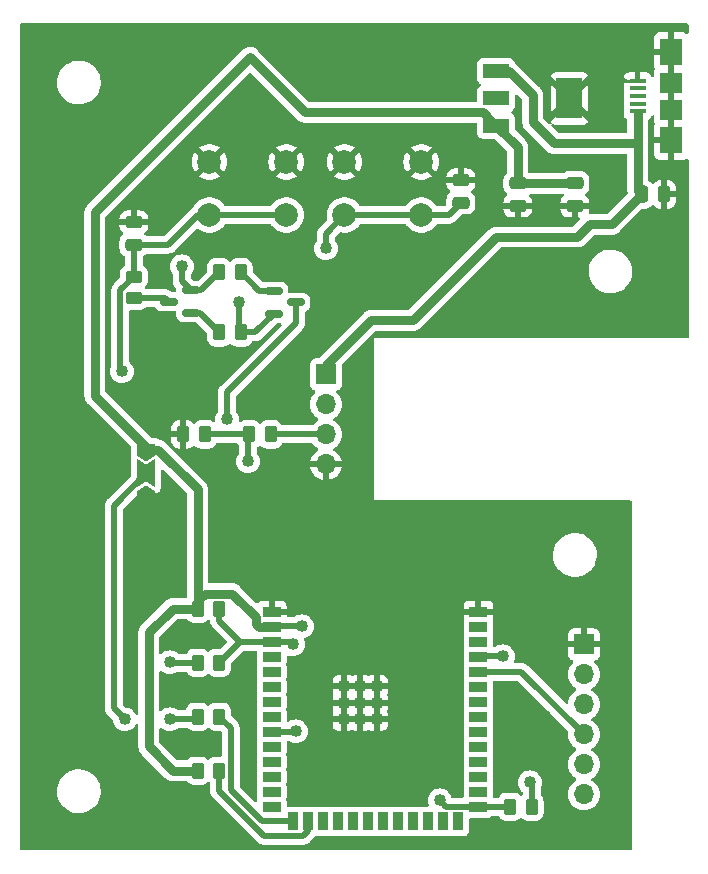
<source format=gbr>
%TF.GenerationSoftware,KiCad,Pcbnew,7.0.10*%
%TF.CreationDate,2024-03-01T12:14:42-06:00*%
%TF.ProjectId,ESP32,45535033-322e-46b6-9963-61645f706362,rev?*%
%TF.SameCoordinates,Original*%
%TF.FileFunction,Copper,L1,Top*%
%TF.FilePolarity,Positive*%
%FSLAX46Y46*%
G04 Gerber Fmt 4.6, Leading zero omitted, Abs format (unit mm)*
G04 Created by KiCad (PCBNEW 7.0.10) date 2024-03-01 12:14:42*
%MOMM*%
%LPD*%
G01*
G04 APERTURE LIST*
G04 Aperture macros list*
%AMRoundRect*
0 Rectangle with rounded corners*
0 $1 Rounding radius*
0 $2 $3 $4 $5 $6 $7 $8 $9 X,Y pos of 4 corners*
0 Add a 4 corners polygon primitive as box body*
4,1,4,$2,$3,$4,$5,$6,$7,$8,$9,$2,$3,0*
0 Add four circle primitives for the rounded corners*
1,1,$1+$1,$2,$3*
1,1,$1+$1,$4,$5*
1,1,$1+$1,$6,$7*
1,1,$1+$1,$8,$9*
0 Add four rect primitives between the rounded corners*
20,1,$1+$1,$2,$3,$4,$5,0*
20,1,$1+$1,$4,$5,$6,$7,0*
20,1,$1+$1,$6,$7,$8,$9,0*
20,1,$1+$1,$8,$9,$2,$3,0*%
%AMFreePoly0*
4,1,6,1.000000,0.000000,0.500000,-0.750000,-0.500000,-0.750000,-0.500000,0.750000,0.500000,0.750000,1.000000,0.000000,1.000000,0.000000,$1*%
%AMFreePoly1*
4,1,7,0.700000,0.000000,1.200000,-0.750000,-1.200000,-0.750000,-0.700000,0.000000,-1.200000,0.750000,1.200000,0.750000,0.700000,0.000000,0.700000,0.000000,$1*%
G04 Aperture macros list end*
%TA.AperFunction,ComponentPad*%
%ADD10R,1.700000X1.700000*%
%TD*%
%TA.AperFunction,ComponentPad*%
%ADD11O,1.700000X1.700000*%
%TD*%
%TA.AperFunction,SMDPad,CuDef*%
%ADD12FreePoly0,90.000000*%
%TD*%
%TA.AperFunction,SMDPad,CuDef*%
%ADD13FreePoly1,90.000000*%
%TD*%
%TA.AperFunction,SMDPad,CuDef*%
%ADD14FreePoly0,270.000000*%
%TD*%
%TA.AperFunction,SMDPad,CuDef*%
%ADD15R,1.400000X0.400000*%
%TD*%
%TA.AperFunction,SMDPad,CuDef*%
%ADD16R,1.900000X2.300000*%
%TD*%
%TA.AperFunction,SMDPad,CuDef*%
%ADD17R,1.900000X1.800000*%
%TD*%
%TA.AperFunction,SMDPad,CuDef*%
%ADD18RoundRect,0.250000X-0.262500X-0.450000X0.262500X-0.450000X0.262500X0.450000X-0.262500X0.450000X0*%
%TD*%
%TA.AperFunction,ComponentPad*%
%ADD19C,2.000000*%
%TD*%
%TA.AperFunction,SMDPad,CuDef*%
%ADD20RoundRect,0.250000X0.262500X0.450000X-0.262500X0.450000X-0.262500X-0.450000X0.262500X-0.450000X0*%
%TD*%
%TA.AperFunction,SMDPad,CuDef*%
%ADD21RoundRect,0.250000X0.475000X-0.250000X0.475000X0.250000X-0.475000X0.250000X-0.475000X-0.250000X0*%
%TD*%
%TA.AperFunction,SMDPad,CuDef*%
%ADD22RoundRect,0.150000X0.587500X0.150000X-0.587500X0.150000X-0.587500X-0.150000X0.587500X-0.150000X0*%
%TD*%
%TA.AperFunction,SMDPad,CuDef*%
%ADD23R,2.200000X1.200000*%
%TD*%
%TA.AperFunction,SMDPad,CuDef*%
%ADD24R,2.200000X3.500000*%
%TD*%
%TA.AperFunction,SMDPad,CuDef*%
%ADD25RoundRect,0.250000X-0.475000X0.250000X-0.475000X-0.250000X0.475000X-0.250000X0.475000X0.250000X0*%
%TD*%
%TA.AperFunction,SMDPad,CuDef*%
%ADD26R,1.498600X0.889000*%
%TD*%
%TA.AperFunction,SMDPad,CuDef*%
%ADD27R,0.889000X1.498600*%
%TD*%
%TA.AperFunction,SMDPad,CuDef*%
%ADD28R,0.889000X0.889000*%
%TD*%
%TA.AperFunction,SMDPad,CuDef*%
%ADD29RoundRect,0.250000X0.450000X-0.262500X0.450000X0.262500X-0.450000X0.262500X-0.450000X-0.262500X0*%
%TD*%
%TA.AperFunction,SMDPad,CuDef*%
%ADD30RoundRect,0.250000X-0.250000X-0.475000X0.250000X-0.475000X0.250000X0.475000X-0.250000X0.475000X0*%
%TD*%
%TA.AperFunction,SMDPad,CuDef*%
%ADD31RoundRect,0.150000X-0.587500X-0.150000X0.587500X-0.150000X0.587500X0.150000X-0.587500X0.150000X0*%
%TD*%
%TA.AperFunction,ViaPad*%
%ADD32C,1.016000*%
%TD*%
%TA.AperFunction,Conductor*%
%ADD33C,0.762000*%
%TD*%
%TA.AperFunction,Conductor*%
%ADD34C,0.508000*%
%TD*%
%TA.AperFunction,Conductor*%
%ADD35C,0.254000*%
%TD*%
G04 APERTURE END LIST*
D10*
%TO.P,USB_UART1,1,Pin_1*%
%TO.N,GND*%
X119888000Y-90170000D03*
D11*
%TO.P,USB_UART1,2,Pin_2*%
%TO.N,/RTS*%
X119888000Y-92710000D03*
%TO.P,USB_UART1,3,Pin_3*%
%TO.N,unconnected-(USB_UART1-Pin_3-Pad3)*%
X119888000Y-95250000D03*
%TO.P,USB_UART1,4,Pin_4*%
%TO.N,/RX*%
X119888000Y-97790000D03*
%TO.P,USB_UART1,5,Pin_5*%
%TO.N,/TX*%
X119888000Y-100330000D03*
%TO.P,USB_UART1,6,Pin_6*%
%TO.N,/DTR*%
X119888000Y-102870000D03*
%TD*%
D12*
%TO.P,JP1,1,A*%
%TO.N,GND*%
X82804000Y-77692000D03*
D13*
%TO.P,JP1,2,C*%
%TO.N,Net-(JP1-C)*%
X82804000Y-75692000D03*
D14*
%TO.P,JP1,3,B*%
%TO.N,+3V3*%
X82804000Y-73692000D03*
%TD*%
D15*
%TO.P,MicroUSB_5V1A_Wall1,1,Pin_1*%
%TO.N,+5V*%
X124450000Y-45048000D03*
%TO.P,MicroUSB_5V1A_Wall1,2,Pin_2*%
%TO.N,unconnected-(MicroUSB_5V1A_Wall1-Pin_2-Pad2)*%
X124450000Y-44398000D03*
%TO.P,MicroUSB_5V1A_Wall1,3,Pin_3*%
%TO.N,unconnected-(MicroUSB_5V1A_Wall1-Pin_3-Pad3)*%
X124450000Y-43748000D03*
%TO.P,MicroUSB_5V1A_Wall1,4,Pin_4*%
%TO.N,unconnected-(MicroUSB_5V1A_Wall1-Pin_4-Pad4)*%
X124450000Y-43098000D03*
%TO.P,MicroUSB_5V1A_Wall1,5,Pin_5*%
%TO.N,GND*%
X124450000Y-42448000D03*
D16*
%TO.P,MicroUSB_5V1A_Wall1,6,Pin_6*%
X127300000Y-47498000D03*
D17*
X127300000Y-44898000D03*
X127300000Y-42598000D03*
D16*
X127300000Y-39998000D03*
%TD*%
D18*
%TO.P,R5,1*%
%TO.N,Net-(Q1-C)*%
X87189500Y-91718000D03*
%TO.P,R5,2*%
%TO.N,/CHIP_PU*%
X89014500Y-91718000D03*
%TD*%
%TO.P,R7,1*%
%TO.N,+3V3*%
X87189500Y-87146000D03*
%TO.P,R7,2*%
%TO.N,/CHIP_PU*%
X89014500Y-87146000D03*
%TD*%
D19*
%TO.P,SW2,1,1*%
%TO.N,GND*%
X88190000Y-49312000D03*
X94690000Y-49312000D03*
%TO.P,SW2,2,2*%
%TO.N,/GPIO0_STRAPPING*%
X88190000Y-53812000D03*
X94690000Y-53812000D03*
%TD*%
D20*
%TO.P,R1,1*%
%TO.N,/GPIO46_STRAPPING*%
X89014500Y-100862000D03*
%TO.P,R1,2*%
%TO.N,+3V3*%
X87189500Y-100862000D03*
%TD*%
D18*
%TO.P,R2,1*%
%TO.N,/DTR*%
X89003500Y-58674000D03*
%TO.P,R2,2*%
%TO.N,Net-(Q1-B)*%
X90828500Y-58674000D03*
%TD*%
D21*
%TO.P,C1,1*%
%TO.N,/CHIP_PU*%
X109474000Y-52766000D03*
%TO.P,C1,2*%
%TO.N,GND*%
X109474000Y-50866000D03*
%TD*%
D20*
%TO.P,R4,1*%
%TO.N,/GPIO3_STRAPPING*%
X89014500Y-96290000D03*
%TO.P,R4,2*%
%TO.N,Net-(JP1-C)*%
X87189500Y-96290000D03*
%TD*%
D22*
%TO.P,Q2,1,B*%
%TO.N,Net-(Q2-B)*%
X86614000Y-62098000D03*
%TO.P,Q2,2,E*%
%TO.N,/DTR*%
X86614000Y-60198000D03*
%TO.P,Q2,3,C*%
%TO.N,Net-(Q2-C)*%
X84739000Y-61148000D03*
%TD*%
D23*
%TO.P,U1,1,VI*%
%TO.N,+5V*%
X112470000Y-41642000D03*
%TO.P,U1,2,GND*%
%TO.N,unconnected-(U1-GND-Pad2)*%
X112470000Y-43942000D03*
%TO.P,U1,3,VO*%
%TO.N,+3V3*%
X112470000Y-46242000D03*
D24*
%TO.P,U1,4,ADJ*%
%TO.N,GND*%
X118670000Y-43942000D03*
%TD*%
D20*
%TO.P,R8,1*%
%TO.N,+3V3*%
X115466500Y-103910000D03*
%TO.P,R8,2*%
%TO.N,/GPIO0_STRAPPING*%
X113641500Y-103910000D03*
%TD*%
D19*
%TO.P,SW1,1,1*%
%TO.N,GND*%
X99620000Y-49312000D03*
X106120000Y-49312000D03*
%TO.P,SW1,2,2*%
%TO.N,/CHIP_PU*%
X99620000Y-53812000D03*
X106120000Y-53812000D03*
%TD*%
D25*
%TO.P,C3,1*%
%TO.N,+3V3*%
X119126000Y-51120000D03*
%TO.P,C3,2*%
%TO.N,GND*%
X119126000Y-53020000D03*
%TD*%
D20*
%TO.P,R13,1*%
%TO.N,/LCD_RX*%
X87780500Y-72390000D03*
%TO.P,R13,2*%
%TO.N,GND*%
X85955500Y-72390000D03*
%TD*%
%TO.P,R12,1*%
%TO.N,Net-(Nextion1-Pin_3)*%
X93368500Y-72390000D03*
%TO.P,R12,2*%
%TO.N,/LCD_RX*%
X91543500Y-72390000D03*
%TD*%
D26*
%TO.P,U2,1,GND*%
%TO.N,GND*%
X93462000Y-87400000D03*
%TO.P,U2,2,3V3*%
%TO.N,+3V3*%
X93462000Y-88670000D03*
%TO.P,U2,3,EN*%
%TO.N,/CHIP_PU*%
X93462000Y-89940000D03*
%TO.P,U2,4,IO4*%
%TO.N,/VBAT_SENSE*%
X93462000Y-91210000D03*
%TO.P,U2,5,IO5*%
%TO.N,/Trig*%
X93462000Y-92480000D03*
%TO.P,U2,6,IO6*%
%TO.N,/Echo*%
X93462000Y-93750000D03*
%TO.P,U2,7,IO7*%
%TO.N,/A0*%
X93462000Y-95020000D03*
%TO.P,U2,8,IO15*%
%TO.N,/S*%
X93462000Y-96290000D03*
%TO.P,U2,9,IO16*%
%TO.N,/LCD_RX*%
X93462000Y-97560000D03*
%TO.P,U2,10,IO17*%
%TO.N,/GPIO17*%
X93462000Y-98830000D03*
%TO.P,U2,11,IO18*%
%TO.N,/GPIO18*%
X93462000Y-100100000D03*
%TO.P,U2,12,IO8*%
%TO.N,/M1_FAULT*%
X93462000Y-101370000D03*
%TO.P,U2,13,IO19*%
%TO.N,/D-*%
X93462000Y-102640000D03*
%TO.P,U2,14,IO20*%
%TO.N,/D+*%
X93462000Y-103910000D03*
D27*
%TO.P,U2,15,IO3*%
%TO.N,/GPIO3_STRAPPING*%
X95227000Y-105160000D03*
%TO.P,U2,16,IO46*%
%TO.N,/GPIO46_STRAPPING*%
X96497000Y-105160000D03*
%TO.P,U2,17,IO9*%
%TO.N,/M1_EN*%
X97767000Y-105160000D03*
%TO.P,U2,18,IO10*%
%TO.N,/M1_PWM*%
X99037000Y-105160000D03*
%TO.P,U2,19,IO11*%
%TO.N,/M1_DIR*%
X100307000Y-105160000D03*
%TO.P,U2,20,IO12*%
%TO.N,/M2_FAULT*%
X101577000Y-105160000D03*
%TO.P,U2,21,IO13*%
%TO.N,/M2_EN*%
X102847000Y-105160000D03*
%TO.P,U2,22,IO14*%
%TO.N,/M2_PWM*%
X104117000Y-105160000D03*
%TO.P,U2,23,IO21*%
%TO.N,/M2_DIR*%
X105387000Y-105160000D03*
%TO.P,U2,24,IO47*%
%TO.N,/CAMERA_CS*%
X106657000Y-105160000D03*
%TO.P,U2,25,IO48*%
%TO.N,/CAMERA_MOSI*%
X107927000Y-105160000D03*
%TO.P,U2,26,IO45*%
%TO.N,/GPIO45_STRAPPING*%
X109197000Y-105160000D03*
D26*
%TO.P,U2,27,IO0*%
%TO.N,/GPIO0_STRAPPING*%
X110962000Y-103910000D03*
%TO.P,U2,28,IO35*%
%TO.N,/ZMOD_RES_N*%
X110962000Y-102640000D03*
%TO.P,U2,29,IO36*%
%TO.N,/ZMOD_INT*%
X110962000Y-101370000D03*
%TO.P,U2,30,IO37*%
%TO.N,/ZMOD_SDA*%
X110962000Y-100100000D03*
%TO.P,U2,31,IO38*%
%TO.N,/ZMOD_SCL*%
X110962000Y-98830000D03*
%TO.P,U2,32,IO39*%
%TO.N,/MTCK*%
X110962000Y-97560000D03*
%TO.P,U2,33,IO40*%
%TO.N,/MTDO*%
X110962000Y-96290000D03*
%TO.P,U2,34,IO41*%
%TO.N,/MTDI*%
X110962000Y-95020000D03*
%TO.P,U2,35,IO42*%
%TO.N,/MTMS*%
X110962000Y-93750000D03*
%TO.P,U2,36,RXD0*%
%TO.N,/RX*%
X110962000Y-92480000D03*
%TO.P,U2,37,TXD0*%
%TO.N,/TX*%
X110962000Y-91210000D03*
%TO.P,U2,38,IO2*%
%TO.N,/I_M_1*%
X110962000Y-89940000D03*
%TO.P,U2,39,IO1*%
%TO.N,/I_M_2*%
X110962000Y-88670000D03*
%TO.P,U2,40,GND*%
%TO.N,GND*%
X110962000Y-87400000D03*
D28*
%TO.P,U2,41,GND*%
X100962000Y-95120000D03*
%TO.P,U2,42,GND*%
X100962000Y-93720000D03*
%TO.P,U2,43,GND*%
X99562000Y-93720000D03*
%TO.P,U2,44,GND*%
X99562000Y-95120000D03*
%TO.P,U2,45,GND*%
X99562000Y-96520000D03*
%TO.P,U2,46,GND*%
X100962000Y-96520000D03*
%TO.P,U2,47,GND*%
X102362000Y-96520000D03*
%TO.P,U2,48,GND*%
X102362000Y-95120000D03*
%TO.P,U2,49,GND*%
X102362000Y-93720000D03*
%TD*%
D25*
%TO.P,C4,1*%
%TO.N,+3V3*%
X114300000Y-51120000D03*
%TO.P,C4,2*%
%TO.N,GND*%
X114300000Y-53020000D03*
%TD*%
D29*
%TO.P,R6,1*%
%TO.N,Net-(Q2-C)*%
X81788000Y-60856500D03*
%TO.P,R6,2*%
%TO.N,/GPIO0_STRAPPING*%
X81788000Y-59031500D03*
%TD*%
D21*
%TO.P,C2,1*%
%TO.N,/GPIO0_STRAPPING*%
X81788000Y-56322000D03*
%TO.P,C2,2*%
%TO.N,GND*%
X81788000Y-54422000D03*
%TD*%
D30*
%TO.P,C5,1*%
%TO.N,+5V*%
X124780000Y-52070000D03*
%TO.P,C5,2*%
%TO.N,GND*%
X126680000Y-52070000D03*
%TD*%
D31*
%TO.P,Q1,1,B*%
%TO.N,Net-(Q1-B)*%
X93629000Y-60264000D03*
%TO.P,Q1,2,E*%
%TO.N,/RTS*%
X93629000Y-62164000D03*
%TO.P,Q1,3,C*%
%TO.N,Net-(Q1-C)*%
X95504000Y-61214000D03*
%TD*%
D10*
%TO.P,Nextion1,1,Pin_1*%
%TO.N,+5V*%
X98044000Y-67310000D03*
D11*
%TO.P,Nextion1,2,Pin_2*%
%TO.N,/LCD_TX*%
X98044000Y-69850000D03*
%TO.P,Nextion1,3,Pin_3*%
%TO.N,Net-(Nextion1-Pin_3)*%
X98044000Y-72390000D03*
%TO.P,Nextion1,4,Pin_4*%
%TO.N,GND*%
X98044000Y-74930000D03*
%TD*%
D20*
%TO.P,R3,1*%
%TO.N,/RTS*%
X90828500Y-63754000D03*
%TO.P,R3,2*%
%TO.N,Net-(Q2-B)*%
X89003500Y-63754000D03*
%TD*%
D32*
%TO.N,/CHIP_PU*%
X95250000Y-90170000D03*
X98044000Y-56642000D03*
%TO.N,GND*%
X84074000Y-51816000D03*
X85090000Y-103886000D03*
X115062000Y-59944000D03*
X106172000Y-46736000D03*
X116586000Y-96266000D03*
X121666000Y-50546000D03*
X100838000Y-88900000D03*
X85344000Y-67310000D03*
X84836000Y-43180000D03*
X85090000Y-89154000D03*
X95250000Y-46736000D03*
X84074000Y-81534000D03*
X77216000Y-85852000D03*
X102870000Y-100330000D03*
X109220000Y-90678000D03*
X75946000Y-67310000D03*
X96012000Y-94488000D03*
X107442000Y-94996000D03*
X91440000Y-101854000D03*
X103378000Y-59182000D03*
X98806000Y-60452000D03*
X89408000Y-94234000D03*
X75438000Y-93980000D03*
X116586000Y-88138000D03*
X110236000Y-82042000D03*
X121666000Y-40640000D03*
X85852000Y-98552000D03*
X75184000Y-55880000D03*
X102362000Y-38862000D03*
X118110000Y-105410000D03*
%TO.N,/GPIO0_STRAPPING*%
X107696000Y-103378000D03*
X80772000Y-67056000D03*
%TO.N,+3V3*%
X115316000Y-101854000D03*
X96012000Y-88646000D03*
%TO.N,Net-(JP1-C)*%
X81026000Y-96520000D03*
X84836000Y-96520000D03*
%TO.N,/RTS*%
X90678000Y-61214000D03*
%TO.N,Net-(Q1-C)*%
X84836000Y-91694000D03*
X89662000Y-71120000D03*
%TO.N,/DTR*%
X85852000Y-58166000D03*
%TO.N,/LCD_RX*%
X95504000Y-97536000D03*
X91440000Y-74676000D03*
%TO.N,/TX*%
X113030000Y-91186000D03*
%TD*%
D33*
%TO.N,+5V*%
X113524000Y-41642000D02*
X112470000Y-41642000D01*
X115570000Y-45974000D02*
X115570000Y-43688000D01*
X117348000Y-47752000D02*
X115570000Y-45974000D01*
X124450000Y-47752000D02*
X117348000Y-47752000D01*
X115570000Y-43688000D02*
X113524000Y-41642000D01*
X124450000Y-45720000D02*
X124450000Y-47752000D01*
X124450000Y-45720000D02*
X124450000Y-45250000D01*
X124450000Y-46746000D02*
X124450000Y-45720000D01*
%TO.N,+3V3*%
X114300000Y-48072000D02*
X112470000Y-46242000D01*
X114300000Y-51120000D02*
X114300000Y-48072000D01*
X78486000Y-69120000D02*
X82804000Y-73438000D01*
X91619000Y-40461000D02*
X78486000Y-53594000D01*
X78486000Y-53594000D02*
X78486000Y-69120000D01*
X111351000Y-45123000D02*
X96281000Y-45123000D01*
X96281000Y-45123000D02*
X91619000Y-40461000D01*
X82804000Y-73438000D02*
X82804000Y-73692000D01*
X112470000Y-46242000D02*
X111351000Y-45123000D01*
D34*
%TO.N,/CHIP_PU*%
X95020000Y-89940000D02*
X95250000Y-90170000D01*
X89014500Y-91718000D02*
X90792500Y-89940000D01*
X98044000Y-56642000D02*
X98044000Y-55388000D01*
X90792500Y-89940000D02*
X93462000Y-89940000D01*
X98044000Y-55388000D02*
X99620000Y-53812000D01*
X108428000Y-53812000D02*
X109474000Y-52766000D01*
X89014500Y-87146000D02*
X89014500Y-88162000D01*
X93462000Y-89940000D02*
X95020000Y-89940000D01*
X106120000Y-53812000D02*
X108428000Y-53812000D01*
X99620000Y-53812000D02*
X106120000Y-53812000D01*
X89014500Y-88162000D02*
X90792500Y-89940000D01*
D35*
%TO.N,GND*%
X122712000Y-42448000D02*
X124450000Y-42448000D01*
X122682000Y-42418000D02*
X122712000Y-42448000D01*
D34*
%TO.N,/GPIO0_STRAPPING*%
X87211000Y-53812000D02*
X88190000Y-53812000D01*
X108228000Y-103910000D02*
X110962000Y-103910000D01*
X81788000Y-56322000D02*
X81788000Y-59031500D01*
X80634000Y-66918000D02*
X80772000Y-67056000D01*
X81788000Y-56322000D02*
X84701000Y-56322000D01*
X113641500Y-103910000D02*
X110962000Y-103910000D01*
X88190000Y-53812000D02*
X94690000Y-53812000D01*
X80634000Y-60185500D02*
X80634000Y-66918000D01*
X84701000Y-56322000D02*
X87211000Y-53812000D01*
X107696000Y-103378000D02*
X108228000Y-103910000D01*
X81788000Y-59031500D02*
X80634000Y-60185500D01*
D33*
%TO.N,+3V3*%
X119126000Y-51120000D02*
X114300000Y-51120000D01*
X87189500Y-100862000D02*
X85114000Y-100862000D01*
D34*
X96012000Y-88646000D02*
X93486000Y-88646000D01*
X93486000Y-88646000D02*
X93462000Y-88670000D01*
D33*
X87189500Y-86446000D02*
X87770500Y-85865000D01*
X87770500Y-85865000D02*
X90112700Y-85865000D01*
X83058000Y-98806000D02*
X83058000Y-89154000D01*
X83058000Y-89154000D02*
X85066000Y-87146000D01*
X85114000Y-100862000D02*
X83058000Y-98806000D01*
X85066000Y-87146000D02*
X87189500Y-87146000D01*
X92131700Y-87884000D02*
X92131700Y-88425500D01*
X90112700Y-85865000D02*
X92131700Y-87884000D01*
X83829658Y-73692000D02*
X87189500Y-77051842D01*
D34*
X115466500Y-103910000D02*
X115466500Y-102004500D01*
D33*
X92131700Y-88425500D02*
X92376200Y-88670000D01*
X87189500Y-77051842D02*
X87189500Y-87146000D01*
X92376200Y-88670000D02*
X93462000Y-88670000D01*
X82804000Y-73692000D02*
X83829658Y-73692000D01*
D34*
X115466500Y-102004500D02*
X115316000Y-101854000D01*
D33*
X87189500Y-87146000D02*
X87189500Y-86446000D01*
%TO.N,+5V*%
X101854000Y-62738000D02*
X98044000Y-66548000D01*
X124460000Y-51750000D02*
X124460000Y-46756000D01*
X124780000Y-52070000D02*
X122240000Y-54610000D01*
X124460000Y-46756000D02*
X124450000Y-46746000D01*
X105410000Y-62738000D02*
X101854000Y-62738000D01*
X119328000Y-55678000D02*
X112470000Y-55678000D01*
X122240000Y-54610000D02*
X120396000Y-54610000D01*
X98044000Y-66548000D02*
X98044000Y-67310000D01*
X112470000Y-55678000D02*
X105410000Y-62738000D01*
X120396000Y-54610000D02*
X119328000Y-55678000D01*
X124780000Y-52070000D02*
X124460000Y-51750000D01*
D34*
%TO.N,Net-(JP1-C)*%
X84836000Y-96520000D02*
X86959500Y-96520000D01*
X86959500Y-96520000D02*
X87189500Y-96290000D01*
X80076000Y-78420000D02*
X80076000Y-95570000D01*
X80076000Y-95570000D02*
X81026000Y-96520000D01*
X82804000Y-75692000D02*
X80076000Y-78420000D01*
%TO.N,Net-(Nextion1-Pin_3)*%
X93368500Y-72390000D02*
X98044000Y-72390000D01*
%TO.N,Net-(Q1-B)*%
X93629000Y-60264000D02*
X92418500Y-60264000D01*
X92418500Y-60264000D02*
X90828500Y-58674000D01*
%TO.N,/RTS*%
X90678000Y-63603500D02*
X90828500Y-63754000D01*
X90678000Y-61214000D02*
X90678000Y-63603500D01*
X92039000Y-63754000D02*
X93629000Y-62164000D01*
X90828500Y-63754000D02*
X92039000Y-63754000D01*
%TO.N,Net-(Q1-C)*%
X89662000Y-68834000D02*
X95504000Y-62992000D01*
X84860000Y-91718000D02*
X84836000Y-91694000D01*
X87189500Y-91718000D02*
X84860000Y-91718000D01*
X89662000Y-71120000D02*
X89662000Y-68834000D01*
X95504000Y-62992000D02*
X95504000Y-61214000D01*
%TO.N,Net-(Q2-B)*%
X86614000Y-62098000D02*
X87347500Y-62098000D01*
X87347500Y-62098000D02*
X89003500Y-63754000D01*
%TO.N,/DTR*%
X87479500Y-60198000D02*
X89003500Y-58674000D01*
X86614000Y-60198000D02*
X87479500Y-60198000D01*
X85852000Y-59436000D02*
X86614000Y-60198000D01*
X85852000Y-58166000D02*
X85852000Y-59436000D01*
%TO.N,Net-(Q2-C)*%
X81788000Y-60856500D02*
X84447500Y-60856500D01*
X84447500Y-60856500D02*
X84739000Y-61148000D01*
%TO.N,/GPIO46_STRAPPING*%
X89014500Y-100862000D02*
X89014500Y-102565564D01*
X96497000Y-105991800D02*
X96497000Y-105160000D01*
X96125500Y-106363300D02*
X96497000Y-105991800D01*
X89014500Y-102565564D02*
X92812236Y-106363300D01*
X92812236Y-106363300D02*
X96125500Y-106363300D01*
%TO.N,/GPIO3_STRAPPING*%
X92610200Y-105160000D02*
X89981000Y-102530800D01*
X89981000Y-102530800D02*
X89981000Y-97256500D01*
X89981000Y-97256500D02*
X89014500Y-96290000D01*
X95227000Y-105160000D02*
X92610200Y-105160000D01*
%TO.N,/LCD_RX*%
X95480000Y-97560000D02*
X95504000Y-97536000D01*
X93462000Y-97560000D02*
X95480000Y-97560000D01*
X91440000Y-72493500D02*
X91543500Y-72390000D01*
X91440000Y-74676000D02*
X91440000Y-72493500D01*
X91543500Y-72390000D02*
X87780500Y-72390000D01*
%TO.N,/RX*%
X119888000Y-97790000D02*
X114578000Y-92480000D01*
X114578000Y-92480000D02*
X110962000Y-92480000D01*
%TO.N,/TX*%
X113030000Y-91186000D02*
X110986000Y-91186000D01*
X110986000Y-91186000D02*
X110962000Y-91210000D01*
%TD*%
%TA.AperFunction,Conductor*%
%TO.N,GND*%
G36*
X92155239Y-90714185D02*
G01*
X92200994Y-90766989D01*
X92212200Y-90818500D01*
X92212200Y-91702370D01*
X92212201Y-91702376D01*
X92218608Y-91761982D01*
X92233410Y-91801669D01*
X92238393Y-91871361D01*
X92233410Y-91888331D01*
X92218608Y-91928017D01*
X92212201Y-91987616D01*
X92212201Y-91987623D01*
X92212200Y-91987635D01*
X92212200Y-92972370D01*
X92212201Y-92972376D01*
X92218608Y-93031982D01*
X92233410Y-93071669D01*
X92238393Y-93141361D01*
X92233410Y-93158331D01*
X92218608Y-93198017D01*
X92212570Y-93254185D01*
X92212201Y-93257623D01*
X92212200Y-93257635D01*
X92212200Y-94242370D01*
X92212201Y-94242376D01*
X92218608Y-94301982D01*
X92233410Y-94341669D01*
X92238393Y-94411361D01*
X92233410Y-94428331D01*
X92218608Y-94468017D01*
X92212201Y-94527616D01*
X92212201Y-94527623D01*
X92212200Y-94527635D01*
X92212200Y-95512370D01*
X92212201Y-95512376D01*
X92218608Y-95571982D01*
X92233410Y-95611669D01*
X92238393Y-95681361D01*
X92233410Y-95698331D01*
X92218608Y-95738017D01*
X92213022Y-95789981D01*
X92212201Y-95797623D01*
X92212200Y-95797635D01*
X92212200Y-96782370D01*
X92212201Y-96782376D01*
X92218608Y-96841982D01*
X92233410Y-96881669D01*
X92238393Y-96951361D01*
X92233410Y-96968331D01*
X92218608Y-97008017D01*
X92212201Y-97067616D01*
X92212201Y-97067623D01*
X92212200Y-97067635D01*
X92212200Y-98052370D01*
X92212201Y-98052376D01*
X92218608Y-98111982D01*
X92233410Y-98151669D01*
X92238393Y-98221361D01*
X92233410Y-98238331D01*
X92218608Y-98278017D01*
X92213027Y-98329936D01*
X92212201Y-98337623D01*
X92212200Y-98337635D01*
X92212200Y-99322370D01*
X92212201Y-99322376D01*
X92218608Y-99381982D01*
X92233410Y-99421669D01*
X92238393Y-99491361D01*
X92233410Y-99508331D01*
X92218608Y-99548017D01*
X92212532Y-99604539D01*
X92212201Y-99607623D01*
X92212200Y-99607635D01*
X92212200Y-100592370D01*
X92212201Y-100592376D01*
X92218608Y-100651982D01*
X92233410Y-100691669D01*
X92238393Y-100761361D01*
X92233410Y-100778331D01*
X92218608Y-100818017D01*
X92214085Y-100860091D01*
X92212201Y-100877623D01*
X92212200Y-100877635D01*
X92212200Y-101862370D01*
X92212201Y-101862376D01*
X92218608Y-101921982D01*
X92233410Y-101961669D01*
X92238393Y-102031361D01*
X92233410Y-102048331D01*
X92218608Y-102088017D01*
X92214880Y-102122699D01*
X92212201Y-102147623D01*
X92212200Y-102147635D01*
X92212200Y-103132370D01*
X92212201Y-103132376D01*
X92218608Y-103191982D01*
X92233410Y-103231669D01*
X92238393Y-103301361D01*
X92233410Y-103318331D01*
X92218608Y-103358017D01*
X92212981Y-103410361D01*
X92186243Y-103474912D01*
X92128851Y-103514761D01*
X92059026Y-103517254D01*
X92002011Y-103484787D01*
X90771819Y-102254595D01*
X90738334Y-102193272D01*
X90735500Y-102166914D01*
X90735500Y-97320492D01*
X90736809Y-97302522D01*
X90739516Y-97284039D01*
X90740314Y-97278593D01*
X90735971Y-97228958D01*
X90735500Y-97218152D01*
X90735500Y-97212564D01*
X90735499Y-97212552D01*
X90734802Y-97206593D01*
X90731881Y-97181604D01*
X90731515Y-97178017D01*
X90724943Y-97102889D01*
X90723483Y-97095818D01*
X90723537Y-97095806D01*
X90721881Y-97088337D01*
X90721827Y-97088350D01*
X90720160Y-97081322D01*
X90720160Y-97081316D01*
X90694369Y-97010457D01*
X90693186Y-97007052D01*
X90691509Y-97001990D01*
X90669464Y-96935464D01*
X90669461Y-96935460D01*
X90666412Y-96928919D01*
X90666461Y-96928895D01*
X90663128Y-96922009D01*
X90663079Y-96922034D01*
X90659835Y-96915575D01*
X90618376Y-96852538D01*
X90616469Y-96849546D01*
X90576870Y-96785346D01*
X90576867Y-96785343D01*
X90572392Y-96779683D01*
X90572434Y-96779649D01*
X90567597Y-96773711D01*
X90567556Y-96773746D01*
X90562912Y-96768212D01*
X90508061Y-96716463D01*
X90505473Y-96713949D01*
X90063818Y-96272294D01*
X90030333Y-96210971D01*
X90027499Y-96184613D01*
X90027499Y-95789998D01*
X90027498Y-95789981D01*
X90016999Y-95687203D01*
X90016998Y-95687200D01*
X89992193Y-95612344D01*
X89961814Y-95520666D01*
X89869712Y-95371344D01*
X89745656Y-95247288D01*
X89620102Y-95169846D01*
X89596336Y-95155187D01*
X89596331Y-95155185D01*
X89594862Y-95154698D01*
X89429797Y-95100001D01*
X89429795Y-95100000D01*
X89327010Y-95089500D01*
X88701998Y-95089500D01*
X88701980Y-95089501D01*
X88599203Y-95100000D01*
X88599200Y-95100001D01*
X88432668Y-95155185D01*
X88432663Y-95155187D01*
X88283342Y-95247289D01*
X88189681Y-95340951D01*
X88128358Y-95374436D01*
X88058666Y-95369452D01*
X88014319Y-95340951D01*
X87920657Y-95247289D01*
X87920656Y-95247288D01*
X87795102Y-95169846D01*
X87771336Y-95155187D01*
X87771331Y-95155185D01*
X87769862Y-95154698D01*
X87604797Y-95100001D01*
X87604795Y-95100000D01*
X87502010Y-95089500D01*
X86876998Y-95089500D01*
X86876980Y-95089501D01*
X86774203Y-95100000D01*
X86774200Y-95100001D01*
X86607668Y-95155185D01*
X86607663Y-95155187D01*
X86458342Y-95247289D01*
X86334289Y-95371342D01*
X86242187Y-95520663D01*
X86242185Y-95520668D01*
X86189221Y-95680504D01*
X86149448Y-95737949D01*
X86084932Y-95764772D01*
X86071515Y-95765500D01*
X85550716Y-95765500D01*
X85483677Y-95745815D01*
X85472051Y-95737353D01*
X85399005Y-95677405D01*
X85398998Y-95677401D01*
X85223808Y-95583760D01*
X85105612Y-95547906D01*
X85033701Y-95526092D01*
X85033699Y-95526091D01*
X85033701Y-95526091D01*
X84836000Y-95506620D01*
X84638300Y-95526091D01*
X84448191Y-95583760D01*
X84273001Y-95677401D01*
X84272995Y-95677405D01*
X84142164Y-95784775D01*
X84077854Y-95812087D01*
X84008987Y-95800296D01*
X83957427Y-95753143D01*
X83939500Y-95688921D01*
X83939500Y-92525078D01*
X83959185Y-92458039D01*
X84011989Y-92412284D01*
X84081147Y-92402340D01*
X84142165Y-92429225D01*
X84272994Y-92536594D01*
X84273001Y-92536598D01*
X84448191Y-92630239D01*
X84448193Y-92630239D01*
X84448196Y-92630241D01*
X84638299Y-92687908D01*
X84638298Y-92687908D01*
X84656024Y-92689653D01*
X84836000Y-92707380D01*
X85033701Y-92687908D01*
X85223804Y-92630241D01*
X85399004Y-92536595D01*
X85442807Y-92500647D01*
X85507117Y-92473334D01*
X85521472Y-92472500D01*
X86163829Y-92472500D01*
X86230868Y-92492185D01*
X86269367Y-92531402D01*
X86334288Y-92636656D01*
X86458344Y-92760712D01*
X86607666Y-92852814D01*
X86774203Y-92907999D01*
X86876991Y-92918500D01*
X87502008Y-92918499D01*
X87502016Y-92918498D01*
X87502019Y-92918498D01*
X87558302Y-92912748D01*
X87604797Y-92907999D01*
X87771334Y-92852814D01*
X87920656Y-92760712D01*
X88014319Y-92667049D01*
X88075642Y-92633564D01*
X88145334Y-92638548D01*
X88189681Y-92667049D01*
X88283344Y-92760712D01*
X88432666Y-92852814D01*
X88599203Y-92907999D01*
X88701991Y-92918500D01*
X89327008Y-92918499D01*
X89327016Y-92918498D01*
X89327019Y-92918498D01*
X89383302Y-92912748D01*
X89429797Y-92907999D01*
X89596334Y-92852814D01*
X89745656Y-92760712D01*
X89869712Y-92636656D01*
X89961814Y-92487334D01*
X90016999Y-92320797D01*
X90027500Y-92218009D01*
X90027499Y-91823384D01*
X90047183Y-91756346D01*
X90063813Y-91735709D01*
X91068705Y-90730819D01*
X91130028Y-90697334D01*
X91156386Y-90694500D01*
X92088200Y-90694500D01*
X92155239Y-90714185D01*
G37*
%TD.AperFunction*%
%TA.AperFunction,Conductor*%
G36*
X88145334Y-97210548D02*
G01*
X88189681Y-97239049D01*
X88283344Y-97332712D01*
X88432666Y-97424814D01*
X88599203Y-97479999D01*
X88701991Y-97490500D01*
X89096613Y-97490499D01*
X89163652Y-97510183D01*
X89184294Y-97526818D01*
X89190181Y-97532705D01*
X89223666Y-97594028D01*
X89226500Y-97620386D01*
X89226500Y-99537500D01*
X89206815Y-99604539D01*
X89154011Y-99650294D01*
X89102500Y-99661500D01*
X88701998Y-99661500D01*
X88701980Y-99661501D01*
X88599203Y-99672000D01*
X88599200Y-99672001D01*
X88432668Y-99727185D01*
X88432663Y-99727187D01*
X88283342Y-99819289D01*
X88189681Y-99912951D01*
X88128358Y-99946436D01*
X88058666Y-99941452D01*
X88014319Y-99912951D01*
X87920657Y-99819289D01*
X87920656Y-99819288D01*
X87771334Y-99727186D01*
X87604797Y-99672001D01*
X87604795Y-99672000D01*
X87502010Y-99661500D01*
X86876998Y-99661500D01*
X86876980Y-99661501D01*
X86774203Y-99672000D01*
X86774200Y-99672001D01*
X86607668Y-99727185D01*
X86607663Y-99727187D01*
X86458342Y-99819289D01*
X86333451Y-99944181D01*
X86272128Y-99977666D01*
X86245770Y-99980500D01*
X85530491Y-99980500D01*
X85463452Y-99960815D01*
X85442810Y-99944181D01*
X83975819Y-98477190D01*
X83942334Y-98415867D01*
X83939500Y-98389509D01*
X83939500Y-97351078D01*
X83959185Y-97284039D01*
X84011989Y-97238284D01*
X84081147Y-97228340D01*
X84142165Y-97255225D01*
X84272994Y-97362594D01*
X84273001Y-97362598D01*
X84448191Y-97456239D01*
X84448193Y-97456239D01*
X84448196Y-97456241D01*
X84638299Y-97513908D01*
X84638298Y-97513908D01*
X84656024Y-97515653D01*
X84836000Y-97533380D01*
X85033701Y-97513908D01*
X85223804Y-97456241D01*
X85399004Y-97362595D01*
X85443176Y-97326344D01*
X85472051Y-97302647D01*
X85536361Y-97275334D01*
X85550716Y-97274500D01*
X86348770Y-97274500D01*
X86415809Y-97294185D01*
X86436451Y-97310819D01*
X86458344Y-97332712D01*
X86607666Y-97424814D01*
X86774203Y-97479999D01*
X86876991Y-97490500D01*
X87502008Y-97490499D01*
X87502016Y-97490498D01*
X87502019Y-97490498D01*
X87568576Y-97483699D01*
X87604797Y-97479999D01*
X87771334Y-97424814D01*
X87920656Y-97332712D01*
X88014319Y-97239049D01*
X88075642Y-97205564D01*
X88145334Y-97210548D01*
G37*
%TD.AperFunction*%
%TA.AperFunction,Conductor*%
G36*
X84264850Y-75374267D02*
G01*
X84271328Y-75380299D01*
X86271681Y-77380652D01*
X86305166Y-77441975D01*
X86308000Y-77468333D01*
X86308000Y-86140500D01*
X86288315Y-86207539D01*
X86235511Y-86253294D01*
X86184000Y-86264500D01*
X85106873Y-86264500D01*
X85096808Y-86264091D01*
X85041991Y-86259626D01*
X85041983Y-86259627D01*
X84960467Y-86270732D01*
X84957139Y-86271140D01*
X84875382Y-86280033D01*
X84875372Y-86280036D01*
X84875108Y-86280125D01*
X84852298Y-86285470D01*
X84852011Y-86285509D01*
X84852006Y-86285510D01*
X84774771Y-86313884D01*
X84771608Y-86314998D01*
X84693689Y-86341253D01*
X84693676Y-86341259D01*
X84693431Y-86341407D01*
X84672315Y-86351526D01*
X84672041Y-86351626D01*
X84672030Y-86351632D01*
X84602728Y-86395927D01*
X84599879Y-86397694D01*
X84529396Y-86440103D01*
X84529382Y-86440114D01*
X84529176Y-86440310D01*
X84510721Y-86454738D01*
X84510482Y-86454890D01*
X84510470Y-86454899D01*
X84452309Y-86513059D01*
X84449906Y-86515398D01*
X84390189Y-86571966D01*
X84390187Y-86571968D01*
X84390028Y-86572204D01*
X84375086Y-86590283D01*
X82463595Y-88501774D01*
X82456193Y-88508598D01*
X82414260Y-88544218D01*
X82414259Y-88544219D01*
X82364466Y-88609721D01*
X82362413Y-88612347D01*
X82331916Y-88650288D01*
X82310882Y-88676456D01*
X82310877Y-88676464D01*
X82310754Y-88676713D01*
X82298408Y-88696618D01*
X82298231Y-88696850D01*
X82298224Y-88696862D01*
X82263688Y-88771509D01*
X82262239Y-88774534D01*
X82225693Y-88848226D01*
X82225690Y-88848233D01*
X82225624Y-88848501D01*
X82217840Y-88870610D01*
X82217720Y-88870869D01*
X82217718Y-88870874D01*
X82200033Y-88951215D01*
X82199267Y-88954482D01*
X82179419Y-89034294D01*
X82179418Y-89034302D01*
X82179411Y-89034576D01*
X82176561Y-89057853D01*
X82176500Y-89058126D01*
X82176500Y-89140356D01*
X82176455Y-89143714D01*
X82174227Y-89225962D01*
X82174278Y-89226228D01*
X82176500Y-89249598D01*
X82176500Y-96038009D01*
X82156815Y-96105048D01*
X82104011Y-96150803D01*
X82034853Y-96160747D01*
X81971297Y-96131722D01*
X81943142Y-96096462D01*
X81868598Y-95957001D01*
X81868594Y-95956994D01*
X81742568Y-95803431D01*
X81589005Y-95677405D01*
X81588998Y-95677401D01*
X81413808Y-95583760D01*
X81223699Y-95526091D01*
X81129655Y-95516828D01*
X81064868Y-95490666D01*
X81054130Y-95481106D01*
X80866819Y-95293795D01*
X80833334Y-95232472D01*
X80830500Y-95206114D01*
X80830500Y-78783885D01*
X80850185Y-78716846D01*
X80866814Y-78696209D01*
X82159348Y-77403674D01*
X82197561Y-77380568D01*
X82196585Y-77378522D01*
X82334480Y-77312725D01*
X82334480Y-77312724D01*
X82334482Y-77312724D01*
X82735218Y-77045566D01*
X82801915Y-77024759D01*
X82869276Y-77043314D01*
X82872782Y-77045567D01*
X83052492Y-77165373D01*
X83273518Y-77312724D01*
X83343947Y-77351953D01*
X83343954Y-77351955D01*
X83482038Y-77392500D01*
X83482039Y-77392500D01*
X83625962Y-77392500D01*
X83625962Y-77392499D01*
X83733121Y-77361035D01*
X83764050Y-77351954D01*
X83764050Y-77351953D01*
X83764053Y-77351953D01*
X83885128Y-77274143D01*
X83979377Y-77165373D01*
X84039165Y-77034457D01*
X84059647Y-76892000D01*
X84059647Y-75467980D01*
X84079332Y-75400941D01*
X84132136Y-75355186D01*
X84201294Y-75345242D01*
X84264850Y-75374267D01*
G37*
%TD.AperFunction*%
%TA.AperFunction,Conductor*%
G36*
X86312809Y-88047185D02*
G01*
X86333451Y-88063819D01*
X86334288Y-88064656D01*
X86458344Y-88188712D01*
X86607666Y-88280814D01*
X86774203Y-88335999D01*
X86876991Y-88346500D01*
X87502008Y-88346499D01*
X87502016Y-88346498D01*
X87502019Y-88346498D01*
X87558302Y-88340748D01*
X87604797Y-88335999D01*
X87771334Y-88280814D01*
X87920656Y-88188712D01*
X88014319Y-88095049D01*
X88075642Y-88061564D01*
X88145334Y-88066548D01*
X88189681Y-88095049D01*
X88224152Y-88129520D01*
X88257637Y-88190843D01*
X88259633Y-88202806D01*
X88263616Y-88236883D01*
X88263982Y-88240470D01*
X88270556Y-88315610D01*
X88272016Y-88322677D01*
X88271964Y-88322687D01*
X88273623Y-88330167D01*
X88273674Y-88330155D01*
X88275340Y-88337185D01*
X88301121Y-88408020D01*
X88302304Y-88411423D01*
X88326033Y-88483029D01*
X88329086Y-88489575D01*
X88329036Y-88489598D01*
X88332376Y-88496497D01*
X88332425Y-88496473D01*
X88335667Y-88502930D01*
X88377113Y-88565946D01*
X88379050Y-88568986D01*
X88418631Y-88633156D01*
X88423111Y-88638822D01*
X88423069Y-88638855D01*
X88427901Y-88644786D01*
X88427943Y-88644752D01*
X88432588Y-88650288D01*
X88487438Y-88702036D01*
X88490025Y-88704549D01*
X89637794Y-89852318D01*
X89671279Y-89913641D01*
X89666295Y-89983333D01*
X89637794Y-90027680D01*
X89184293Y-90481181D01*
X89122970Y-90514666D01*
X89096612Y-90517500D01*
X88701998Y-90517500D01*
X88701980Y-90517501D01*
X88599203Y-90528000D01*
X88599200Y-90528001D01*
X88432668Y-90583185D01*
X88432663Y-90583187D01*
X88283342Y-90675289D01*
X88189681Y-90768951D01*
X88128358Y-90802436D01*
X88058666Y-90797452D01*
X88014319Y-90768951D01*
X87920657Y-90675289D01*
X87920656Y-90675288D01*
X87771334Y-90583186D01*
X87604797Y-90528001D01*
X87604795Y-90528000D01*
X87502010Y-90517500D01*
X86876998Y-90517500D01*
X86876980Y-90517501D01*
X86774203Y-90528000D01*
X86774200Y-90528001D01*
X86607668Y-90583185D01*
X86607663Y-90583187D01*
X86458342Y-90675289D01*
X86334289Y-90799342D01*
X86269368Y-90904597D01*
X86217420Y-90951321D01*
X86163829Y-90963500D01*
X85579960Y-90963500D01*
X85512921Y-90943815D01*
X85501295Y-90935353D01*
X85399005Y-90851405D01*
X85398998Y-90851401D01*
X85223808Y-90757760D01*
X85128752Y-90728925D01*
X85033701Y-90700092D01*
X85033699Y-90700091D01*
X85033701Y-90700091D01*
X84836000Y-90680620D01*
X84638300Y-90700091D01*
X84448191Y-90757760D01*
X84273001Y-90851401D01*
X84272995Y-90851405D01*
X84142164Y-90958775D01*
X84077854Y-90986087D01*
X84008987Y-90974296D01*
X83957427Y-90927143D01*
X83939500Y-90862921D01*
X83939500Y-89570491D01*
X83959185Y-89503452D01*
X83975819Y-89482810D01*
X85394810Y-88063819D01*
X85456133Y-88030334D01*
X85482491Y-88027500D01*
X86245770Y-88027500D01*
X86312809Y-88047185D01*
G37*
%TD.AperFunction*%
%TA.AperFunction,Conductor*%
G36*
X128692539Y-37612185D02*
G01*
X128738294Y-37664989D01*
X128749500Y-37716500D01*
X128749500Y-38349622D01*
X128729815Y-38416661D01*
X128677011Y-38462416D01*
X128607853Y-38472360D01*
X128551189Y-38448889D01*
X128492089Y-38404647D01*
X128492086Y-38404645D01*
X128357379Y-38354403D01*
X128357372Y-38354401D01*
X128297844Y-38348000D01*
X127550000Y-38348000D01*
X127550000Y-49148000D01*
X128297828Y-49148000D01*
X128297844Y-49147999D01*
X128357372Y-49141598D01*
X128357379Y-49141596D01*
X128492086Y-49091354D01*
X128492089Y-49091352D01*
X128551188Y-49047111D01*
X128616652Y-49022693D01*
X128684926Y-49037544D01*
X128734331Y-49086949D01*
X128749500Y-49146377D01*
X128749500Y-64137500D01*
X128729815Y-64204539D01*
X128677011Y-64250294D01*
X128625500Y-64261500D01*
X102132760Y-64261500D01*
X102132554Y-64261459D01*
X102107998Y-64261459D01*
X102107807Y-64261538D01*
X102107619Y-64261615D01*
X102107615Y-64261618D01*
X102107459Y-64261999D01*
X102107476Y-64286616D01*
X102107471Y-64286616D01*
X102107500Y-64286759D01*
X102107500Y-77953467D01*
X102107416Y-77953889D01*
X102107459Y-77978000D01*
X102107500Y-77978099D01*
X102107617Y-77978383D01*
X102107618Y-77978384D01*
X102107808Y-77978462D01*
X102108000Y-77978541D01*
X102108002Y-77978539D01*
X102132616Y-77978524D01*
X102132616Y-77978528D01*
X102132760Y-77978500D01*
X123827500Y-77978500D01*
X123894539Y-77998185D01*
X123940294Y-78050989D01*
X123951500Y-78102500D01*
X123951500Y-107467500D01*
X123931815Y-107534539D01*
X123879011Y-107580294D01*
X123827500Y-107591500D01*
X72260500Y-107591500D01*
X72193461Y-107571815D01*
X72147706Y-107519011D01*
X72136500Y-107467500D01*
X72136500Y-102659763D01*
X75281787Y-102659763D01*
X75311413Y-102929013D01*
X75311415Y-102929024D01*
X75379926Y-103191082D01*
X75379928Y-103191088D01*
X75485870Y-103440390D01*
X75626979Y-103671605D01*
X75626986Y-103671615D01*
X75800253Y-103879819D01*
X75800259Y-103879824D01*
X75832572Y-103908776D01*
X76001998Y-104060582D01*
X76227910Y-104210044D01*
X76473176Y-104325020D01*
X76473183Y-104325022D01*
X76473185Y-104325023D01*
X76732557Y-104403057D01*
X76732564Y-104403058D01*
X76732569Y-104403060D01*
X77000561Y-104442500D01*
X77000566Y-104442500D01*
X77203629Y-104442500D01*
X77203631Y-104442500D01*
X77203636Y-104442499D01*
X77203648Y-104442499D01*
X77241191Y-104439750D01*
X77406156Y-104427677D01*
X77518758Y-104402593D01*
X77670546Y-104368782D01*
X77670548Y-104368781D01*
X77670553Y-104368780D01*
X77923558Y-104272014D01*
X78159777Y-104139441D01*
X78374177Y-103973888D01*
X78562186Y-103778881D01*
X78719799Y-103558579D01*
X78822915Y-103358017D01*
X78843649Y-103317690D01*
X78843651Y-103317684D01*
X78843656Y-103317675D01*
X78931118Y-103061305D01*
X78980319Y-102794933D01*
X78990212Y-102524235D01*
X78960586Y-102254982D01*
X78892072Y-101992912D01*
X78786130Y-101743610D01*
X78645018Y-101512390D01*
X78555747Y-101405119D01*
X78471746Y-101304180D01*
X78471740Y-101304175D01*
X78270002Y-101123418D01*
X78044092Y-100973957D01*
X78044090Y-100973956D01*
X77798824Y-100858980D01*
X77798819Y-100858978D01*
X77798814Y-100858976D01*
X77539442Y-100780942D01*
X77539428Y-100780939D01*
X77406393Y-100761361D01*
X77271439Y-100741500D01*
X77068369Y-100741500D01*
X77068351Y-100741500D01*
X76865844Y-100756323D01*
X76865831Y-100756325D01*
X76601453Y-100815217D01*
X76601446Y-100815220D01*
X76348439Y-100911987D01*
X76112226Y-101044557D01*
X75897822Y-101210112D01*
X75709822Y-101405109D01*
X75709816Y-101405116D01*
X75552202Y-101625419D01*
X75552199Y-101625424D01*
X75428350Y-101866309D01*
X75428343Y-101866327D01*
X75340884Y-102122685D01*
X75340881Y-102122699D01*
X75291681Y-102389068D01*
X75291680Y-102389075D01*
X75281787Y-102659763D01*
X72136500Y-102659763D01*
X72136500Y-69144008D01*
X77599626Y-69144008D01*
X77599627Y-69144014D01*
X77610733Y-69225534D01*
X77611141Y-69228864D01*
X77620033Y-69310613D01*
X77620033Y-69310616D01*
X77620120Y-69310872D01*
X77625471Y-69333705D01*
X77625509Y-69333987D01*
X77625511Y-69333994D01*
X77653892Y-69411248D01*
X77655007Y-69414414D01*
X77681256Y-69492318D01*
X77681401Y-69492559D01*
X77691532Y-69513700D01*
X77691627Y-69513960D01*
X77691632Y-69513970D01*
X77735947Y-69583301D01*
X77737683Y-69586100D01*
X77754826Y-69614592D01*
X77780107Y-69656608D01*
X77780108Y-69656610D01*
X77780294Y-69656806D01*
X77794748Y-69675294D01*
X77794896Y-69675525D01*
X77853075Y-69733704D01*
X77855382Y-69736075D01*
X77911961Y-69795805D01*
X77911963Y-69795807D01*
X77912187Y-69795959D01*
X77930286Y-69810915D01*
X81512034Y-73392663D01*
X81545519Y-73453986D01*
X81548353Y-73480344D01*
X81548353Y-74191984D01*
X81548354Y-74192017D01*
X81552360Y-74255536D01*
X81552361Y-74255541D01*
X81565191Y-74302117D01*
X81568381Y-74352693D01*
X81548353Y-74491998D01*
X81548353Y-75829260D01*
X81528668Y-75896299D01*
X81512034Y-75916941D01*
X79587742Y-77841232D01*
X79574113Y-77853011D01*
X79554707Y-77867459D01*
X79522674Y-77905633D01*
X79515387Y-77913586D01*
X79511420Y-77917554D01*
X79511418Y-77917556D01*
X79492089Y-77942001D01*
X79489815Y-77944793D01*
X79441334Y-78002571D01*
X79437366Y-78008605D01*
X79437322Y-78008576D01*
X79433209Y-78015031D01*
X79433254Y-78015059D01*
X79429462Y-78021206D01*
X79397581Y-78089572D01*
X79396012Y-78092812D01*
X79362175Y-78160191D01*
X79359704Y-78166979D01*
X79359655Y-78166961D01*
X79357141Y-78174193D01*
X79357191Y-78174210D01*
X79354920Y-78181062D01*
X79339671Y-78254911D01*
X79338891Y-78258430D01*
X79321499Y-78331816D01*
X79320661Y-78338987D01*
X79320607Y-78338980D01*
X79319830Y-78346596D01*
X79319883Y-78346601D01*
X79319253Y-78353790D01*
X79321448Y-78429193D01*
X79321500Y-78432800D01*
X79321500Y-95506000D01*
X79320191Y-95523969D01*
X79316684Y-95547908D01*
X79321028Y-95597545D01*
X79321500Y-95608354D01*
X79321500Y-95613946D01*
X79325116Y-95644885D01*
X79325482Y-95648470D01*
X79332056Y-95723610D01*
X79333516Y-95730677D01*
X79333464Y-95730687D01*
X79335123Y-95738167D01*
X79335174Y-95738155D01*
X79336840Y-95745185D01*
X79362621Y-95816020D01*
X79363804Y-95819423D01*
X79387533Y-95891029D01*
X79390586Y-95897575D01*
X79390536Y-95897598D01*
X79393876Y-95904497D01*
X79393925Y-95904473D01*
X79397167Y-95910930D01*
X79438613Y-95973946D01*
X79440550Y-95976986D01*
X79480131Y-96041156D01*
X79484611Y-96046822D01*
X79484569Y-96046855D01*
X79489401Y-96052786D01*
X79489443Y-96052752D01*
X79494088Y-96058288D01*
X79548938Y-96110036D01*
X79551525Y-96112549D01*
X79987106Y-96548130D01*
X80020591Y-96609453D01*
X80022828Y-96623655D01*
X80032091Y-96717699D01*
X80089760Y-96907808D01*
X80183401Y-97082998D01*
X80183405Y-97083005D01*
X80309431Y-97236568D01*
X80462994Y-97362594D01*
X80463001Y-97362598D01*
X80638191Y-97456239D01*
X80638193Y-97456239D01*
X80638196Y-97456241D01*
X80828299Y-97513908D01*
X80828298Y-97513908D01*
X80846024Y-97515653D01*
X81026000Y-97533380D01*
X81223701Y-97513908D01*
X81413804Y-97456241D01*
X81589004Y-97362595D01*
X81742568Y-97236568D01*
X81868595Y-97083004D01*
X81887377Y-97047863D01*
X81943142Y-96943537D01*
X81992104Y-96893693D01*
X82060241Y-96878232D01*
X82125921Y-96902063D01*
X82168290Y-96957621D01*
X82176500Y-97001990D01*
X82176500Y-98765127D01*
X82176091Y-98775192D01*
X82171626Y-98830008D01*
X82171627Y-98830014D01*
X82182733Y-98911534D01*
X82183141Y-98914864D01*
X82192033Y-98996613D01*
X82192033Y-98996616D01*
X82192120Y-98996872D01*
X82197471Y-99019705D01*
X82197509Y-99019987D01*
X82197511Y-99019994D01*
X82225892Y-99097248D01*
X82227007Y-99100414D01*
X82253256Y-99178318D01*
X82253401Y-99178559D01*
X82263532Y-99199700D01*
X82263627Y-99199960D01*
X82263632Y-99199970D01*
X82307947Y-99269301D01*
X82309683Y-99272100D01*
X82339933Y-99322376D01*
X82352107Y-99342608D01*
X82352108Y-99342610D01*
X82352294Y-99342806D01*
X82366748Y-99361294D01*
X82366896Y-99361525D01*
X82425075Y-99419704D01*
X82427382Y-99422075D01*
X82483961Y-99481805D01*
X82483963Y-99481807D01*
X82484187Y-99481959D01*
X82502286Y-99496915D01*
X84461778Y-101456407D01*
X84468606Y-101463813D01*
X84504218Y-101505739D01*
X84512973Y-101512394D01*
X84569708Y-101555523D01*
X84572353Y-101557591D01*
X84625112Y-101600000D01*
X84636453Y-101609116D01*
X84636460Y-101609119D01*
X84636461Y-101609120D01*
X84636690Y-101609234D01*
X84656640Y-101621608D01*
X84656858Y-101621774D01*
X84731524Y-101656317D01*
X84734554Y-101657769D01*
X84808226Y-101694307D01*
X84808455Y-101694364D01*
X84808487Y-101694372D01*
X84830628Y-101702167D01*
X84830876Y-101702282D01*
X84830877Y-101702282D01*
X84830879Y-101702283D01*
X84911188Y-101719960D01*
X84914433Y-101720719D01*
X84994296Y-101740581D01*
X84994565Y-101740588D01*
X85017871Y-101743443D01*
X85018130Y-101743500D01*
X85018131Y-101743500D01*
X85100357Y-101743500D01*
X85103715Y-101743545D01*
X85185964Y-101745773D01*
X85186238Y-101745720D01*
X85209597Y-101743500D01*
X86245770Y-101743500D01*
X86312809Y-101763185D01*
X86333451Y-101779819D01*
X86334288Y-101780656D01*
X86458344Y-101904712D01*
X86607666Y-101996814D01*
X86774203Y-102051999D01*
X86876991Y-102062500D01*
X87502008Y-102062499D01*
X87502016Y-102062498D01*
X87502019Y-102062498D01*
X87558302Y-102056748D01*
X87604797Y-102051999D01*
X87771334Y-101996814D01*
X87920656Y-101904712D01*
X88014319Y-101811049D01*
X88075642Y-101777564D01*
X88145334Y-101782548D01*
X88189681Y-101811049D01*
X88223681Y-101845049D01*
X88257166Y-101906372D01*
X88260000Y-101932730D01*
X88260000Y-102501564D01*
X88258691Y-102519533D01*
X88255184Y-102543472D01*
X88259528Y-102593109D01*
X88260000Y-102603918D01*
X88260000Y-102609510D01*
X88263616Y-102640449D01*
X88263982Y-102644034D01*
X88270556Y-102719174D01*
X88272016Y-102726241D01*
X88271964Y-102726251D01*
X88273623Y-102733731D01*
X88273674Y-102733719D01*
X88275340Y-102740749D01*
X88301121Y-102811584D01*
X88302304Y-102814987D01*
X88326033Y-102886593D01*
X88329086Y-102893139D01*
X88329036Y-102893162D01*
X88332376Y-102900061D01*
X88332425Y-102900037D01*
X88335667Y-102906494D01*
X88377113Y-102969510D01*
X88379050Y-102972550D01*
X88418631Y-103036720D01*
X88423111Y-103042386D01*
X88423069Y-103042419D01*
X88427901Y-103048350D01*
X88427943Y-103048316D01*
X88432588Y-103053852D01*
X88487438Y-103105600D01*
X88490025Y-103108113D01*
X92233470Y-106851558D01*
X92245251Y-106865190D01*
X92259697Y-106884594D01*
X92297874Y-106916628D01*
X92305850Y-106923938D01*
X92309790Y-106927879D01*
X92309794Y-106927882D01*
X92309795Y-106927883D01*
X92331716Y-106945216D01*
X92334246Y-106947216D01*
X92337043Y-106949495D01*
X92394808Y-106997967D01*
X92400845Y-107001937D01*
X92400815Y-107001982D01*
X92407274Y-107006096D01*
X92407303Y-107006050D01*
X92413443Y-107009837D01*
X92413445Y-107009839D01*
X92481793Y-107041710D01*
X92485011Y-107043268D01*
X92550290Y-107076052D01*
X92552425Y-107077124D01*
X92552427Y-107077124D01*
X92559215Y-107079595D01*
X92559196Y-107079647D01*
X92566421Y-107082158D01*
X92566439Y-107082107D01*
X92573291Y-107084377D01*
X92573292Y-107084377D01*
X92573296Y-107084379D01*
X92647239Y-107099646D01*
X92650646Y-107100402D01*
X92724048Y-107117800D01*
X92724051Y-107117800D01*
X92731222Y-107118639D01*
X92731215Y-107118692D01*
X92738830Y-107119470D01*
X92738835Y-107119417D01*
X92746025Y-107120046D01*
X92746029Y-107120045D01*
X92746030Y-107120046D01*
X92808063Y-107118240D01*
X92821432Y-107117852D01*
X92825038Y-107117800D01*
X96061500Y-107117800D01*
X96079469Y-107119109D01*
X96084850Y-107119896D01*
X96103406Y-107122615D01*
X96153048Y-107118271D01*
X96163855Y-107117800D01*
X96169434Y-107117800D01*
X96169441Y-107117800D01*
X96200403Y-107114180D01*
X96203934Y-107113819D01*
X96279112Y-107107243D01*
X96279115Y-107107241D01*
X96286193Y-107105781D01*
X96286204Y-107105835D01*
X96293663Y-107104181D01*
X96293651Y-107104127D01*
X96300678Y-107102461D01*
X96300679Y-107102460D01*
X96300684Y-107102460D01*
X96371595Y-107076650D01*
X96374894Y-107075503D01*
X96446536Y-107051764D01*
X96446538Y-107051762D01*
X96446540Y-107051762D01*
X96453081Y-107048712D01*
X96453104Y-107048762D01*
X96459998Y-107045425D01*
X96459973Y-107045375D01*
X96466420Y-107042137D01*
X96466424Y-107042136D01*
X96529467Y-107000670D01*
X96532442Y-106998776D01*
X96596654Y-106959170D01*
X96596662Y-106959161D01*
X96602323Y-106954687D01*
X96602357Y-106954730D01*
X96608282Y-106949904D01*
X96608247Y-106949862D01*
X96613776Y-106945220D01*
X96613785Y-106945215D01*
X96665571Y-106890323D01*
X96668016Y-106887806D01*
X96985264Y-106570558D01*
X96998883Y-106558788D01*
X97018294Y-106544339D01*
X97050334Y-106506154D01*
X97057623Y-106498199D01*
X97061583Y-106494241D01*
X97080927Y-106469774D01*
X97083155Y-106467039D01*
X97100555Y-106446302D01*
X97158726Y-106407602D01*
X97208798Y-106402722D01*
X97215015Y-106403390D01*
X97215017Y-106403391D01*
X97274627Y-106409800D01*
X98259372Y-106409799D01*
X98318983Y-106403391D01*
X98358665Y-106388589D01*
X98428356Y-106383604D01*
X98445322Y-106388585D01*
X98485017Y-106403391D01*
X98544627Y-106409800D01*
X99529372Y-106409799D01*
X99588983Y-106403391D01*
X99628665Y-106388589D01*
X99698356Y-106383604D01*
X99715322Y-106388585D01*
X99755017Y-106403391D01*
X99814627Y-106409800D01*
X100799372Y-106409799D01*
X100858983Y-106403391D01*
X100898665Y-106388589D01*
X100968356Y-106383604D01*
X100985322Y-106388585D01*
X101025017Y-106403391D01*
X101084627Y-106409800D01*
X102069372Y-106409799D01*
X102128983Y-106403391D01*
X102168665Y-106388589D01*
X102238356Y-106383604D01*
X102255322Y-106388585D01*
X102295017Y-106403391D01*
X102354627Y-106409800D01*
X103339372Y-106409799D01*
X103398983Y-106403391D01*
X103438665Y-106388589D01*
X103508356Y-106383604D01*
X103525322Y-106388585D01*
X103565017Y-106403391D01*
X103624627Y-106409800D01*
X104609372Y-106409799D01*
X104668983Y-106403391D01*
X104708665Y-106388589D01*
X104778356Y-106383604D01*
X104795322Y-106388585D01*
X104835017Y-106403391D01*
X104894627Y-106409800D01*
X105879372Y-106409799D01*
X105938983Y-106403391D01*
X105978665Y-106388589D01*
X106048356Y-106383604D01*
X106065322Y-106388585D01*
X106105017Y-106403391D01*
X106164627Y-106409800D01*
X107149372Y-106409799D01*
X107208983Y-106403391D01*
X107248665Y-106388589D01*
X107318356Y-106383604D01*
X107335322Y-106388585D01*
X107375017Y-106403391D01*
X107434627Y-106409800D01*
X108419372Y-106409799D01*
X108478983Y-106403391D01*
X108518665Y-106388589D01*
X108588356Y-106383604D01*
X108605322Y-106388585D01*
X108645017Y-106403391D01*
X108704627Y-106409800D01*
X109689372Y-106409799D01*
X109748983Y-106403391D01*
X109883831Y-106353096D01*
X109999046Y-106266846D01*
X110085296Y-106151631D01*
X110135591Y-106016783D01*
X110142000Y-105957173D01*
X110141999Y-104978998D01*
X110161683Y-104911960D01*
X110214487Y-104866205D01*
X110265994Y-104854999D01*
X111759172Y-104854999D01*
X111818783Y-104848591D01*
X111953631Y-104798296D01*
X112068846Y-104712046D01*
X112068848Y-104712042D01*
X112075117Y-104705775D01*
X112076557Y-104707215D01*
X112123174Y-104672318D01*
X112166508Y-104664500D01*
X112615829Y-104664500D01*
X112682868Y-104684185D01*
X112721367Y-104723402D01*
X112786288Y-104828656D01*
X112910344Y-104952712D01*
X113059666Y-105044814D01*
X113226203Y-105099999D01*
X113328991Y-105110500D01*
X113954008Y-105110499D01*
X113954016Y-105110498D01*
X113954019Y-105110498D01*
X114010302Y-105104748D01*
X114056797Y-105099999D01*
X114223334Y-105044814D01*
X114372656Y-104952712D01*
X114466319Y-104859049D01*
X114527642Y-104825564D01*
X114597334Y-104830548D01*
X114641681Y-104859049D01*
X114735344Y-104952712D01*
X114884666Y-105044814D01*
X115051203Y-105099999D01*
X115153991Y-105110500D01*
X115779008Y-105110499D01*
X115779016Y-105110498D01*
X115779019Y-105110498D01*
X115835302Y-105104748D01*
X115881797Y-105099999D01*
X116048334Y-105044814D01*
X116197656Y-104952712D01*
X116321712Y-104828656D01*
X116413814Y-104679334D01*
X116468999Y-104512797D01*
X116479500Y-104410009D01*
X116479499Y-103409992D01*
X116468999Y-103307203D01*
X116413814Y-103140666D01*
X116321712Y-102991344D01*
X116257319Y-102926951D01*
X116223834Y-102865628D01*
X116221000Y-102839270D01*
X116221000Y-102331312D01*
X116235642Y-102272858D01*
X116252241Y-102241804D01*
X116309908Y-102051701D01*
X116329380Y-101854000D01*
X116309908Y-101656299D01*
X116252241Y-101466196D01*
X116252239Y-101466193D01*
X116252239Y-101466191D01*
X116158598Y-101291001D01*
X116158594Y-101290994D01*
X116032568Y-101137431D01*
X115879005Y-101011405D01*
X115878998Y-101011401D01*
X115703808Y-100917760D01*
X115608752Y-100888925D01*
X115513701Y-100860092D01*
X115513699Y-100860091D01*
X115513701Y-100860091D01*
X115316000Y-100840620D01*
X115118300Y-100860091D01*
X114928191Y-100917760D01*
X114753001Y-101011401D01*
X114752994Y-101011405D01*
X114599431Y-101137431D01*
X114473405Y-101290994D01*
X114473401Y-101291001D01*
X114379760Y-101466191D01*
X114322091Y-101656300D01*
X114302620Y-101854000D01*
X114322091Y-102051699D01*
X114379760Y-102241808D01*
X114473401Y-102416998D01*
X114473405Y-102417005D01*
X114561407Y-102524235D01*
X114599432Y-102570568D01*
X114666665Y-102625744D01*
X114705999Y-102683488D01*
X114712000Y-102721597D01*
X114712000Y-102839270D01*
X114692315Y-102906309D01*
X114675681Y-102926951D01*
X114641681Y-102960951D01*
X114580358Y-102994436D01*
X114510666Y-102989452D01*
X114466319Y-102960951D01*
X114372657Y-102867289D01*
X114372656Y-102867288D01*
X114223334Y-102775186D01*
X114056797Y-102720001D01*
X114056795Y-102720000D01*
X113954010Y-102709500D01*
X113328998Y-102709500D01*
X113328980Y-102709501D01*
X113226203Y-102720000D01*
X113226200Y-102720001D01*
X113059668Y-102775185D01*
X113059663Y-102775187D01*
X112910342Y-102867289D01*
X112786289Y-102991342D01*
X112721368Y-103096597D01*
X112669420Y-103143321D01*
X112615829Y-103155500D01*
X112335800Y-103155500D01*
X112268761Y-103135815D01*
X112223006Y-103083011D01*
X112211800Y-103031500D01*
X112211799Y-102147629D01*
X112211798Y-102147623D01*
X112211797Y-102147616D01*
X112205391Y-102088017D01*
X112191956Y-102051998D01*
X112190590Y-102048334D01*
X112185605Y-101978642D01*
X112190589Y-101961669D01*
X112205391Y-101921983D01*
X112211800Y-101862373D01*
X112211799Y-100877628D01*
X112205391Y-100818017D01*
X112196307Y-100793663D01*
X112190590Y-100778334D01*
X112185605Y-100708642D01*
X112190589Y-100691669D01*
X112205391Y-100651983D01*
X112211800Y-100592373D01*
X112211799Y-99607628D01*
X112205391Y-99548017D01*
X112201468Y-99537500D01*
X112190590Y-99508334D01*
X112185605Y-99438642D01*
X112190589Y-99421669D01*
X112205391Y-99381983D01*
X112211800Y-99322373D01*
X112211799Y-98337628D01*
X112205391Y-98278017D01*
X112196307Y-98253663D01*
X112190590Y-98238334D01*
X112185605Y-98168642D01*
X112190589Y-98151669D01*
X112205391Y-98111983D01*
X112211800Y-98052373D01*
X112211799Y-97067628D01*
X112205391Y-97008017D01*
X112190590Y-96968334D01*
X112185605Y-96898642D01*
X112190589Y-96881669D01*
X112205391Y-96841983D01*
X112211800Y-96782373D01*
X112211799Y-95797628D01*
X112205391Y-95738017D01*
X112205143Y-95737353D01*
X112190590Y-95698334D01*
X112185605Y-95628642D01*
X112190589Y-95611669D01*
X112205391Y-95571983D01*
X112211800Y-95512373D01*
X112211799Y-94527628D01*
X112205391Y-94468017D01*
X112203644Y-94463334D01*
X112190590Y-94428334D01*
X112185605Y-94358642D01*
X112190589Y-94341669D01*
X112205391Y-94301983D01*
X112211800Y-94242373D01*
X112211799Y-93358499D01*
X112231483Y-93291461D01*
X112284287Y-93245706D01*
X112335799Y-93234500D01*
X114214114Y-93234500D01*
X114281153Y-93254185D01*
X114301795Y-93270819D01*
X118514675Y-97483699D01*
X118548160Y-97545022D01*
X118550522Y-97582187D01*
X118532341Y-97789997D01*
X118532341Y-97790000D01*
X118552936Y-98025403D01*
X118552938Y-98025413D01*
X118614094Y-98253655D01*
X118614096Y-98253659D01*
X118614097Y-98253663D01*
X118675637Y-98385635D01*
X118713965Y-98467830D01*
X118713967Y-98467834D01*
X118849501Y-98661395D01*
X118849506Y-98661402D01*
X119016597Y-98828493D01*
X119016603Y-98828498D01*
X119202158Y-98958425D01*
X119245783Y-99013002D01*
X119252977Y-99082500D01*
X119221454Y-99144855D01*
X119202158Y-99161575D01*
X119016597Y-99291505D01*
X118849505Y-99458597D01*
X118713965Y-99652169D01*
X118713964Y-99652171D01*
X118614098Y-99866335D01*
X118614094Y-99866344D01*
X118552938Y-100094586D01*
X118552936Y-100094596D01*
X118532341Y-100329999D01*
X118532341Y-100330000D01*
X118552936Y-100565403D01*
X118552938Y-100565413D01*
X118614094Y-100793655D01*
X118614096Y-100793659D01*
X118614097Y-100793663D01*
X118653250Y-100877627D01*
X118713965Y-101007830D01*
X118713967Y-101007834D01*
X118849501Y-101201395D01*
X118849506Y-101201402D01*
X119016597Y-101368493D01*
X119016603Y-101368498D01*
X119202158Y-101498425D01*
X119245783Y-101553002D01*
X119252977Y-101622500D01*
X119221454Y-101684855D01*
X119202158Y-101701575D01*
X119016597Y-101831505D01*
X118849505Y-101998597D01*
X118713965Y-102192169D01*
X118713964Y-102192171D01*
X118614098Y-102406335D01*
X118614094Y-102406344D01*
X118552938Y-102634586D01*
X118552936Y-102634596D01*
X118532341Y-102869999D01*
X118532341Y-102870000D01*
X118552936Y-103105403D01*
X118552938Y-103105413D01*
X118614094Y-103333655D01*
X118614096Y-103333659D01*
X118614097Y-103333663D01*
X118698545Y-103514761D01*
X118713965Y-103547830D01*
X118713967Y-103547834D01*
X118800633Y-103671605D01*
X118849505Y-103741401D01*
X119016599Y-103908495D01*
X119072407Y-103947572D01*
X119210165Y-104044032D01*
X119210167Y-104044033D01*
X119210170Y-104044035D01*
X119424337Y-104143903D01*
X119652592Y-104205063D01*
X119840918Y-104221539D01*
X119887999Y-104225659D01*
X119888000Y-104225659D01*
X119888001Y-104225659D01*
X119927234Y-104222226D01*
X120123408Y-104205063D01*
X120351663Y-104143903D01*
X120565830Y-104044035D01*
X120759401Y-103908495D01*
X120926495Y-103741401D01*
X121062035Y-103547830D01*
X121161903Y-103333663D01*
X121223063Y-103105408D01*
X121243659Y-102870000D01*
X121243276Y-102865628D01*
X121237091Y-102794931D01*
X121223063Y-102634592D01*
X121171394Y-102441759D01*
X121161905Y-102406344D01*
X121161904Y-102406343D01*
X121161903Y-102406337D01*
X121062035Y-102192171D01*
X121030847Y-102147629D01*
X120926494Y-101998597D01*
X120759402Y-101831506D01*
X120759396Y-101831501D01*
X120573842Y-101701575D01*
X120530217Y-101646998D01*
X120523023Y-101577500D01*
X120554546Y-101515145D01*
X120573842Y-101498425D01*
X120633850Y-101456407D01*
X120759401Y-101368495D01*
X120926495Y-101201401D01*
X121062035Y-101007830D01*
X121161903Y-100793663D01*
X121223063Y-100565408D01*
X121243659Y-100330000D01*
X121223063Y-100094592D01*
X121161903Y-99866337D01*
X121062035Y-99652171D01*
X121030847Y-99607629D01*
X120926494Y-99458597D01*
X120759402Y-99291506D01*
X120759396Y-99291501D01*
X120573842Y-99161575D01*
X120530217Y-99106998D01*
X120523023Y-99037500D01*
X120554546Y-98975145D01*
X120573842Y-98958425D01*
X120640809Y-98911534D01*
X120759401Y-98828495D01*
X120926495Y-98661401D01*
X121062035Y-98467830D01*
X121161903Y-98253663D01*
X121223063Y-98025408D01*
X121243659Y-97790000D01*
X121223063Y-97554592D01*
X121168532Y-97351078D01*
X121161905Y-97326344D01*
X121161904Y-97326343D01*
X121161903Y-97326337D01*
X121062035Y-97112171D01*
X121050577Y-97095806D01*
X120926494Y-96918597D01*
X120759402Y-96751506D01*
X120759396Y-96751501D01*
X120573842Y-96621575D01*
X120530217Y-96566998D01*
X120523023Y-96497500D01*
X120554546Y-96435145D01*
X120573842Y-96418425D01*
X120596026Y-96402891D01*
X120759401Y-96288495D01*
X120926495Y-96121401D01*
X121062035Y-95927830D01*
X121161903Y-95713663D01*
X121223063Y-95485408D01*
X121243659Y-95250000D01*
X121242125Y-95232472D01*
X121236646Y-95169846D01*
X121223063Y-95014592D01*
X121161903Y-94786337D01*
X121062035Y-94572171D01*
X121059204Y-94568127D01*
X120926494Y-94378597D01*
X120759402Y-94211506D01*
X120759396Y-94211501D01*
X120573842Y-94081575D01*
X120530217Y-94026998D01*
X120523023Y-93957500D01*
X120554546Y-93895145D01*
X120573842Y-93878425D01*
X120596026Y-93862891D01*
X120759401Y-93748495D01*
X120926495Y-93581401D01*
X121062035Y-93387830D01*
X121161903Y-93173663D01*
X121223063Y-92945408D01*
X121243659Y-92710000D01*
X121223063Y-92474592D01*
X121161903Y-92246337D01*
X121062035Y-92032171D01*
X121033726Y-91991742D01*
X120926496Y-91838600D01*
X120887913Y-91800017D01*
X120804179Y-91716283D01*
X120770696Y-91654963D01*
X120775680Y-91585271D01*
X120817551Y-91529337D01*
X120848529Y-91512422D01*
X120980086Y-91463354D01*
X120980093Y-91463350D01*
X121095187Y-91377190D01*
X121095190Y-91377187D01*
X121181350Y-91262093D01*
X121181354Y-91262086D01*
X121231596Y-91127379D01*
X121231598Y-91127372D01*
X121237999Y-91067844D01*
X121238000Y-91067827D01*
X121238000Y-90420000D01*
X120321686Y-90420000D01*
X120347493Y-90379844D01*
X120388000Y-90241889D01*
X120388000Y-90098111D01*
X120347493Y-89960156D01*
X120321686Y-89920000D01*
X121238000Y-89920000D01*
X121238000Y-89272172D01*
X121237999Y-89272155D01*
X121231598Y-89212627D01*
X121231596Y-89212620D01*
X121181354Y-89077913D01*
X121181350Y-89077906D01*
X121095190Y-88962812D01*
X121095187Y-88962809D01*
X120980093Y-88876649D01*
X120980086Y-88876645D01*
X120845379Y-88826403D01*
X120845372Y-88826401D01*
X120785844Y-88820000D01*
X120138000Y-88820000D01*
X120138000Y-89734498D01*
X120030315Y-89685320D01*
X119923763Y-89670000D01*
X119852237Y-89670000D01*
X119745685Y-89685320D01*
X119638000Y-89734498D01*
X119638000Y-88820000D01*
X118990155Y-88820000D01*
X118930627Y-88826401D01*
X118930620Y-88826403D01*
X118795913Y-88876645D01*
X118795906Y-88876649D01*
X118680812Y-88962809D01*
X118680809Y-88962812D01*
X118594649Y-89077906D01*
X118594645Y-89077913D01*
X118544403Y-89212620D01*
X118544401Y-89212627D01*
X118538000Y-89272155D01*
X118538000Y-89920000D01*
X119454314Y-89920000D01*
X119428507Y-89960156D01*
X119388000Y-90098111D01*
X119388000Y-90241889D01*
X119428507Y-90379844D01*
X119454314Y-90420000D01*
X118538000Y-90420000D01*
X118538000Y-91067844D01*
X118544401Y-91127372D01*
X118544403Y-91127379D01*
X118594645Y-91262086D01*
X118594649Y-91262093D01*
X118680809Y-91377187D01*
X118680812Y-91377190D01*
X118795906Y-91463350D01*
X118795913Y-91463354D01*
X118927470Y-91512421D01*
X118983403Y-91554292D01*
X119007821Y-91619756D01*
X118992970Y-91688029D01*
X118971819Y-91716284D01*
X118849503Y-91838600D01*
X118713965Y-92032169D01*
X118713964Y-92032171D01*
X118614098Y-92246335D01*
X118614094Y-92246344D01*
X118552938Y-92474586D01*
X118552936Y-92474596D01*
X118532341Y-92709999D01*
X118532341Y-92710000D01*
X118552936Y-92945403D01*
X118552938Y-92945413D01*
X118614094Y-93173655D01*
X118614096Y-93173659D01*
X118614097Y-93173663D01*
X118700288Y-93358500D01*
X118713965Y-93387830D01*
X118713967Y-93387834D01*
X118849501Y-93581395D01*
X118849506Y-93581402D01*
X119016597Y-93748493D01*
X119016603Y-93748498D01*
X119202158Y-93878425D01*
X119245783Y-93933002D01*
X119252977Y-94002500D01*
X119221454Y-94064855D01*
X119202158Y-94081575D01*
X119016597Y-94211505D01*
X118849505Y-94378597D01*
X118713965Y-94572169D01*
X118713964Y-94572171D01*
X118614098Y-94786335D01*
X118614094Y-94786344D01*
X118552938Y-95014586D01*
X118552936Y-95014596D01*
X118546079Y-95092973D01*
X118520626Y-95158042D01*
X118464035Y-95199020D01*
X118394273Y-95202898D01*
X118334870Y-95169846D01*
X115156766Y-91991742D01*
X115144984Y-91978109D01*
X115141604Y-91973569D01*
X115130539Y-91958706D01*
X115130537Y-91958704D01*
X115130538Y-91958704D01*
X115101872Y-91934652D01*
X115092362Y-91926671D01*
X115084384Y-91919360D01*
X115080444Y-91915419D01*
X115055987Y-91896081D01*
X115053191Y-91893803D01*
X114995427Y-91845333D01*
X114989394Y-91841365D01*
X114989422Y-91841321D01*
X114982961Y-91837204D01*
X114982934Y-91837250D01*
X114976790Y-91833460D01*
X114908442Y-91801589D01*
X114905196Y-91800017D01*
X114837815Y-91766177D01*
X114831031Y-91763708D01*
X114831049Y-91763658D01*
X114823807Y-91761141D01*
X114823791Y-91761191D01*
X114816938Y-91758920D01*
X114743088Y-91743671D01*
X114739567Y-91742891D01*
X114666181Y-91725498D01*
X114659014Y-91724661D01*
X114659020Y-91724607D01*
X114651405Y-91723829D01*
X114651401Y-91723883D01*
X114644210Y-91723253D01*
X114568804Y-91725448D01*
X114565198Y-91725500D01*
X114087419Y-91725500D01*
X114020380Y-91705815D01*
X113974625Y-91653011D01*
X113964681Y-91583853D01*
X113968758Y-91565505D01*
X114023908Y-91383701D01*
X114043380Y-91186000D01*
X114023908Y-90988299D01*
X113966241Y-90798196D01*
X113966239Y-90798193D01*
X113966239Y-90798191D01*
X113872598Y-90623001D01*
X113872594Y-90622994D01*
X113746568Y-90469431D01*
X113593005Y-90343405D01*
X113592998Y-90343401D01*
X113417808Y-90249760D01*
X113322752Y-90220925D01*
X113227701Y-90192092D01*
X113227699Y-90192091D01*
X113227701Y-90192091D01*
X113030000Y-90172620D01*
X112832300Y-90192091D01*
X112642191Y-90249760D01*
X112467001Y-90343401D01*
X112466995Y-90343405D01*
X112414463Y-90386517D01*
X112350153Y-90413829D01*
X112281286Y-90402038D01*
X112229726Y-90354885D01*
X112211799Y-90290666D01*
X112211799Y-89447628D01*
X112205391Y-89388017D01*
X112190590Y-89348334D01*
X112185605Y-89278642D01*
X112190589Y-89261669D01*
X112205391Y-89221983D01*
X112211800Y-89162373D01*
X112211799Y-88177628D01*
X112205391Y-88118017D01*
X112190322Y-88077617D01*
X112185339Y-88007927D01*
X112190324Y-87990949D01*
X112204898Y-87951876D01*
X112211299Y-87892344D01*
X112211300Y-87892327D01*
X112211300Y-87650000D01*
X109712700Y-87650000D01*
X109712700Y-87892344D01*
X109719101Y-87951872D01*
X109719103Y-87951880D01*
X109733676Y-87990952D01*
X109738660Y-88060644D01*
X109733677Y-88077616D01*
X109718608Y-88118018D01*
X109713823Y-88162532D01*
X109712201Y-88177623D01*
X109712200Y-88177635D01*
X109712200Y-89162370D01*
X109712201Y-89162376D01*
X109718608Y-89221982D01*
X109733410Y-89261669D01*
X109738393Y-89331361D01*
X109733410Y-89348331D01*
X109718608Y-89388017D01*
X109712201Y-89447616D01*
X109712201Y-89447623D01*
X109712200Y-89447635D01*
X109712200Y-90432370D01*
X109712201Y-90432376D01*
X109718608Y-90491982D01*
X109733410Y-90531669D01*
X109738393Y-90601361D01*
X109733410Y-90618331D01*
X109718608Y-90658017D01*
X109712201Y-90717616D01*
X109712200Y-90717635D01*
X109712200Y-91702370D01*
X109712201Y-91702376D01*
X109718608Y-91761982D01*
X109733410Y-91801669D01*
X109738393Y-91871361D01*
X109733410Y-91888331D01*
X109718608Y-91928017D01*
X109712201Y-91987616D01*
X109712201Y-91987623D01*
X109712200Y-91987635D01*
X109712200Y-92972370D01*
X109712201Y-92972376D01*
X109718608Y-93031982D01*
X109733410Y-93071669D01*
X109738393Y-93141361D01*
X109733410Y-93158331D01*
X109718608Y-93198017D01*
X109712570Y-93254185D01*
X109712201Y-93257623D01*
X109712200Y-93257635D01*
X109712200Y-94242370D01*
X109712201Y-94242376D01*
X109718608Y-94301982D01*
X109733410Y-94341669D01*
X109738393Y-94411361D01*
X109733410Y-94428331D01*
X109718608Y-94468017D01*
X109712201Y-94527616D01*
X109712201Y-94527623D01*
X109712200Y-94527635D01*
X109712200Y-95512370D01*
X109712201Y-95512376D01*
X109718608Y-95571982D01*
X109733410Y-95611669D01*
X109738393Y-95681361D01*
X109733410Y-95698331D01*
X109718608Y-95738017D01*
X109713022Y-95789981D01*
X109712201Y-95797623D01*
X109712200Y-95797635D01*
X109712200Y-96782370D01*
X109712201Y-96782376D01*
X109718608Y-96841982D01*
X109733410Y-96881669D01*
X109738393Y-96951361D01*
X109733410Y-96968331D01*
X109718608Y-97008017D01*
X109712201Y-97067616D01*
X109712201Y-97067623D01*
X109712200Y-97067635D01*
X109712200Y-98052370D01*
X109712201Y-98052376D01*
X109718608Y-98111982D01*
X109733410Y-98151669D01*
X109738393Y-98221361D01*
X109733410Y-98238331D01*
X109718608Y-98278017D01*
X109713027Y-98329936D01*
X109712201Y-98337623D01*
X109712200Y-98337635D01*
X109712200Y-99322370D01*
X109712201Y-99322376D01*
X109718608Y-99381982D01*
X109733410Y-99421669D01*
X109738393Y-99491361D01*
X109733410Y-99508331D01*
X109718608Y-99548017D01*
X109712532Y-99604539D01*
X109712201Y-99607623D01*
X109712200Y-99607635D01*
X109712200Y-100592370D01*
X109712201Y-100592376D01*
X109718608Y-100651982D01*
X109733410Y-100691669D01*
X109738393Y-100761361D01*
X109733410Y-100778331D01*
X109718608Y-100818017D01*
X109714085Y-100860091D01*
X109712201Y-100877623D01*
X109712200Y-100877635D01*
X109712200Y-101862370D01*
X109712201Y-101862376D01*
X109718608Y-101921982D01*
X109733410Y-101961669D01*
X109738393Y-102031361D01*
X109733410Y-102048331D01*
X109718608Y-102088017D01*
X109714880Y-102122699D01*
X109712200Y-102147627D01*
X109712200Y-102634596D01*
X109712201Y-103031500D01*
X109692517Y-103098539D01*
X109639713Y-103144294D01*
X109588201Y-103155500D01*
X108774350Y-103155500D01*
X108707311Y-103135815D01*
X108661556Y-103083011D01*
X108655690Y-103067496D01*
X108632589Y-102991344D01*
X108632241Y-102990196D01*
X108632237Y-102990188D01*
X108538598Y-102815001D01*
X108538594Y-102814994D01*
X108412568Y-102661431D01*
X108259005Y-102535405D01*
X108258998Y-102535401D01*
X108083808Y-102441760D01*
X107967026Y-102406335D01*
X107893701Y-102384092D01*
X107893699Y-102384091D01*
X107893701Y-102384091D01*
X107696000Y-102364620D01*
X107498300Y-102384091D01*
X107308191Y-102441760D01*
X107133001Y-102535401D01*
X107132994Y-102535405D01*
X106979431Y-102661431D01*
X106853405Y-102814994D01*
X106853401Y-102815001D01*
X106759760Y-102990191D01*
X106702091Y-103180300D01*
X106682620Y-103378000D01*
X106702091Y-103575699D01*
X106755027Y-103750205D01*
X106755650Y-103820072D01*
X106718402Y-103879185D01*
X106655107Y-103908776D01*
X106636366Y-103910200D01*
X106164629Y-103910200D01*
X106164623Y-103910201D01*
X106105017Y-103916608D01*
X106065331Y-103931410D01*
X105995639Y-103936393D01*
X105978669Y-103931410D01*
X105938981Y-103916608D01*
X105938983Y-103916608D01*
X105879383Y-103910201D01*
X105879381Y-103910200D01*
X105879373Y-103910200D01*
X105879364Y-103910200D01*
X104894629Y-103910200D01*
X104894623Y-103910201D01*
X104835017Y-103916608D01*
X104795331Y-103931410D01*
X104725639Y-103936393D01*
X104708669Y-103931410D01*
X104668981Y-103916608D01*
X104668983Y-103916608D01*
X104609383Y-103910201D01*
X104609381Y-103910200D01*
X104609373Y-103910200D01*
X104609364Y-103910200D01*
X103624629Y-103910200D01*
X103624623Y-103910201D01*
X103565017Y-103916608D01*
X103525331Y-103931410D01*
X103455639Y-103936393D01*
X103438669Y-103931410D01*
X103398981Y-103916608D01*
X103398983Y-103916608D01*
X103339383Y-103910201D01*
X103339381Y-103910200D01*
X103339373Y-103910200D01*
X103339364Y-103910200D01*
X102354629Y-103910200D01*
X102354623Y-103910201D01*
X102295017Y-103916608D01*
X102255331Y-103931410D01*
X102185639Y-103936393D01*
X102168669Y-103931410D01*
X102128981Y-103916608D01*
X102128983Y-103916608D01*
X102069383Y-103910201D01*
X102069381Y-103910200D01*
X102069373Y-103910200D01*
X102069364Y-103910200D01*
X101084629Y-103910200D01*
X101084623Y-103910201D01*
X101025017Y-103916608D01*
X100985331Y-103931410D01*
X100915639Y-103936393D01*
X100898669Y-103931410D01*
X100858981Y-103916608D01*
X100858983Y-103916608D01*
X100799383Y-103910201D01*
X100799381Y-103910200D01*
X100799373Y-103910200D01*
X100799364Y-103910200D01*
X99814629Y-103910200D01*
X99814623Y-103910201D01*
X99755017Y-103916608D01*
X99715331Y-103931410D01*
X99645639Y-103936393D01*
X99628669Y-103931410D01*
X99588981Y-103916608D01*
X99588983Y-103916608D01*
X99529383Y-103910201D01*
X99529381Y-103910200D01*
X99529373Y-103910200D01*
X99529364Y-103910200D01*
X98544629Y-103910200D01*
X98544623Y-103910201D01*
X98485017Y-103916608D01*
X98445331Y-103931410D01*
X98375639Y-103936393D01*
X98358669Y-103931410D01*
X98318981Y-103916608D01*
X98318983Y-103916608D01*
X98259383Y-103910201D01*
X98259381Y-103910200D01*
X98259373Y-103910200D01*
X98259364Y-103910200D01*
X97274629Y-103910200D01*
X97274623Y-103910201D01*
X97215017Y-103916608D01*
X97175331Y-103931410D01*
X97105639Y-103936393D01*
X97088669Y-103931410D01*
X97048981Y-103916608D01*
X97048983Y-103916608D01*
X96989383Y-103910201D01*
X96989381Y-103910200D01*
X96989373Y-103910200D01*
X96989364Y-103910200D01*
X96004629Y-103910200D01*
X96004623Y-103910201D01*
X95945017Y-103916608D01*
X95905331Y-103931410D01*
X95835639Y-103936393D01*
X95818669Y-103931410D01*
X95778981Y-103916608D01*
X95778983Y-103916608D01*
X95719383Y-103910201D01*
X95719381Y-103910200D01*
X95719373Y-103910200D01*
X95719365Y-103910200D01*
X94835799Y-103910200D01*
X94768760Y-103890515D01*
X94723005Y-103837711D01*
X94711799Y-103786200D01*
X94711799Y-103417629D01*
X94711798Y-103417623D01*
X94711017Y-103410361D01*
X94705391Y-103358017D01*
X94696307Y-103333663D01*
X94690590Y-103318334D01*
X94685605Y-103248642D01*
X94690589Y-103231669D01*
X94705391Y-103191983D01*
X94711800Y-103132373D01*
X94711799Y-102147628D01*
X94705391Y-102088017D01*
X94691956Y-102051998D01*
X94690590Y-102048334D01*
X94685605Y-101978642D01*
X94690589Y-101961669D01*
X94705391Y-101921983D01*
X94711800Y-101862373D01*
X94711799Y-100877628D01*
X94705391Y-100818017D01*
X94696307Y-100793663D01*
X94690590Y-100778334D01*
X94685605Y-100708642D01*
X94690589Y-100691669D01*
X94705391Y-100651983D01*
X94711800Y-100592373D01*
X94711799Y-99607628D01*
X94705391Y-99548017D01*
X94701468Y-99537500D01*
X94690590Y-99508334D01*
X94685605Y-99438642D01*
X94690589Y-99421669D01*
X94705391Y-99381983D01*
X94711800Y-99322373D01*
X94711799Y-98452673D01*
X94731483Y-98385635D01*
X94784287Y-98339880D01*
X94853446Y-98329936D01*
X94914464Y-98356821D01*
X94940994Y-98378594D01*
X94940997Y-98378596D01*
X95116191Y-98472239D01*
X95116193Y-98472239D01*
X95116196Y-98472241D01*
X95306299Y-98529908D01*
X95306298Y-98529908D01*
X95324024Y-98531653D01*
X95504000Y-98549380D01*
X95701701Y-98529908D01*
X95891804Y-98472241D01*
X95900057Y-98467830D01*
X96066998Y-98378598D01*
X96067002Y-98378596D01*
X96067004Y-98378595D01*
X96220568Y-98252568D01*
X96346595Y-98099004D01*
X96440241Y-97923804D01*
X96497908Y-97733701D01*
X96517380Y-97536000D01*
X96497908Y-97338299D01*
X96440241Y-97148196D01*
X96440239Y-97148193D01*
X96440239Y-97148191D01*
X96346598Y-96973001D01*
X96346594Y-96972994D01*
X96220568Y-96819431D01*
X96160336Y-96770000D01*
X98617500Y-96770000D01*
X98617500Y-97012344D01*
X98623901Y-97071872D01*
X98623903Y-97071879D01*
X98674145Y-97206586D01*
X98674149Y-97206593D01*
X98760309Y-97321687D01*
X98760312Y-97321690D01*
X98875406Y-97407850D01*
X98875413Y-97407854D01*
X99010120Y-97458096D01*
X99010127Y-97458098D01*
X99069655Y-97464499D01*
X99069672Y-97464500D01*
X99312000Y-97464500D01*
X99312000Y-96770000D01*
X99812000Y-96770000D01*
X99812000Y-97464500D01*
X100054328Y-97464500D01*
X100054344Y-97464499D01*
X100113872Y-97458098D01*
X100113876Y-97458097D01*
X100218666Y-97419013D01*
X100288358Y-97414029D01*
X100305334Y-97419013D01*
X100410123Y-97458097D01*
X100410127Y-97458098D01*
X100469655Y-97464499D01*
X100469672Y-97464500D01*
X100712000Y-97464500D01*
X100712000Y-96770000D01*
X101212000Y-96770000D01*
X101212000Y-97464500D01*
X101454328Y-97464500D01*
X101454344Y-97464499D01*
X101513872Y-97458098D01*
X101513876Y-97458097D01*
X101618666Y-97419013D01*
X101688358Y-97414029D01*
X101705334Y-97419013D01*
X101810123Y-97458097D01*
X101810127Y-97458098D01*
X101869655Y-97464499D01*
X101869672Y-97464500D01*
X102112000Y-97464500D01*
X102112000Y-96770000D01*
X102612000Y-96770000D01*
X102612000Y-97464500D01*
X102854328Y-97464500D01*
X102854344Y-97464499D01*
X102913872Y-97458098D01*
X102913879Y-97458096D01*
X103048586Y-97407854D01*
X103048593Y-97407850D01*
X103163687Y-97321690D01*
X103163690Y-97321687D01*
X103249850Y-97206593D01*
X103249854Y-97206586D01*
X103300096Y-97071879D01*
X103300098Y-97071872D01*
X103306499Y-97012344D01*
X103306500Y-97012327D01*
X103306500Y-96770000D01*
X102612000Y-96770000D01*
X102112000Y-96770000D01*
X101212000Y-96770000D01*
X100712000Y-96770000D01*
X99812000Y-96770000D01*
X99312000Y-96770000D01*
X98617500Y-96770000D01*
X96160336Y-96770000D01*
X96067005Y-96693405D01*
X96066998Y-96693401D01*
X95891808Y-96599760D01*
X95783805Y-96566998D01*
X95701701Y-96542092D01*
X95701699Y-96542091D01*
X95701701Y-96542091D01*
X95504000Y-96522620D01*
X95306300Y-96542091D01*
X95116191Y-96599760D01*
X94941001Y-96693401D01*
X94940995Y-96693404D01*
X94914462Y-96715180D01*
X94850152Y-96742492D01*
X94781285Y-96730699D01*
X94729725Y-96683546D01*
X94711799Y-96619327D01*
X94711799Y-95797628D01*
X94705391Y-95738017D01*
X94705143Y-95737353D01*
X94690590Y-95698334D01*
X94685605Y-95628642D01*
X94690589Y-95611669D01*
X94705391Y-95571983D01*
X94711800Y-95512373D01*
X94711800Y-95370000D01*
X98617500Y-95370000D01*
X98617500Y-95612344D01*
X98623901Y-95671872D01*
X98623903Y-95671880D01*
X98662986Y-95776667D01*
X98667970Y-95846359D01*
X98662986Y-95863333D01*
X98623903Y-95968119D01*
X98623901Y-95968127D01*
X98617500Y-96027655D01*
X98617500Y-96270000D01*
X99312000Y-96270000D01*
X99312000Y-95370000D01*
X99812000Y-95370000D01*
X99812000Y-96270000D01*
X100712000Y-96270000D01*
X100712000Y-95370000D01*
X101212000Y-95370000D01*
X101212000Y-96270000D01*
X102112000Y-96270000D01*
X102112000Y-95370000D01*
X102612000Y-95370000D01*
X102612000Y-96270000D01*
X103306500Y-96270000D01*
X103306500Y-96027672D01*
X103306499Y-96027655D01*
X103300098Y-95968127D01*
X103300097Y-95968123D01*
X103261013Y-95863334D01*
X103256029Y-95793642D01*
X103261013Y-95776666D01*
X103300097Y-95671876D01*
X103300098Y-95671872D01*
X103306499Y-95612344D01*
X103306500Y-95612327D01*
X103306500Y-95370000D01*
X102612000Y-95370000D01*
X102112000Y-95370000D01*
X101212000Y-95370000D01*
X100712000Y-95370000D01*
X99812000Y-95370000D01*
X99312000Y-95370000D01*
X98617500Y-95370000D01*
X94711800Y-95370000D01*
X94711799Y-94527628D01*
X94705391Y-94468017D01*
X94703644Y-94463334D01*
X94690590Y-94428334D01*
X94685605Y-94358642D01*
X94690589Y-94341669D01*
X94705391Y-94301983D01*
X94711800Y-94242373D01*
X94711800Y-93970000D01*
X98617500Y-93970000D01*
X98617500Y-94212344D01*
X98623901Y-94271872D01*
X98623903Y-94271880D01*
X98662986Y-94376667D01*
X98667970Y-94446359D01*
X98662986Y-94463333D01*
X98623903Y-94568119D01*
X98623901Y-94568127D01*
X98617500Y-94627655D01*
X98617500Y-94870000D01*
X99312000Y-94870000D01*
X99312000Y-93970000D01*
X99812000Y-93970000D01*
X99812000Y-94870000D01*
X100712000Y-94870000D01*
X100712000Y-93970000D01*
X101212000Y-93970000D01*
X101212000Y-94870000D01*
X102112000Y-94870000D01*
X102112000Y-93970000D01*
X102612000Y-93970000D01*
X102612000Y-94870000D01*
X103306500Y-94870000D01*
X103306500Y-94627672D01*
X103306499Y-94627655D01*
X103300098Y-94568127D01*
X103300097Y-94568123D01*
X103261013Y-94463334D01*
X103256029Y-94393642D01*
X103261013Y-94376666D01*
X103300097Y-94271876D01*
X103300098Y-94271872D01*
X103306499Y-94212344D01*
X103306500Y-94212327D01*
X103306500Y-93970000D01*
X102612000Y-93970000D01*
X102112000Y-93970000D01*
X101212000Y-93970000D01*
X100712000Y-93970000D01*
X99812000Y-93970000D01*
X99312000Y-93970000D01*
X98617500Y-93970000D01*
X94711800Y-93970000D01*
X94711799Y-93470000D01*
X98617500Y-93470000D01*
X99312000Y-93470000D01*
X99312000Y-92775500D01*
X99812000Y-92775500D01*
X99812000Y-93470000D01*
X100712000Y-93470000D01*
X100712000Y-92775500D01*
X101212000Y-92775500D01*
X101212000Y-93470000D01*
X102112000Y-93470000D01*
X102112000Y-92775500D01*
X102612000Y-92775500D01*
X102612000Y-93470000D01*
X103306500Y-93470000D01*
X103306500Y-93227672D01*
X103306499Y-93227655D01*
X103300098Y-93168127D01*
X103300096Y-93168120D01*
X103249854Y-93033413D01*
X103249850Y-93033406D01*
X103163690Y-92918312D01*
X103163687Y-92918309D01*
X103048593Y-92832149D01*
X103048586Y-92832145D01*
X102913879Y-92781903D01*
X102913872Y-92781901D01*
X102854344Y-92775500D01*
X102612000Y-92775500D01*
X102112000Y-92775500D01*
X101869655Y-92775500D01*
X101810127Y-92781901D01*
X101810119Y-92781903D01*
X101705333Y-92820986D01*
X101635641Y-92825970D01*
X101618667Y-92820986D01*
X101513880Y-92781903D01*
X101513872Y-92781901D01*
X101454344Y-92775500D01*
X101212000Y-92775500D01*
X100712000Y-92775500D01*
X100469655Y-92775500D01*
X100410127Y-92781901D01*
X100410119Y-92781903D01*
X100305333Y-92820986D01*
X100235641Y-92825970D01*
X100218667Y-92820986D01*
X100113880Y-92781903D01*
X100113872Y-92781901D01*
X100054344Y-92775500D01*
X99812000Y-92775500D01*
X99312000Y-92775500D01*
X99069655Y-92775500D01*
X99010127Y-92781901D01*
X99010120Y-92781903D01*
X98875413Y-92832145D01*
X98875406Y-92832149D01*
X98760312Y-92918309D01*
X98760309Y-92918312D01*
X98674149Y-93033406D01*
X98674145Y-93033413D01*
X98623903Y-93168120D01*
X98623901Y-93168127D01*
X98617500Y-93227655D01*
X98617500Y-93470000D01*
X94711799Y-93470000D01*
X94711799Y-93257628D01*
X94705391Y-93198017D01*
X94696307Y-93173663D01*
X94690590Y-93158334D01*
X94685605Y-93088642D01*
X94690589Y-93071669D01*
X94705391Y-93031983D01*
X94711800Y-92972373D01*
X94711799Y-91987628D01*
X94705391Y-91928017D01*
X94703592Y-91923195D01*
X94690590Y-91888334D01*
X94685605Y-91818642D01*
X94690589Y-91801669D01*
X94705391Y-91761983D01*
X94711800Y-91702373D01*
X94711799Y-91227811D01*
X94731483Y-91160774D01*
X94784287Y-91115019D01*
X94853446Y-91105075D01*
X94871787Y-91109150D01*
X95052299Y-91163908D01*
X95052298Y-91163908D01*
X95070024Y-91165653D01*
X95250000Y-91183380D01*
X95447701Y-91163908D01*
X95637804Y-91106241D01*
X95639986Y-91105075D01*
X95812998Y-91012598D01*
X95813004Y-91012595D01*
X95966568Y-90886568D01*
X96092595Y-90733004D01*
X96186241Y-90557804D01*
X96243908Y-90367701D01*
X96263380Y-90170000D01*
X96243908Y-89972299D01*
X96186241Y-89782196D01*
X96186239Y-89782193D01*
X96184687Y-89777075D01*
X96184064Y-89707209D01*
X96221312Y-89648096D01*
X96267351Y-89622420D01*
X96399804Y-89582241D01*
X96575004Y-89488595D01*
X96728568Y-89362568D01*
X96854595Y-89209004D01*
X96910782Y-89103884D01*
X96948239Y-89033808D01*
X96948239Y-89033807D01*
X96948241Y-89033804D01*
X97005908Y-88843701D01*
X97025380Y-88646000D01*
X97005908Y-88448299D01*
X96948241Y-88258196D01*
X96948239Y-88258193D01*
X96948239Y-88258191D01*
X96854598Y-88083001D01*
X96854594Y-88082994D01*
X96728568Y-87929431D01*
X96575005Y-87803405D01*
X96574998Y-87803401D01*
X96399808Y-87709760D01*
X96304752Y-87680925D01*
X96209701Y-87652092D01*
X96209699Y-87652091D01*
X96209701Y-87652091D01*
X96012000Y-87632620D01*
X95814300Y-87652091D01*
X95624191Y-87709760D01*
X95449001Y-87803401D01*
X95448994Y-87803405D01*
X95375949Y-87863353D01*
X95311639Y-87890666D01*
X95297284Y-87891500D01*
X94835300Y-87891500D01*
X94768261Y-87871815D01*
X94722506Y-87819011D01*
X94711300Y-87767500D01*
X94711300Y-87650000D01*
X93336000Y-87650000D01*
X93268961Y-87630315D01*
X93223206Y-87577511D01*
X93212000Y-87526000D01*
X93212000Y-86455500D01*
X93712000Y-86455500D01*
X93712000Y-87150000D01*
X94711300Y-87150000D01*
X109712700Y-87150000D01*
X110712000Y-87150000D01*
X110712000Y-86455500D01*
X111212000Y-86455500D01*
X111212000Y-87150000D01*
X112211300Y-87150000D01*
X112211300Y-86907672D01*
X112211299Y-86907655D01*
X112204898Y-86848127D01*
X112204896Y-86848120D01*
X112154654Y-86713413D01*
X112154650Y-86713406D01*
X112068490Y-86598312D01*
X112068487Y-86598309D01*
X111953393Y-86512149D01*
X111953386Y-86512145D01*
X111818679Y-86461903D01*
X111818672Y-86461901D01*
X111759144Y-86455500D01*
X111212000Y-86455500D01*
X110712000Y-86455500D01*
X110164855Y-86455500D01*
X110105327Y-86461901D01*
X110105320Y-86461903D01*
X109970613Y-86512145D01*
X109970606Y-86512149D01*
X109855512Y-86598309D01*
X109855509Y-86598312D01*
X109769349Y-86713406D01*
X109769345Y-86713413D01*
X109719103Y-86848120D01*
X109719101Y-86848127D01*
X109712700Y-86907655D01*
X109712700Y-87150000D01*
X94711300Y-87150000D01*
X94711300Y-86907672D01*
X94711299Y-86907655D01*
X94704898Y-86848127D01*
X94704896Y-86848120D01*
X94654654Y-86713413D01*
X94654650Y-86713406D01*
X94568490Y-86598312D01*
X94568487Y-86598309D01*
X94453393Y-86512149D01*
X94453386Y-86512145D01*
X94318679Y-86461903D01*
X94318672Y-86461901D01*
X94259144Y-86455500D01*
X93712000Y-86455500D01*
X93212000Y-86455500D01*
X92664855Y-86455500D01*
X92605327Y-86461901D01*
X92605320Y-86461903D01*
X92470613Y-86512145D01*
X92470606Y-86512149D01*
X92355513Y-86598308D01*
X92328730Y-86634086D01*
X92272795Y-86675956D01*
X92203103Y-86680939D01*
X92141783Y-86647454D01*
X90764921Y-85270592D01*
X90758093Y-85263186D01*
X90722481Y-85221260D01*
X90656991Y-85171476D01*
X90654344Y-85169407D01*
X90590248Y-85117885D01*
X90590247Y-85117884D01*
X90589997Y-85117760D01*
X90570069Y-85105399D01*
X90569842Y-85105227D01*
X90569837Y-85105223D01*
X90495175Y-85070682D01*
X90492146Y-85069230D01*
X90418480Y-85032695D01*
X90418467Y-85032691D01*
X90418198Y-85032624D01*
X90396077Y-85024834D01*
X90395829Y-85024719D01*
X90395825Y-85024718D01*
X90315490Y-85007034D01*
X90312224Y-85006268D01*
X90232407Y-84986419D01*
X90232397Y-84986418D01*
X90232124Y-84986411D01*
X90208844Y-84983560D01*
X90208574Y-84983500D01*
X90208569Y-84983500D01*
X90126343Y-84983500D01*
X90122985Y-84983455D01*
X90040739Y-84981227D01*
X90040738Y-84981227D01*
X90040736Y-84981227D01*
X90040461Y-84981279D01*
X90017103Y-84983500D01*
X88195000Y-84983500D01*
X88127961Y-84963815D01*
X88082206Y-84911011D01*
X88071000Y-84859500D01*
X88071000Y-82659763D01*
X117281787Y-82659763D01*
X117311413Y-82929013D01*
X117311415Y-82929024D01*
X117379926Y-83191082D01*
X117379928Y-83191088D01*
X117485870Y-83440390D01*
X117557998Y-83558575D01*
X117626979Y-83671605D01*
X117626986Y-83671615D01*
X117800253Y-83879819D01*
X117800259Y-83879824D01*
X118001998Y-84060582D01*
X118227910Y-84210044D01*
X118473176Y-84325020D01*
X118473183Y-84325022D01*
X118473185Y-84325023D01*
X118732557Y-84403057D01*
X118732564Y-84403058D01*
X118732569Y-84403060D01*
X119000561Y-84442500D01*
X119000566Y-84442500D01*
X119203629Y-84442500D01*
X119203631Y-84442500D01*
X119203636Y-84442499D01*
X119203648Y-84442499D01*
X119241191Y-84439750D01*
X119406156Y-84427677D01*
X119518758Y-84402593D01*
X119670546Y-84368782D01*
X119670548Y-84368781D01*
X119670553Y-84368780D01*
X119923558Y-84272014D01*
X120159777Y-84139441D01*
X120374177Y-83973888D01*
X120562186Y-83778881D01*
X120719799Y-83558579D01*
X120793787Y-83414669D01*
X120843649Y-83317690D01*
X120843651Y-83317684D01*
X120843656Y-83317675D01*
X120931118Y-83061305D01*
X120980319Y-82794933D01*
X120990212Y-82524235D01*
X120960586Y-82254982D01*
X120892072Y-81992912D01*
X120786130Y-81743610D01*
X120645018Y-81512390D01*
X120555747Y-81405119D01*
X120471746Y-81304180D01*
X120471740Y-81304175D01*
X120270002Y-81123418D01*
X120044092Y-80973957D01*
X120044090Y-80973956D01*
X119798824Y-80858980D01*
X119798819Y-80858978D01*
X119798814Y-80858976D01*
X119539442Y-80780942D01*
X119539428Y-80780939D01*
X119423791Y-80763921D01*
X119271439Y-80741500D01*
X119068369Y-80741500D01*
X119068351Y-80741500D01*
X118865844Y-80756323D01*
X118865831Y-80756325D01*
X118601453Y-80815217D01*
X118601446Y-80815220D01*
X118348439Y-80911987D01*
X118112226Y-81044557D01*
X117897822Y-81210112D01*
X117709822Y-81405109D01*
X117709816Y-81405116D01*
X117552202Y-81625419D01*
X117552199Y-81625424D01*
X117428350Y-81866309D01*
X117428343Y-81866327D01*
X117340884Y-82122685D01*
X117340881Y-82122699D01*
X117291681Y-82389068D01*
X117291680Y-82389075D01*
X117281787Y-82659763D01*
X88071000Y-82659763D01*
X88071000Y-77092713D01*
X88071409Y-77082648D01*
X88075873Y-77027832D01*
X88075873Y-77027831D01*
X88064758Y-76946254D01*
X88064356Y-76942964D01*
X88058813Y-76892000D01*
X88055467Y-76861228D01*
X88055381Y-76860972D01*
X88050026Y-76838122D01*
X88049989Y-76837848D01*
X88021607Y-76760597D01*
X88020518Y-76757505D01*
X87994245Y-76679527D01*
X87994244Y-76679525D01*
X87994243Y-76679522D01*
X87994241Y-76679519D01*
X87994103Y-76679289D01*
X87983962Y-76658127D01*
X87983868Y-76657873D01*
X87983868Y-76657872D01*
X87939533Y-76588511D01*
X87937825Y-76585757D01*
X87895394Y-76515235D01*
X87895204Y-76515034D01*
X87880743Y-76496535D01*
X87880605Y-76496319D01*
X87880604Y-76496317D01*
X87822478Y-76438191D01*
X87820136Y-76435785D01*
X87763537Y-76376034D01*
X87763312Y-76375882D01*
X87745213Y-76360926D01*
X84481879Y-73097592D01*
X84475051Y-73090186D01*
X84439439Y-73048260D01*
X84373949Y-72998476D01*
X84371302Y-72996407D01*
X84307206Y-72944885D01*
X84307205Y-72944884D01*
X84306955Y-72944760D01*
X84287027Y-72932399D01*
X84286800Y-72932227D01*
X84286795Y-72932223D01*
X84212133Y-72897682D01*
X84209104Y-72896230D01*
X84135438Y-72859695D01*
X84135425Y-72859691D01*
X84135156Y-72859624D01*
X84113035Y-72851834D01*
X84112787Y-72851719D01*
X84112783Y-72851718D01*
X84032448Y-72834034D01*
X84029182Y-72833268D01*
X83949365Y-72813419D01*
X83949355Y-72813418D01*
X83949082Y-72813411D01*
X83925802Y-72810560D01*
X83925532Y-72810500D01*
X83925527Y-72810500D01*
X83924260Y-72810500D01*
X83923515Y-72810281D01*
X83918848Y-72809774D01*
X83918938Y-72808937D01*
X83857221Y-72790815D01*
X83843058Y-72780214D01*
X83841967Y-72779269D01*
X83827373Y-72766623D01*
X83827371Y-72766622D01*
X83696456Y-72706834D01*
X83589812Y-72691502D01*
X83554000Y-72686353D01*
X83553998Y-72686353D01*
X83350344Y-72686353D01*
X83283305Y-72666668D01*
X83262663Y-72650034D01*
X83252629Y-72640000D01*
X84943001Y-72640000D01*
X84943001Y-72889986D01*
X84953494Y-72992697D01*
X85008641Y-73159119D01*
X85008643Y-73159124D01*
X85100684Y-73308345D01*
X85224654Y-73432315D01*
X85373875Y-73524356D01*
X85373880Y-73524358D01*
X85540302Y-73579505D01*
X85540309Y-73579506D01*
X85643019Y-73589999D01*
X85705499Y-73589998D01*
X85705500Y-73589998D01*
X85705500Y-72640000D01*
X84943001Y-72640000D01*
X83252629Y-72640000D01*
X82752629Y-72140000D01*
X84943000Y-72140000D01*
X85705500Y-72140000D01*
X85705500Y-71190000D01*
X85705499Y-71189999D01*
X85643028Y-71190000D01*
X85643011Y-71190001D01*
X85540302Y-71200494D01*
X85373880Y-71255641D01*
X85373875Y-71255643D01*
X85224654Y-71347684D01*
X85100684Y-71471654D01*
X85008643Y-71620875D01*
X85008641Y-71620880D01*
X84953494Y-71787302D01*
X84953493Y-71787309D01*
X84943000Y-71890013D01*
X84943000Y-72140000D01*
X82752629Y-72140000D01*
X79403819Y-68791190D01*
X79370334Y-68729867D01*
X79367500Y-68703509D01*
X79367500Y-54172000D01*
X80563000Y-54172000D01*
X81538000Y-54172000D01*
X81538000Y-53422000D01*
X82038000Y-53422000D01*
X82038000Y-54172000D01*
X83012999Y-54172000D01*
X83012999Y-54122028D01*
X83012998Y-54122013D01*
X83002505Y-54019302D01*
X82947358Y-53852880D01*
X82947356Y-53852875D01*
X82855315Y-53703654D01*
X82731345Y-53579684D01*
X82582124Y-53487643D01*
X82582119Y-53487641D01*
X82415697Y-53432494D01*
X82415690Y-53432493D01*
X82312986Y-53422000D01*
X82038000Y-53422000D01*
X81538000Y-53422000D01*
X81263029Y-53422000D01*
X81263012Y-53422001D01*
X81160302Y-53432494D01*
X80993880Y-53487641D01*
X80993875Y-53487643D01*
X80844654Y-53579684D01*
X80720684Y-53703654D01*
X80628643Y-53852875D01*
X80628641Y-53852880D01*
X80573494Y-54019302D01*
X80573493Y-54019309D01*
X80563000Y-54122013D01*
X80563000Y-54172000D01*
X79367500Y-54172000D01*
X79367500Y-54010491D01*
X79387185Y-53943452D01*
X79403819Y-53922810D01*
X84014624Y-49312005D01*
X86684859Y-49312005D01*
X86705385Y-49559729D01*
X86705387Y-49559738D01*
X86766412Y-49800717D01*
X86866266Y-50028364D01*
X86966564Y-50181882D01*
X87664070Y-49484376D01*
X87666884Y-49497915D01*
X87736442Y-49632156D01*
X87839638Y-49742652D01*
X87968819Y-49821209D01*
X88020002Y-49835549D01*
X87319942Y-50535609D01*
X87366768Y-50572055D01*
X87366770Y-50572056D01*
X87585385Y-50690364D01*
X87585396Y-50690369D01*
X87820506Y-50771083D01*
X88065707Y-50812000D01*
X88314293Y-50812000D01*
X88559493Y-50771083D01*
X88794603Y-50690369D01*
X88794614Y-50690364D01*
X89013228Y-50572057D01*
X89013231Y-50572055D01*
X89060056Y-50535609D01*
X88361568Y-49837121D01*
X88478458Y-49786349D01*
X88595739Y-49690934D01*
X88682928Y-49567415D01*
X88713354Y-49481802D01*
X89413434Y-50181882D01*
X89513731Y-50028369D01*
X89613587Y-49800717D01*
X89674612Y-49559738D01*
X89674614Y-49559729D01*
X89695141Y-49312005D01*
X93184859Y-49312005D01*
X93205385Y-49559729D01*
X93205387Y-49559738D01*
X93266412Y-49800717D01*
X93366266Y-50028364D01*
X93466564Y-50181882D01*
X94164070Y-49484376D01*
X94166884Y-49497915D01*
X94236442Y-49632156D01*
X94339638Y-49742652D01*
X94468819Y-49821209D01*
X94520002Y-49835549D01*
X93819942Y-50535609D01*
X93866768Y-50572055D01*
X93866770Y-50572056D01*
X94085385Y-50690364D01*
X94085396Y-50690369D01*
X94320506Y-50771083D01*
X94565707Y-50812000D01*
X94814293Y-50812000D01*
X95059493Y-50771083D01*
X95294603Y-50690369D01*
X95294614Y-50690364D01*
X95513228Y-50572057D01*
X95513231Y-50572055D01*
X95560056Y-50535609D01*
X94861568Y-49837121D01*
X94978458Y-49786349D01*
X95095739Y-49690934D01*
X95182928Y-49567415D01*
X95213354Y-49481802D01*
X95913434Y-50181882D01*
X96013731Y-50028369D01*
X96113587Y-49800717D01*
X96174612Y-49559738D01*
X96174614Y-49559729D01*
X96195141Y-49312005D01*
X98114859Y-49312005D01*
X98135385Y-49559729D01*
X98135387Y-49559738D01*
X98196412Y-49800717D01*
X98296266Y-50028364D01*
X98396564Y-50181882D01*
X99094070Y-49484376D01*
X99096884Y-49497915D01*
X99166442Y-49632156D01*
X99269638Y-49742652D01*
X99398819Y-49821209D01*
X99450002Y-49835549D01*
X98749942Y-50535609D01*
X98796768Y-50572055D01*
X98796770Y-50572056D01*
X99015385Y-50690364D01*
X99015396Y-50690369D01*
X99250506Y-50771083D01*
X99495707Y-50812000D01*
X99744293Y-50812000D01*
X99989493Y-50771083D01*
X100224603Y-50690369D01*
X100224614Y-50690364D01*
X100443228Y-50572057D01*
X100443231Y-50572055D01*
X100490056Y-50535609D01*
X99791568Y-49837121D01*
X99908458Y-49786349D01*
X100025739Y-49690934D01*
X100112928Y-49567415D01*
X100143354Y-49481802D01*
X100843434Y-50181882D01*
X100943731Y-50028369D01*
X101043587Y-49800717D01*
X101104612Y-49559738D01*
X101104614Y-49559729D01*
X101125141Y-49312005D01*
X104614859Y-49312005D01*
X104635385Y-49559729D01*
X104635387Y-49559738D01*
X104696412Y-49800717D01*
X104796266Y-50028364D01*
X104896564Y-50181882D01*
X105594070Y-49484376D01*
X105596884Y-49497915D01*
X105666442Y-49632156D01*
X105769638Y-49742652D01*
X105898819Y-49821209D01*
X105950002Y-49835549D01*
X105249942Y-50535609D01*
X105296768Y-50572055D01*
X105296770Y-50572056D01*
X105515385Y-50690364D01*
X105515396Y-50690369D01*
X105750506Y-50771083D01*
X105995707Y-50812000D01*
X106244293Y-50812000D01*
X106489493Y-50771083D01*
X106724603Y-50690369D01*
X106724614Y-50690364D01*
X106862028Y-50616000D01*
X108249000Y-50616000D01*
X109224000Y-50616000D01*
X109224000Y-49866000D01*
X109724000Y-49866000D01*
X109724000Y-50616000D01*
X110698999Y-50616000D01*
X110698999Y-50566028D01*
X110698998Y-50566013D01*
X110688505Y-50463302D01*
X110633358Y-50296880D01*
X110633356Y-50296875D01*
X110541315Y-50147654D01*
X110417345Y-50023684D01*
X110268124Y-49931643D01*
X110268119Y-49931641D01*
X110101697Y-49876494D01*
X110101690Y-49876493D01*
X109998986Y-49866000D01*
X109724000Y-49866000D01*
X109224000Y-49866000D01*
X108949029Y-49866000D01*
X108949012Y-49866001D01*
X108846302Y-49876494D01*
X108679880Y-49931641D01*
X108679875Y-49931643D01*
X108530654Y-50023684D01*
X108406684Y-50147654D01*
X108314643Y-50296875D01*
X108314641Y-50296880D01*
X108259494Y-50463302D01*
X108259493Y-50463309D01*
X108249000Y-50566013D01*
X108249000Y-50616000D01*
X106862028Y-50616000D01*
X106943228Y-50572057D01*
X106943231Y-50572055D01*
X106990056Y-50535609D01*
X106291568Y-49837121D01*
X106408458Y-49786349D01*
X106525739Y-49690934D01*
X106612928Y-49567415D01*
X106643354Y-49481802D01*
X107343434Y-50181882D01*
X107443731Y-50028369D01*
X107543587Y-49800717D01*
X107604612Y-49559738D01*
X107604614Y-49559729D01*
X107625141Y-49312005D01*
X107625141Y-49311994D01*
X107604614Y-49064270D01*
X107604612Y-49064261D01*
X107543587Y-48823282D01*
X107443731Y-48595630D01*
X107343434Y-48442116D01*
X106645929Y-49139622D01*
X106643116Y-49126085D01*
X106573558Y-48991844D01*
X106470362Y-48881348D01*
X106341181Y-48802791D01*
X106289997Y-48788450D01*
X106990057Y-48088390D01*
X106990056Y-48088389D01*
X106943229Y-48051943D01*
X106724614Y-47933635D01*
X106724603Y-47933630D01*
X106489493Y-47852916D01*
X106244293Y-47812000D01*
X105995707Y-47812000D01*
X105750506Y-47852916D01*
X105515396Y-47933630D01*
X105515390Y-47933632D01*
X105296761Y-48051949D01*
X105249942Y-48088388D01*
X105249942Y-48088390D01*
X105948431Y-48786878D01*
X105831542Y-48837651D01*
X105714261Y-48933066D01*
X105627072Y-49056585D01*
X105596645Y-49142197D01*
X104896564Y-48442116D01*
X104796267Y-48595632D01*
X104696412Y-48823282D01*
X104635387Y-49064261D01*
X104635385Y-49064270D01*
X104614859Y-49311994D01*
X104614859Y-49312005D01*
X101125141Y-49312005D01*
X101125141Y-49311994D01*
X101104614Y-49064270D01*
X101104612Y-49064261D01*
X101043587Y-48823282D01*
X100943731Y-48595630D01*
X100843434Y-48442116D01*
X100145929Y-49139622D01*
X100143116Y-49126085D01*
X100073558Y-48991844D01*
X99970362Y-48881348D01*
X99841181Y-48802791D01*
X99789997Y-48788450D01*
X100490057Y-48088390D01*
X100490056Y-48088389D01*
X100443229Y-48051943D01*
X100224614Y-47933635D01*
X100224603Y-47933630D01*
X99989493Y-47852916D01*
X99744293Y-47812000D01*
X99495707Y-47812000D01*
X99250506Y-47852916D01*
X99015396Y-47933630D01*
X99015390Y-47933632D01*
X98796761Y-48051949D01*
X98749942Y-48088388D01*
X98749942Y-48088390D01*
X99448431Y-48786878D01*
X99331542Y-48837651D01*
X99214261Y-48933066D01*
X99127072Y-49056585D01*
X99096645Y-49142197D01*
X98396564Y-48442116D01*
X98296267Y-48595632D01*
X98196412Y-48823282D01*
X98135387Y-49064261D01*
X98135385Y-49064270D01*
X98114859Y-49311994D01*
X98114859Y-49312005D01*
X96195141Y-49312005D01*
X96195141Y-49311994D01*
X96174614Y-49064270D01*
X96174612Y-49064261D01*
X96113587Y-48823282D01*
X96013731Y-48595630D01*
X95913434Y-48442116D01*
X95215929Y-49139622D01*
X95213116Y-49126085D01*
X95143558Y-48991844D01*
X95040362Y-48881348D01*
X94911181Y-48802791D01*
X94859997Y-48788450D01*
X95560057Y-48088390D01*
X95560056Y-48088389D01*
X95513229Y-48051943D01*
X95294614Y-47933635D01*
X95294603Y-47933630D01*
X95059493Y-47852916D01*
X94814293Y-47812000D01*
X94565707Y-47812000D01*
X94320506Y-47852916D01*
X94085396Y-47933630D01*
X94085390Y-47933632D01*
X93866761Y-48051949D01*
X93819942Y-48088388D01*
X93819942Y-48088390D01*
X94518431Y-48786878D01*
X94401542Y-48837651D01*
X94284261Y-48933066D01*
X94197072Y-49056585D01*
X94166645Y-49142197D01*
X93466564Y-48442116D01*
X93366267Y-48595632D01*
X93266412Y-48823282D01*
X93205387Y-49064261D01*
X93205385Y-49064270D01*
X93184859Y-49311994D01*
X93184859Y-49312005D01*
X89695141Y-49312005D01*
X89695141Y-49311994D01*
X89674614Y-49064270D01*
X89674612Y-49064261D01*
X89613587Y-48823282D01*
X89513731Y-48595630D01*
X89413434Y-48442116D01*
X88715929Y-49139622D01*
X88713116Y-49126085D01*
X88643558Y-48991844D01*
X88540362Y-48881348D01*
X88411181Y-48802791D01*
X88359997Y-48788450D01*
X89060057Y-48088390D01*
X89060056Y-48088389D01*
X89013229Y-48051943D01*
X88794614Y-47933635D01*
X88794603Y-47933630D01*
X88559493Y-47852916D01*
X88314293Y-47812000D01*
X88065707Y-47812000D01*
X87820506Y-47852916D01*
X87585396Y-47933630D01*
X87585390Y-47933632D01*
X87366761Y-48051949D01*
X87319942Y-48088388D01*
X87319942Y-48088390D01*
X88018431Y-48786878D01*
X87901542Y-48837651D01*
X87784261Y-48933066D01*
X87697072Y-49056585D01*
X87666645Y-49142197D01*
X86966564Y-48442116D01*
X86866267Y-48595632D01*
X86766412Y-48823282D01*
X86705387Y-49064261D01*
X86705385Y-49064270D01*
X86684859Y-49311994D01*
X86684859Y-49312005D01*
X84014624Y-49312005D01*
X91531319Y-41795310D01*
X91592642Y-41761825D01*
X91662334Y-41766809D01*
X91706681Y-41795310D01*
X95628778Y-45717407D01*
X95635606Y-45724813D01*
X95671218Y-45766740D01*
X95736751Y-45816557D01*
X95739396Y-45818625D01*
X95796793Y-45864762D01*
X95803453Y-45870115D01*
X95803454Y-45870116D01*
X95803694Y-45870235D01*
X95823628Y-45882599D01*
X95823856Y-45882772D01*
X95823859Y-45882774D01*
X95891368Y-45914006D01*
X95898531Y-45917320D01*
X95901537Y-45918760D01*
X95975226Y-45955307D01*
X95975481Y-45955370D01*
X95997633Y-45963169D01*
X95997876Y-45963282D01*
X95997879Y-45963282D01*
X95997880Y-45963283D01*
X96078188Y-45980960D01*
X96081433Y-45981719D01*
X96161296Y-46001581D01*
X96161565Y-46001588D01*
X96184871Y-46004443D01*
X96185130Y-46004500D01*
X96185131Y-46004500D01*
X96267357Y-46004500D01*
X96270715Y-46004545D01*
X96352964Y-46006773D01*
X96353238Y-46006720D01*
X96376597Y-46004500D01*
X110745500Y-46004500D01*
X110812539Y-46024185D01*
X110858294Y-46076989D01*
X110869500Y-46128500D01*
X110869500Y-46889870D01*
X110869501Y-46889876D01*
X110875908Y-46949483D01*
X110926202Y-47084328D01*
X110926206Y-47084335D01*
X111012452Y-47199544D01*
X111012455Y-47199547D01*
X111127664Y-47285793D01*
X111127671Y-47285797D01*
X111262517Y-47336091D01*
X111262516Y-47336091D01*
X111269444Y-47336835D01*
X111322127Y-47342500D01*
X112272508Y-47342499D01*
X112339547Y-47362183D01*
X112360189Y-47378818D01*
X113382181Y-48400810D01*
X113415666Y-48462133D01*
X113418500Y-48488491D01*
X113418500Y-50169742D01*
X113398815Y-50236781D01*
X113359605Y-50275275D01*
X113356351Y-50277282D01*
X113356343Y-50277288D01*
X113232289Y-50401342D01*
X113140187Y-50550663D01*
X113140185Y-50550668D01*
X113118536Y-50616000D01*
X113085001Y-50717203D01*
X113085001Y-50717204D01*
X113085000Y-50717204D01*
X113074500Y-50819983D01*
X113074500Y-51420001D01*
X113074501Y-51420019D01*
X113085000Y-51522796D01*
X113085001Y-51522799D01*
X113140185Y-51689331D01*
X113140187Y-51689336D01*
X113154768Y-51712976D01*
X113232288Y-51838656D01*
X113356344Y-51962712D01*
X113359628Y-51964737D01*
X113359653Y-51964753D01*
X113361445Y-51966746D01*
X113362011Y-51967193D01*
X113361934Y-51967289D01*
X113406379Y-52016699D01*
X113417603Y-52085661D01*
X113389761Y-52149744D01*
X113359665Y-52175826D01*
X113356660Y-52177679D01*
X113356655Y-52177683D01*
X113232684Y-52301654D01*
X113140643Y-52450875D01*
X113140641Y-52450880D01*
X113085494Y-52617302D01*
X113085493Y-52617309D01*
X113075000Y-52720013D01*
X113075000Y-52770000D01*
X115524999Y-52770000D01*
X115524999Y-52720028D01*
X115524998Y-52720013D01*
X115514505Y-52617302D01*
X115459358Y-52450880D01*
X115459356Y-52450875D01*
X115367315Y-52301654D01*
X115278842Y-52213181D01*
X115245357Y-52151858D01*
X115250341Y-52082166D01*
X115292213Y-52026233D01*
X115357677Y-52001816D01*
X115366523Y-52001500D01*
X118059477Y-52001500D01*
X118126516Y-52021185D01*
X118172271Y-52073989D01*
X118182215Y-52143147D01*
X118153190Y-52206703D01*
X118147158Y-52213181D01*
X118058684Y-52301654D01*
X117966643Y-52450875D01*
X117966641Y-52450880D01*
X117911494Y-52617302D01*
X117911493Y-52617309D01*
X117901000Y-52720013D01*
X117901000Y-52770000D01*
X120350999Y-52770000D01*
X120350999Y-52720028D01*
X120350998Y-52720013D01*
X120340505Y-52617302D01*
X120285358Y-52450880D01*
X120285356Y-52450875D01*
X120193315Y-52301654D01*
X120069344Y-52177683D01*
X120069341Y-52177681D01*
X120066339Y-52175829D01*
X120064713Y-52174021D01*
X120063677Y-52173202D01*
X120063817Y-52173024D01*
X120019617Y-52123880D01*
X120008397Y-52054917D01*
X120036243Y-51990836D01*
X120066344Y-51964754D01*
X120069656Y-51962712D01*
X120193712Y-51838656D01*
X120285814Y-51689334D01*
X120340999Y-51522797D01*
X120351500Y-51420009D01*
X120351499Y-50819992D01*
X120340999Y-50717203D01*
X120285814Y-50550666D01*
X120193712Y-50401344D01*
X120069656Y-50277288D01*
X119920334Y-50185186D01*
X119753797Y-50130001D01*
X119753795Y-50130000D01*
X119651010Y-50119500D01*
X118600998Y-50119500D01*
X118600980Y-50119501D01*
X118498203Y-50130000D01*
X118498200Y-50130001D01*
X118331668Y-50185185D01*
X118331659Y-50185189D01*
X118275159Y-50220039D01*
X118210063Y-50238500D01*
X115305500Y-50238500D01*
X115238461Y-50218815D01*
X115192706Y-50166011D01*
X115181500Y-50114500D01*
X115181500Y-48112871D01*
X115181909Y-48102806D01*
X115186373Y-48047990D01*
X115186373Y-48047989D01*
X115175258Y-47966412D01*
X115174856Y-47963122D01*
X115165967Y-47881389D01*
X115165967Y-47881386D01*
X115165881Y-47881130D01*
X115160526Y-47858280D01*
X115160489Y-47858006D01*
X115132107Y-47780755D01*
X115131018Y-47777663D01*
X115104745Y-47699685D01*
X115104744Y-47699683D01*
X115104743Y-47699680D01*
X115104741Y-47699677D01*
X115104603Y-47699447D01*
X115094462Y-47678285D01*
X115094368Y-47678031D01*
X115094368Y-47678030D01*
X115050033Y-47608669D01*
X115048325Y-47605915D01*
X115005894Y-47535393D01*
X115005704Y-47535192D01*
X114991243Y-47516693D01*
X114991105Y-47516477D01*
X114991104Y-47516475D01*
X114932978Y-47458349D01*
X114930636Y-47455943D01*
X114874037Y-47396192D01*
X114873812Y-47396040D01*
X114855713Y-47381084D01*
X114106818Y-46632189D01*
X114073333Y-46570866D01*
X114070499Y-46544508D01*
X114070499Y-45594129D01*
X114070498Y-45594123D01*
X114066562Y-45557509D01*
X114064091Y-45534517D01*
X114047612Y-45490335D01*
X114013797Y-45399671D01*
X114013793Y-45399664D01*
X113927547Y-45284455D01*
X113927544Y-45284452D01*
X113805231Y-45192888D01*
X113806930Y-45190617D01*
X113767743Y-45151435D01*
X113752886Y-45083163D01*
X113777298Y-45017697D01*
X113806311Y-44992556D01*
X113805231Y-44991112D01*
X113885136Y-44931293D01*
X113927546Y-44899546D01*
X114013796Y-44784331D01*
X114064091Y-44649483D01*
X114070500Y-44589873D01*
X114070499Y-43734489D01*
X114090183Y-43667451D01*
X114142987Y-43621696D01*
X114212146Y-43611752D01*
X114275702Y-43640777D01*
X114282180Y-43646809D01*
X114652181Y-44016810D01*
X114685666Y-44078133D01*
X114688500Y-44104491D01*
X114688500Y-45933127D01*
X114688091Y-45943192D01*
X114683626Y-45998008D01*
X114683627Y-45998014D01*
X114694733Y-46079534D01*
X114695141Y-46082864D01*
X114704033Y-46164613D01*
X114704033Y-46164616D01*
X114704120Y-46164872D01*
X114709471Y-46187705D01*
X114709509Y-46187987D01*
X114709511Y-46187994D01*
X114737892Y-46265248D01*
X114739007Y-46268414D01*
X114765256Y-46346318D01*
X114765401Y-46346559D01*
X114775532Y-46367700D01*
X114775627Y-46367960D01*
X114775632Y-46367970D01*
X114819947Y-46437301D01*
X114821690Y-46440111D01*
X114864107Y-46510608D01*
X114864108Y-46510610D01*
X114864294Y-46510806D01*
X114878748Y-46529294D01*
X114878896Y-46529525D01*
X114937075Y-46587704D01*
X114939382Y-46590075D01*
X114995961Y-46649805D01*
X114995963Y-46649807D01*
X114996187Y-46649959D01*
X115014286Y-46664915D01*
X116695778Y-48346407D01*
X116702606Y-48353813D01*
X116738218Y-48395740D01*
X116803751Y-48445557D01*
X116806396Y-48447625D01*
X116870453Y-48499115D01*
X116870454Y-48499116D01*
X116870694Y-48499235D01*
X116890628Y-48511599D01*
X116890856Y-48511772D01*
X116890859Y-48511774D01*
X116958368Y-48543006D01*
X116965531Y-48546320D01*
X116968537Y-48547760D01*
X117042226Y-48584307D01*
X117042481Y-48584370D01*
X117064633Y-48592169D01*
X117064876Y-48592282D01*
X117064879Y-48592282D01*
X117064880Y-48592283D01*
X117145188Y-48609960D01*
X117148433Y-48610719D01*
X117228296Y-48630581D01*
X117228565Y-48630588D01*
X117251871Y-48633443D01*
X117252130Y-48633500D01*
X117252131Y-48633500D01*
X117334357Y-48633500D01*
X117337715Y-48633545D01*
X117419964Y-48635773D01*
X117420238Y-48635720D01*
X117443597Y-48633500D01*
X123454500Y-48633500D01*
X123521539Y-48653185D01*
X123567294Y-48705989D01*
X123578500Y-48757500D01*
X123578500Y-51709127D01*
X123578091Y-51719192D01*
X123573626Y-51774008D01*
X123573627Y-51774014D01*
X123584733Y-51855534D01*
X123585141Y-51858865D01*
X123594349Y-51943523D01*
X123582029Y-52012298D01*
X123558757Y-52044612D01*
X121911190Y-53692181D01*
X121849867Y-53725666D01*
X121823509Y-53728500D01*
X120436873Y-53728500D01*
X120426812Y-53728091D01*
X120417432Y-53727327D01*
X120401506Y-53726030D01*
X120336287Y-53700966D01*
X120294970Y-53644621D01*
X120290675Y-53574884D01*
X120293869Y-53563435D01*
X120340505Y-53422697D01*
X120340506Y-53422690D01*
X120350999Y-53319986D01*
X120351000Y-53319973D01*
X120351000Y-53270000D01*
X119376000Y-53270000D01*
X119376000Y-54019999D01*
X119440009Y-54019999D01*
X119507048Y-54039684D01*
X119552803Y-54092488D01*
X119562747Y-54161646D01*
X119533722Y-54225202D01*
X119527690Y-54231680D01*
X118999190Y-54760181D01*
X118937867Y-54793666D01*
X118911509Y-54796500D01*
X112510873Y-54796500D01*
X112500808Y-54796091D01*
X112445991Y-54791626D01*
X112445983Y-54791627D01*
X112364467Y-54802732D01*
X112361139Y-54803140D01*
X112279382Y-54812033D01*
X112279372Y-54812036D01*
X112279108Y-54812125D01*
X112256298Y-54817470D01*
X112256011Y-54817509D01*
X112256006Y-54817510D01*
X112178771Y-54845884D01*
X112175608Y-54846998D01*
X112097689Y-54873253D01*
X112097676Y-54873259D01*
X112097431Y-54873407D01*
X112076315Y-54883526D01*
X112076041Y-54883626D01*
X112076030Y-54883632D01*
X112006728Y-54927927D01*
X112003879Y-54929694D01*
X111933396Y-54972103D01*
X111933382Y-54972114D01*
X111933176Y-54972310D01*
X111914721Y-54986738D01*
X111914482Y-54986890D01*
X111914470Y-54986899D01*
X111856309Y-55045059D01*
X111853906Y-55047398D01*
X111794189Y-55103966D01*
X111794187Y-55103968D01*
X111794028Y-55104204D01*
X111779086Y-55122283D01*
X105081190Y-61820181D01*
X105019867Y-61853666D01*
X104993509Y-61856500D01*
X101894873Y-61856500D01*
X101884808Y-61856091D01*
X101829991Y-61851626D01*
X101829983Y-61851627D01*
X101748467Y-61862732D01*
X101745139Y-61863140D01*
X101663382Y-61872033D01*
X101663372Y-61872036D01*
X101663108Y-61872125D01*
X101640298Y-61877470D01*
X101640011Y-61877509D01*
X101640006Y-61877510D01*
X101562771Y-61905884D01*
X101559608Y-61906998D01*
X101481689Y-61933253D01*
X101481676Y-61933259D01*
X101481431Y-61933407D01*
X101460315Y-61943526D01*
X101460041Y-61943626D01*
X101460030Y-61943632D01*
X101390728Y-61987927D01*
X101387879Y-61989694D01*
X101317396Y-62032103D01*
X101317382Y-62032114D01*
X101317176Y-62032310D01*
X101298721Y-62046738D01*
X101298482Y-62046890D01*
X101298470Y-62046899D01*
X101240309Y-62105059D01*
X101237906Y-62107398D01*
X101178189Y-62163966D01*
X101178187Y-62163968D01*
X101178028Y-62164204D01*
X101163086Y-62182283D01*
X97449595Y-65895774D01*
X97442191Y-65902600D01*
X97409926Y-65930007D01*
X97346088Y-65958405D01*
X97329650Y-65959500D01*
X97146130Y-65959500D01*
X97146123Y-65959501D01*
X97086516Y-65965908D01*
X96951671Y-66016202D01*
X96951664Y-66016206D01*
X96836455Y-66102452D01*
X96836452Y-66102455D01*
X96750206Y-66217664D01*
X96750202Y-66217671D01*
X96699908Y-66352517D01*
X96693501Y-66412116D01*
X96693500Y-66412135D01*
X96693500Y-68207870D01*
X96693501Y-68207876D01*
X96699908Y-68267483D01*
X96750202Y-68402328D01*
X96750206Y-68402335D01*
X96836452Y-68517544D01*
X96836455Y-68517547D01*
X96951664Y-68603793D01*
X96951671Y-68603797D01*
X97083081Y-68652810D01*
X97139015Y-68694681D01*
X97163432Y-68760145D01*
X97148580Y-68828418D01*
X97127430Y-68856673D01*
X97005503Y-68978600D01*
X96869965Y-69172169D01*
X96869964Y-69172171D01*
X96770098Y-69386335D01*
X96770094Y-69386344D01*
X96708938Y-69614586D01*
X96708936Y-69614596D01*
X96688341Y-69849999D01*
X96688341Y-69850000D01*
X96708936Y-70085403D01*
X96708938Y-70085413D01*
X96770094Y-70313655D01*
X96770096Y-70313659D01*
X96770097Y-70313663D01*
X96812821Y-70405284D01*
X96869965Y-70527830D01*
X96869967Y-70527834D01*
X97005501Y-70721395D01*
X97005506Y-70721402D01*
X97172597Y-70888493D01*
X97172603Y-70888498D01*
X97358158Y-71018425D01*
X97401783Y-71073002D01*
X97408977Y-71142500D01*
X97377454Y-71204855D01*
X97358158Y-71221575D01*
X97172597Y-71351505D01*
X97005506Y-71518597D01*
X97005505Y-71518599D01*
X96960674Y-71582624D01*
X96906096Y-71626249D01*
X96859099Y-71635500D01*
X94394171Y-71635500D01*
X94327132Y-71615815D01*
X94288632Y-71576597D01*
X94281000Y-71564223D01*
X94223712Y-71471344D01*
X94099656Y-71347288D01*
X93951072Y-71255641D01*
X93950336Y-71255187D01*
X93950331Y-71255185D01*
X93948862Y-71254698D01*
X93783797Y-71200001D01*
X93783795Y-71200000D01*
X93681010Y-71189500D01*
X93055998Y-71189500D01*
X93055980Y-71189501D01*
X92953203Y-71200000D01*
X92953200Y-71200001D01*
X92786668Y-71255185D01*
X92786663Y-71255187D01*
X92637342Y-71347289D01*
X92543681Y-71440951D01*
X92482358Y-71474436D01*
X92412666Y-71469452D01*
X92368319Y-71440951D01*
X92274657Y-71347289D01*
X92274656Y-71347288D01*
X92126072Y-71255641D01*
X92125336Y-71255187D01*
X92125331Y-71255185D01*
X92123862Y-71254698D01*
X91958797Y-71200001D01*
X91958795Y-71200000D01*
X91856010Y-71189500D01*
X91230998Y-71189500D01*
X91230980Y-71189501D01*
X91128203Y-71200000D01*
X91128200Y-71200001D01*
X90961668Y-71255185D01*
X90961659Y-71255190D01*
X90855719Y-71320533D01*
X90788326Y-71338973D01*
X90721663Y-71318050D01*
X90676894Y-71264407D01*
X90667220Y-71202842D01*
X90675380Y-71120000D01*
X90655908Y-70922299D01*
X90598241Y-70732196D01*
X90598239Y-70732193D01*
X90598239Y-70732191D01*
X90504598Y-70557001D01*
X90504594Y-70556994D01*
X90444647Y-70483949D01*
X90417334Y-70419639D01*
X90416500Y-70405284D01*
X90416500Y-69197885D01*
X90436185Y-69130846D01*
X90452814Y-69110209D01*
X95992264Y-63570758D01*
X96005883Y-63558988D01*
X96025294Y-63544539D01*
X96057334Y-63506354D01*
X96064623Y-63498399D01*
X96068583Y-63494441D01*
X96087927Y-63469974D01*
X96090161Y-63467232D01*
X96138667Y-63409427D01*
X96138671Y-63409418D01*
X96142637Y-63403390D01*
X96142683Y-63403420D01*
X96146795Y-63396965D01*
X96146748Y-63396936D01*
X96150532Y-63390799D01*
X96150539Y-63390791D01*
X96182417Y-63322428D01*
X96183972Y-63319214D01*
X96217824Y-63251811D01*
X96217826Y-63251798D01*
X96220293Y-63245024D01*
X96220346Y-63245043D01*
X96222858Y-63237815D01*
X96222807Y-63237798D01*
X96225077Y-63230945D01*
X96225077Y-63230943D01*
X96225079Y-63230940D01*
X96240345Y-63157001D01*
X96241097Y-63153610D01*
X96258500Y-63080188D01*
X96258500Y-63080181D01*
X96259338Y-63073015D01*
X96259392Y-63073021D01*
X96260170Y-63065405D01*
X96260117Y-63065401D01*
X96260746Y-63058210D01*
X96258552Y-62982804D01*
X96258500Y-62979198D01*
X96258500Y-62085980D01*
X96278185Y-62018941D01*
X96330989Y-61973186D01*
X96347898Y-61966906D01*
X96351898Y-61965744D01*
X96493365Y-61882081D01*
X96609581Y-61765865D01*
X96693244Y-61624398D01*
X96739098Y-61466569D01*
X96742000Y-61429694D01*
X96742000Y-60998306D01*
X96739098Y-60961431D01*
X96738085Y-60957945D01*
X96700502Y-60828583D01*
X96693244Y-60803602D01*
X96609581Y-60662135D01*
X96609579Y-60662133D01*
X96609576Y-60662129D01*
X96493370Y-60545923D01*
X96493362Y-60545917D01*
X96351896Y-60462255D01*
X96351893Y-60462254D01*
X96194073Y-60416402D01*
X96194067Y-60416401D01*
X96157201Y-60413500D01*
X96157194Y-60413500D01*
X94991000Y-60413500D01*
X94923961Y-60393815D01*
X94878206Y-60341011D01*
X94867000Y-60289500D01*
X94867000Y-60048313D01*
X94866999Y-60048298D01*
X94865691Y-60031681D01*
X94864098Y-60011431D01*
X94861151Y-60001288D01*
X94825861Y-59879819D01*
X94818244Y-59853602D01*
X94734581Y-59712135D01*
X94734579Y-59712133D01*
X94734576Y-59712129D01*
X94618370Y-59595923D01*
X94618362Y-59595917D01*
X94540181Y-59549681D01*
X94476898Y-59512256D01*
X94476897Y-59512255D01*
X94476896Y-59512255D01*
X94476893Y-59512254D01*
X94319073Y-59466402D01*
X94319067Y-59466401D01*
X94282201Y-59463500D01*
X94282194Y-59463500D01*
X92975806Y-59463500D01*
X92975798Y-59463500D01*
X92938932Y-59466401D01*
X92938926Y-59466402D01*
X92814854Y-59502449D01*
X92744984Y-59502250D01*
X92692578Y-59471054D01*
X91877818Y-58656294D01*
X91844333Y-58594971D01*
X91841499Y-58568613D01*
X91841499Y-58173998D01*
X91841498Y-58173981D01*
X91830999Y-58071203D01*
X91830998Y-58071200D01*
X91809336Y-58005828D01*
X91775814Y-57904666D01*
X91683712Y-57755344D01*
X91559656Y-57631288D01*
X91410334Y-57539186D01*
X91243797Y-57484001D01*
X91243795Y-57484000D01*
X91141010Y-57473500D01*
X90515998Y-57473500D01*
X90515980Y-57473501D01*
X90413203Y-57484000D01*
X90413200Y-57484001D01*
X90246668Y-57539185D01*
X90246663Y-57539187D01*
X90097342Y-57631289D01*
X90003681Y-57724951D01*
X89942358Y-57758436D01*
X89872666Y-57753452D01*
X89828319Y-57724951D01*
X89734657Y-57631289D01*
X89734656Y-57631288D01*
X89585334Y-57539186D01*
X89418797Y-57484001D01*
X89418795Y-57484000D01*
X89316010Y-57473500D01*
X88690998Y-57473500D01*
X88690980Y-57473501D01*
X88588203Y-57484000D01*
X88588200Y-57484001D01*
X88421668Y-57539185D01*
X88421663Y-57539187D01*
X88272342Y-57631289D01*
X88148289Y-57755342D01*
X88056187Y-57904663D01*
X88056186Y-57904666D01*
X88001001Y-58071203D01*
X88001001Y-58071204D01*
X88001000Y-58071204D01*
X87990500Y-58173983D01*
X87990500Y-58568613D01*
X87970815Y-58635652D01*
X87954181Y-58656294D01*
X87249295Y-59361181D01*
X87187972Y-59394666D01*
X87161614Y-59397500D01*
X86931887Y-59397500D01*
X86864848Y-59377815D01*
X86844206Y-59361181D01*
X86642819Y-59159794D01*
X86609334Y-59098471D01*
X86606500Y-59072113D01*
X86606500Y-58880715D01*
X86626185Y-58813676D01*
X86634639Y-58802058D01*
X86694595Y-58729004D01*
X86766237Y-58594971D01*
X86788239Y-58553808D01*
X86788239Y-58553807D01*
X86788241Y-58553804D01*
X86845908Y-58363701D01*
X86865380Y-58166000D01*
X86845908Y-57968299D01*
X86788241Y-57778196D01*
X86788239Y-57778193D01*
X86788239Y-57778191D01*
X86694598Y-57603001D01*
X86694594Y-57602994D01*
X86568568Y-57449431D01*
X86415005Y-57323405D01*
X86414998Y-57323401D01*
X86239808Y-57229760D01*
X86144752Y-57200925D01*
X86049701Y-57172092D01*
X86049699Y-57172091D01*
X86049701Y-57172091D01*
X85852000Y-57152620D01*
X85654300Y-57172091D01*
X85464191Y-57229760D01*
X85289001Y-57323401D01*
X85288994Y-57323405D01*
X85135431Y-57449431D01*
X85009405Y-57602994D01*
X85009401Y-57603001D01*
X84915760Y-57778191D01*
X84858091Y-57968300D01*
X84838620Y-58166000D01*
X84858091Y-58363699D01*
X84915760Y-58553808D01*
X85009401Y-58728998D01*
X85009402Y-58728999D01*
X85009405Y-58729004D01*
X85069353Y-58802051D01*
X85096666Y-58866359D01*
X85097500Y-58880715D01*
X85097500Y-59372000D01*
X85096191Y-59389969D01*
X85092684Y-59413908D01*
X85097028Y-59463545D01*
X85097500Y-59474354D01*
X85097500Y-59479946D01*
X85101116Y-59510885D01*
X85101482Y-59514470D01*
X85108056Y-59589610D01*
X85109516Y-59596677D01*
X85109464Y-59596687D01*
X85111123Y-59604167D01*
X85111174Y-59604155D01*
X85112840Y-59611185D01*
X85138621Y-59682020D01*
X85139804Y-59685423D01*
X85163533Y-59757029D01*
X85166586Y-59763575D01*
X85166536Y-59763598D01*
X85169876Y-59770497D01*
X85169925Y-59770473D01*
X85173167Y-59776930D01*
X85214613Y-59839946D01*
X85216550Y-59842986D01*
X85256131Y-59907156D01*
X85260611Y-59912822D01*
X85260569Y-59912855D01*
X85265401Y-59918786D01*
X85265443Y-59918752D01*
X85270088Y-59924288D01*
X85324938Y-59976036D01*
X85327525Y-59978549D01*
X85339681Y-59990705D01*
X85373166Y-60052028D01*
X85376000Y-60078386D01*
X85376000Y-60223500D01*
X85356315Y-60290539D01*
X85303511Y-60336294D01*
X85252000Y-60347500D01*
X85059823Y-60347500D01*
X84992784Y-60327815D01*
X84980119Y-60318491D01*
X84961860Y-60303170D01*
X84953884Y-60295860D01*
X84949944Y-60291919D01*
X84925487Y-60272581D01*
X84922691Y-60270303D01*
X84864927Y-60221833D01*
X84858894Y-60217865D01*
X84858922Y-60217821D01*
X84852461Y-60213704D01*
X84852434Y-60213750D01*
X84846290Y-60209960D01*
X84777942Y-60178089D01*
X84774696Y-60176517D01*
X84707315Y-60142677D01*
X84700531Y-60140208D01*
X84700549Y-60140158D01*
X84693307Y-60137641D01*
X84693291Y-60137691D01*
X84686438Y-60135420D01*
X84612588Y-60120171D01*
X84609067Y-60119391D01*
X84535681Y-60101998D01*
X84528514Y-60101161D01*
X84528520Y-60101107D01*
X84520905Y-60100329D01*
X84520901Y-60100383D01*
X84513710Y-60099753D01*
X84438304Y-60101948D01*
X84434698Y-60102000D01*
X82858730Y-60102000D01*
X82791691Y-60082315D01*
X82771049Y-60065681D01*
X82737049Y-60031681D01*
X82703564Y-59970358D01*
X82708548Y-59900666D01*
X82737049Y-59856319D01*
X82753422Y-59839946D01*
X82830712Y-59762656D01*
X82922814Y-59613334D01*
X82977999Y-59446797D01*
X82988500Y-59344009D01*
X82988499Y-58718992D01*
X82977999Y-58616203D01*
X82922814Y-58449666D01*
X82830712Y-58300344D01*
X82706656Y-58176288D01*
X82706652Y-58176285D01*
X82601403Y-58111366D01*
X82554678Y-58059418D01*
X82542500Y-58005828D01*
X82542500Y-57350590D01*
X82562185Y-57283551D01*
X82601402Y-57245052D01*
X82731656Y-57164712D01*
X82783549Y-57112819D01*
X82844872Y-57079334D01*
X82871230Y-57076500D01*
X84637000Y-57076500D01*
X84654969Y-57077809D01*
X84660350Y-57078596D01*
X84678906Y-57081315D01*
X84728548Y-57076971D01*
X84739355Y-57076500D01*
X84744934Y-57076500D01*
X84744941Y-57076500D01*
X84775903Y-57072880D01*
X84779434Y-57072519D01*
X84854612Y-57065943D01*
X84854615Y-57065941D01*
X84861693Y-57064481D01*
X84861704Y-57064535D01*
X84869163Y-57062881D01*
X84869151Y-57062827D01*
X84876178Y-57061161D01*
X84876179Y-57061160D01*
X84876184Y-57061160D01*
X84947095Y-57035350D01*
X84950394Y-57034203D01*
X85022036Y-57010464D01*
X85022038Y-57010462D01*
X85022040Y-57010462D01*
X85028581Y-57007412D01*
X85028604Y-57007462D01*
X85035498Y-57004125D01*
X85035473Y-57004075D01*
X85041920Y-57000837D01*
X85041924Y-57000836D01*
X85104967Y-56959370D01*
X85107942Y-56957476D01*
X85172154Y-56917870D01*
X85172162Y-56917861D01*
X85177823Y-56913387D01*
X85177857Y-56913430D01*
X85183782Y-56908604D01*
X85183747Y-56908562D01*
X85189276Y-56903920D01*
X85189285Y-56903915D01*
X85241071Y-56849023D01*
X85243516Y-56846506D01*
X85448022Y-56642000D01*
X97030620Y-56642000D01*
X97050091Y-56839699D01*
X97107760Y-57029808D01*
X97201401Y-57204998D01*
X97201405Y-57205005D01*
X97327431Y-57358568D01*
X97480994Y-57484594D01*
X97481001Y-57484598D01*
X97656191Y-57578239D01*
X97656193Y-57578239D01*
X97656196Y-57578241D01*
X97846299Y-57635908D01*
X97846298Y-57635908D01*
X97864024Y-57637653D01*
X98044000Y-57655380D01*
X98241701Y-57635908D01*
X98431804Y-57578241D01*
X98607004Y-57484595D01*
X98760568Y-57358568D01*
X98886595Y-57205004D01*
X98962590Y-57062827D01*
X98980239Y-57029808D01*
X98980239Y-57029807D01*
X98980241Y-57029804D01*
X99037908Y-56839701D01*
X99057380Y-56642000D01*
X99037908Y-56444299D01*
X98980241Y-56254196D01*
X98980239Y-56254193D01*
X98980239Y-56254191D01*
X98886598Y-56079001D01*
X98886594Y-56078994D01*
X98826647Y-56005949D01*
X98799334Y-55941639D01*
X98798500Y-55927284D01*
X98798500Y-55751885D01*
X98818185Y-55684846D01*
X98834815Y-55664208D01*
X99185600Y-55313422D01*
X99246921Y-55279939D01*
X99293684Y-55278796D01*
X99495665Y-55312500D01*
X99495666Y-55312500D01*
X99744335Y-55312500D01*
X99989614Y-55271571D01*
X100224810Y-55190828D01*
X100443509Y-55072474D01*
X100639744Y-54919738D01*
X100808164Y-54736785D01*
X100882713Y-54622679D01*
X100935859Y-54577322D01*
X100986522Y-54566500D01*
X104753478Y-54566500D01*
X104820517Y-54586185D01*
X104857287Y-54622679D01*
X104931833Y-54736782D01*
X104964245Y-54771991D01*
X105100256Y-54919738D01*
X105296491Y-55072474D01*
X105296493Y-55072475D01*
X105438009Y-55149060D01*
X105515190Y-55190828D01*
X105660165Y-55240598D01*
X105742308Y-55268798D01*
X105750386Y-55271571D01*
X105995665Y-55312500D01*
X106244335Y-55312500D01*
X106489614Y-55271571D01*
X106724810Y-55190828D01*
X106943509Y-55072474D01*
X107139744Y-54919738D01*
X107308164Y-54736785D01*
X107382713Y-54622679D01*
X107435859Y-54577322D01*
X107486522Y-54566500D01*
X108364000Y-54566500D01*
X108381969Y-54567809D01*
X108387350Y-54568596D01*
X108405906Y-54571315D01*
X108455548Y-54566971D01*
X108466355Y-54566500D01*
X108471934Y-54566500D01*
X108471941Y-54566500D01*
X108502903Y-54562880D01*
X108506434Y-54562519D01*
X108581612Y-54555943D01*
X108581615Y-54555941D01*
X108588693Y-54554481D01*
X108588704Y-54554535D01*
X108596163Y-54552881D01*
X108596151Y-54552827D01*
X108603178Y-54551161D01*
X108603179Y-54551160D01*
X108603184Y-54551160D01*
X108674095Y-54525350D01*
X108677394Y-54524203D01*
X108749036Y-54500464D01*
X108749038Y-54500462D01*
X108749040Y-54500462D01*
X108755581Y-54497412D01*
X108755604Y-54497462D01*
X108762498Y-54494125D01*
X108762473Y-54494075D01*
X108768920Y-54490837D01*
X108768924Y-54490836D01*
X108831967Y-54449370D01*
X108834942Y-54447476D01*
X108899154Y-54407870D01*
X108899162Y-54407861D01*
X108904823Y-54403387D01*
X108904857Y-54403430D01*
X108910782Y-54398604D01*
X108910747Y-54398562D01*
X108916276Y-54393920D01*
X108916285Y-54393915D01*
X108968071Y-54339023D01*
X108970516Y-54336506D01*
X109504205Y-53802818D01*
X109565528Y-53769333D01*
X109591886Y-53766499D01*
X109999002Y-53766499D01*
X109999008Y-53766499D01*
X110101797Y-53755999D01*
X110268334Y-53700814D01*
X110417656Y-53608712D01*
X110541712Y-53484656D01*
X110633814Y-53335334D01*
X110655464Y-53270000D01*
X113075001Y-53270000D01*
X113075001Y-53319986D01*
X113085494Y-53422697D01*
X113140641Y-53589119D01*
X113140643Y-53589124D01*
X113232684Y-53738345D01*
X113356654Y-53862315D01*
X113505875Y-53954356D01*
X113505880Y-53954358D01*
X113672302Y-54009505D01*
X113672309Y-54009506D01*
X113775019Y-54019999D01*
X114049999Y-54019999D01*
X114050000Y-54019998D01*
X114050000Y-53270000D01*
X114550000Y-53270000D01*
X114550000Y-54019999D01*
X114824972Y-54019999D01*
X114824986Y-54019998D01*
X114927697Y-54009505D01*
X115094119Y-53954358D01*
X115094124Y-53954356D01*
X115243345Y-53862315D01*
X115367315Y-53738345D01*
X115459356Y-53589124D01*
X115459358Y-53589119D01*
X115514505Y-53422697D01*
X115514506Y-53422690D01*
X115524999Y-53319986D01*
X115525000Y-53319973D01*
X115525000Y-53270000D01*
X117901001Y-53270000D01*
X117901001Y-53319986D01*
X117911494Y-53422697D01*
X117966641Y-53589119D01*
X117966643Y-53589124D01*
X118058684Y-53738345D01*
X118182654Y-53862315D01*
X118331875Y-53954356D01*
X118331880Y-53954358D01*
X118498302Y-54009505D01*
X118498309Y-54009506D01*
X118601019Y-54019999D01*
X118875999Y-54019999D01*
X118876000Y-54019998D01*
X118876000Y-53270000D01*
X117901001Y-53270000D01*
X115525000Y-53270000D01*
X114550000Y-53270000D01*
X114050000Y-53270000D01*
X113075001Y-53270000D01*
X110655464Y-53270000D01*
X110688999Y-53168797D01*
X110699500Y-53066009D01*
X110699499Y-52465992D01*
X110696146Y-52433172D01*
X110688999Y-52363203D01*
X110688998Y-52363200D01*
X110671866Y-52311500D01*
X110633814Y-52196666D01*
X110541712Y-52047344D01*
X110417656Y-51923288D01*
X110414342Y-51921243D01*
X110412546Y-51919248D01*
X110411989Y-51918807D01*
X110412064Y-51918711D01*
X110367618Y-51869297D01*
X110356397Y-51800334D01*
X110384240Y-51736252D01*
X110414348Y-51710165D01*
X110417342Y-51708318D01*
X110541315Y-51584345D01*
X110633356Y-51435124D01*
X110633358Y-51435119D01*
X110688505Y-51268697D01*
X110688506Y-51268690D01*
X110698999Y-51165986D01*
X110699000Y-51165973D01*
X110699000Y-51116000D01*
X108249001Y-51116000D01*
X108249001Y-51165986D01*
X108259494Y-51268697D01*
X108314641Y-51435119D01*
X108314643Y-51435124D01*
X108406684Y-51584345D01*
X108530655Y-51708316D01*
X108530659Y-51708319D01*
X108533656Y-51710168D01*
X108535279Y-51711972D01*
X108536323Y-51712798D01*
X108536181Y-51712976D01*
X108580381Y-51762116D01*
X108591602Y-51831079D01*
X108563759Y-51895161D01*
X108533661Y-51921241D01*
X108530349Y-51923283D01*
X108530343Y-51923288D01*
X108406289Y-52047342D01*
X108314187Y-52196663D01*
X108314186Y-52196666D01*
X108259001Y-52363203D01*
X108259001Y-52363204D01*
X108259000Y-52363204D01*
X108248500Y-52465983D01*
X108248500Y-52873112D01*
X108228815Y-52940151D01*
X108212182Y-52960793D01*
X108151795Y-53021181D01*
X108090472Y-53054666D01*
X108064113Y-53057500D01*
X107486522Y-53057500D01*
X107419483Y-53037815D01*
X107382713Y-53001321D01*
X107308166Y-52887217D01*
X107286557Y-52863744D01*
X107139744Y-52704262D01*
X106943509Y-52551526D01*
X106943507Y-52551525D01*
X106943506Y-52551524D01*
X106724811Y-52433172D01*
X106724802Y-52433169D01*
X106489616Y-52352429D01*
X106244335Y-52311500D01*
X105995665Y-52311500D01*
X105750383Y-52352429D01*
X105515197Y-52433169D01*
X105515188Y-52433172D01*
X105296493Y-52551524D01*
X105100257Y-52704261D01*
X104931833Y-52887217D01*
X104857287Y-53001321D01*
X104804141Y-53046678D01*
X104753478Y-53057500D01*
X100986522Y-53057500D01*
X100919483Y-53037815D01*
X100882713Y-53001321D01*
X100808166Y-52887217D01*
X100786557Y-52863744D01*
X100639744Y-52704262D01*
X100443509Y-52551526D01*
X100443507Y-52551525D01*
X100443506Y-52551524D01*
X100224811Y-52433172D01*
X100224802Y-52433169D01*
X99989616Y-52352429D01*
X99744335Y-52311500D01*
X99495665Y-52311500D01*
X99250383Y-52352429D01*
X99015197Y-52433169D01*
X99015188Y-52433172D01*
X98796493Y-52551524D01*
X98600257Y-52704261D01*
X98431833Y-52887217D01*
X98295826Y-53095393D01*
X98195936Y-53323118D01*
X98134892Y-53564175D01*
X98134890Y-53564187D01*
X98114357Y-53811994D01*
X98114357Y-53812005D01*
X98134890Y-54059812D01*
X98134893Y-54059828D01*
X98151999Y-54127380D01*
X98149373Y-54197200D01*
X98119474Y-54245500D01*
X97555742Y-54809232D01*
X97542113Y-54821011D01*
X97522707Y-54835459D01*
X97490674Y-54873633D01*
X97483387Y-54881586D01*
X97479420Y-54885554D01*
X97479418Y-54885556D01*
X97460089Y-54910001D01*
X97457815Y-54912793D01*
X97409334Y-54970571D01*
X97405366Y-54976605D01*
X97405322Y-54976576D01*
X97401209Y-54983031D01*
X97401254Y-54983059D01*
X97397462Y-54989206D01*
X97365581Y-55057572D01*
X97364012Y-55060812D01*
X97330175Y-55128191D01*
X97327704Y-55134979D01*
X97327655Y-55134961D01*
X97325141Y-55142193D01*
X97325191Y-55142210D01*
X97322920Y-55149062D01*
X97307671Y-55222911D01*
X97306891Y-55226430D01*
X97289499Y-55299816D01*
X97288661Y-55306987D01*
X97288607Y-55306980D01*
X97287830Y-55314596D01*
X97287883Y-55314601D01*
X97287253Y-55321790D01*
X97289448Y-55397193D01*
X97289500Y-55400800D01*
X97289500Y-55927284D01*
X97269815Y-55994323D01*
X97261353Y-56005949D01*
X97201405Y-56078994D01*
X97201401Y-56079001D01*
X97107760Y-56254191D01*
X97050091Y-56444300D01*
X97030620Y-56642000D01*
X85448022Y-56642000D01*
X87092843Y-54997179D01*
X87154164Y-54963696D01*
X87223856Y-54968680D01*
X87256684Y-54987009D01*
X87366482Y-55072468D01*
X87366488Y-55072472D01*
X87366491Y-55072474D01*
X87585190Y-55190828D01*
X87730165Y-55240598D01*
X87812308Y-55268798D01*
X87820386Y-55271571D01*
X88065665Y-55312500D01*
X88314335Y-55312500D01*
X88559614Y-55271571D01*
X88794810Y-55190828D01*
X89013509Y-55072474D01*
X89209744Y-54919738D01*
X89378164Y-54736785D01*
X89452713Y-54622679D01*
X89505859Y-54577322D01*
X89556522Y-54566500D01*
X93323478Y-54566500D01*
X93390517Y-54586185D01*
X93427287Y-54622679D01*
X93501833Y-54736782D01*
X93534245Y-54771991D01*
X93670256Y-54919738D01*
X93866491Y-55072474D01*
X93866493Y-55072475D01*
X94008009Y-55149060D01*
X94085190Y-55190828D01*
X94230165Y-55240598D01*
X94312308Y-55268798D01*
X94320386Y-55271571D01*
X94565665Y-55312500D01*
X94814335Y-55312500D01*
X95059614Y-55271571D01*
X95294810Y-55190828D01*
X95513509Y-55072474D01*
X95709744Y-54919738D01*
X95878164Y-54736785D01*
X96014173Y-54528607D01*
X96114063Y-54300881D01*
X96175108Y-54059821D01*
X96178465Y-54019309D01*
X96195643Y-53812005D01*
X96195643Y-53811994D01*
X96175109Y-53564187D01*
X96175107Y-53564175D01*
X96114063Y-53323118D01*
X96014173Y-53095393D01*
X95878166Y-52887217D01*
X95856557Y-52863744D01*
X95709744Y-52704262D01*
X95513509Y-52551526D01*
X95513507Y-52551525D01*
X95513506Y-52551524D01*
X95294811Y-52433172D01*
X95294802Y-52433169D01*
X95059616Y-52352429D01*
X94814335Y-52311500D01*
X94565665Y-52311500D01*
X94320383Y-52352429D01*
X94085197Y-52433169D01*
X94085188Y-52433172D01*
X93866493Y-52551524D01*
X93670257Y-52704261D01*
X93501833Y-52887217D01*
X93427287Y-53001321D01*
X93374141Y-53046678D01*
X93323478Y-53057500D01*
X89556522Y-53057500D01*
X89489483Y-53037815D01*
X89452713Y-53001321D01*
X89378166Y-52887217D01*
X89356557Y-52863744D01*
X89209744Y-52704262D01*
X89013509Y-52551526D01*
X89013507Y-52551525D01*
X89013506Y-52551524D01*
X88794811Y-52433172D01*
X88794802Y-52433169D01*
X88559616Y-52352429D01*
X88314335Y-52311500D01*
X88065665Y-52311500D01*
X87820383Y-52352429D01*
X87585197Y-52433169D01*
X87585188Y-52433172D01*
X87366493Y-52551524D01*
X87170257Y-52704261D01*
X87001833Y-52887217D01*
X86865825Y-53095395D01*
X86855562Y-53118791D01*
X86810604Y-53172275D01*
X86810139Y-53172583D01*
X86807052Y-53174613D01*
X86804022Y-53176543D01*
X86739848Y-53216128D01*
X86734179Y-53220611D01*
X86734146Y-53220569D01*
X86728214Y-53225401D01*
X86728248Y-53225442D01*
X86722712Y-53230087D01*
X86670944Y-53284956D01*
X86668433Y-53287541D01*
X84424795Y-55531181D01*
X84363472Y-55564666D01*
X84337114Y-55567500D01*
X82871230Y-55567500D01*
X82804191Y-55547815D01*
X82783549Y-55531181D01*
X82731657Y-55479289D01*
X82731656Y-55479288D01*
X82728342Y-55477243D01*
X82726546Y-55475248D01*
X82725989Y-55474807D01*
X82726064Y-55474711D01*
X82681618Y-55425297D01*
X82670397Y-55356334D01*
X82698240Y-55292252D01*
X82728348Y-55266165D01*
X82731342Y-55264318D01*
X82855315Y-55140345D01*
X82947356Y-54991124D01*
X82947358Y-54991119D01*
X83002505Y-54824697D01*
X83002506Y-54824690D01*
X83012999Y-54721986D01*
X83013000Y-54721973D01*
X83013000Y-54672000D01*
X80563001Y-54672000D01*
X80563001Y-54721986D01*
X80573494Y-54824697D01*
X80628641Y-54991119D01*
X80628643Y-54991124D01*
X80720684Y-55140345D01*
X80844655Y-55264316D01*
X80844659Y-55264319D01*
X80847656Y-55266168D01*
X80849279Y-55267972D01*
X80850323Y-55268798D01*
X80850181Y-55268976D01*
X80894381Y-55318116D01*
X80905602Y-55387079D01*
X80877759Y-55451161D01*
X80847661Y-55477241D01*
X80844349Y-55479283D01*
X80844343Y-55479288D01*
X80720289Y-55603342D01*
X80628187Y-55752663D01*
X80628186Y-55752666D01*
X80573001Y-55919203D01*
X80573001Y-55919204D01*
X80573000Y-55919204D01*
X80562500Y-56021983D01*
X80562500Y-56622001D01*
X80562501Y-56622019D01*
X80573000Y-56724796D01*
X80573001Y-56724799D01*
X80628185Y-56891331D01*
X80628187Y-56891336D01*
X80638812Y-56908562D01*
X80720288Y-57040656D01*
X80844344Y-57164712D01*
X80974597Y-57245052D01*
X81021321Y-57296998D01*
X81033500Y-57350590D01*
X81033500Y-58005828D01*
X81013815Y-58072867D01*
X80974597Y-58111366D01*
X80869347Y-58176285D01*
X80869343Y-58176288D01*
X80745289Y-58300342D01*
X80653187Y-58449663D01*
X80653186Y-58449666D01*
X80598001Y-58616203D01*
X80598001Y-58616204D01*
X80598000Y-58616204D01*
X80587500Y-58718983D01*
X80587500Y-59113613D01*
X80567815Y-59180652D01*
X80551181Y-59201294D01*
X80145742Y-59606732D01*
X80132113Y-59618511D01*
X80112707Y-59632959D01*
X80080674Y-59671133D01*
X80073387Y-59679086D01*
X80069420Y-59683054D01*
X80069418Y-59683056D01*
X80050089Y-59707501D01*
X80047815Y-59710293D01*
X79999334Y-59768071D01*
X79995366Y-59774105D01*
X79995322Y-59774076D01*
X79991209Y-59780531D01*
X79991254Y-59780559D01*
X79987462Y-59786706D01*
X79955581Y-59855072D01*
X79954012Y-59858312D01*
X79920175Y-59925691D01*
X79917704Y-59932479D01*
X79917655Y-59932461D01*
X79915141Y-59939693D01*
X79915191Y-59939710D01*
X79912920Y-59946562D01*
X79897671Y-60020411D01*
X79896891Y-60023930D01*
X79879499Y-60097316D01*
X79878661Y-60104487D01*
X79878607Y-60104480D01*
X79877830Y-60112096D01*
X79877883Y-60112101D01*
X79877253Y-60119290D01*
X79879448Y-60194693D01*
X79879500Y-60198300D01*
X79879500Y-66555302D01*
X79864858Y-66613756D01*
X79835760Y-66668193D01*
X79778091Y-66858300D01*
X79758620Y-67056000D01*
X79778091Y-67253699D01*
X79835760Y-67443808D01*
X79929401Y-67618998D01*
X79929405Y-67619005D01*
X80055431Y-67772568D01*
X80208994Y-67898594D01*
X80209001Y-67898598D01*
X80384191Y-67992239D01*
X80384193Y-67992239D01*
X80384196Y-67992241D01*
X80574299Y-68049908D01*
X80574298Y-68049908D01*
X80592024Y-68051653D01*
X80772000Y-68069380D01*
X80969701Y-68049908D01*
X81159804Y-67992241D01*
X81335004Y-67898595D01*
X81488568Y-67772568D01*
X81614595Y-67619004D01*
X81708241Y-67443804D01*
X81765908Y-67253701D01*
X81785380Y-67056000D01*
X81765908Y-66858299D01*
X81708241Y-66668196D01*
X81708239Y-66668193D01*
X81708239Y-66668191D01*
X81614598Y-66493001D01*
X81614594Y-66492994D01*
X81488568Y-66339431D01*
X81433835Y-66294513D01*
X81394501Y-66236767D01*
X81388500Y-66198660D01*
X81388500Y-61993499D01*
X81408185Y-61926460D01*
X81460989Y-61880705D01*
X81512500Y-61869499D01*
X82288002Y-61869499D01*
X82288008Y-61869499D01*
X82390797Y-61858999D01*
X82557334Y-61803814D01*
X82706656Y-61711712D01*
X82771049Y-61647319D01*
X82832372Y-61613834D01*
X82858730Y-61611000D01*
X83510136Y-61611000D01*
X83577175Y-61630685D01*
X83616868Y-61671879D01*
X83633419Y-61699865D01*
X83633421Y-61699867D01*
X83633423Y-61699870D01*
X83749629Y-61816076D01*
X83749633Y-61816079D01*
X83749635Y-61816081D01*
X83891102Y-61899744D01*
X83912236Y-61905884D01*
X84048926Y-61945597D01*
X84048929Y-61945597D01*
X84048931Y-61945598D01*
X84085806Y-61948500D01*
X85252000Y-61948500D01*
X85319039Y-61968185D01*
X85364794Y-62020989D01*
X85376000Y-62072500D01*
X85376000Y-62313701D01*
X85378901Y-62350567D01*
X85378902Y-62350573D01*
X85424754Y-62508393D01*
X85424755Y-62508396D01*
X85508417Y-62649862D01*
X85508423Y-62649870D01*
X85624629Y-62766076D01*
X85624633Y-62766079D01*
X85624635Y-62766081D01*
X85766102Y-62849744D01*
X85807724Y-62861836D01*
X85923926Y-62895597D01*
X85923929Y-62895597D01*
X85923931Y-62895598D01*
X85960806Y-62898500D01*
X87029614Y-62898500D01*
X87096653Y-62918185D01*
X87117295Y-62934819D01*
X87954181Y-63771705D01*
X87987666Y-63833028D01*
X87990500Y-63859386D01*
X87990500Y-64254001D01*
X87990501Y-64254019D01*
X88001000Y-64356796D01*
X88001001Y-64356799D01*
X88047288Y-64496481D01*
X88056186Y-64523334D01*
X88148288Y-64672656D01*
X88272344Y-64796712D01*
X88421666Y-64888814D01*
X88588203Y-64943999D01*
X88690991Y-64954500D01*
X89316008Y-64954499D01*
X89316016Y-64954498D01*
X89316019Y-64954498D01*
X89372302Y-64948748D01*
X89418797Y-64943999D01*
X89585334Y-64888814D01*
X89734656Y-64796712D01*
X89828319Y-64703049D01*
X89889642Y-64669564D01*
X89959334Y-64674548D01*
X90003681Y-64703049D01*
X90097344Y-64796712D01*
X90246666Y-64888814D01*
X90413203Y-64943999D01*
X90515991Y-64954500D01*
X91141008Y-64954499D01*
X91141016Y-64954498D01*
X91141019Y-64954498D01*
X91197302Y-64948748D01*
X91243797Y-64943999D01*
X91410334Y-64888814D01*
X91559656Y-64796712D01*
X91683712Y-64672656D01*
X91748632Y-64567402D01*
X91800580Y-64520679D01*
X91854171Y-64508500D01*
X91975000Y-64508500D01*
X91992969Y-64509809D01*
X91998350Y-64510596D01*
X92016906Y-64513315D01*
X92066548Y-64508971D01*
X92077355Y-64508500D01*
X92082934Y-64508500D01*
X92082941Y-64508500D01*
X92113903Y-64504880D01*
X92117434Y-64504519D01*
X92192612Y-64497943D01*
X92192615Y-64497941D01*
X92199693Y-64496481D01*
X92199704Y-64496535D01*
X92207163Y-64494881D01*
X92207151Y-64494827D01*
X92214178Y-64493161D01*
X92214179Y-64493160D01*
X92214184Y-64493160D01*
X92285095Y-64467350D01*
X92288394Y-64466203D01*
X92360036Y-64442464D01*
X92360038Y-64442462D01*
X92360040Y-64442462D01*
X92366581Y-64439412D01*
X92366604Y-64439462D01*
X92373498Y-64436125D01*
X92373473Y-64436075D01*
X92379920Y-64432837D01*
X92379924Y-64432836D01*
X92442967Y-64391370D01*
X92445942Y-64389476D01*
X92510154Y-64349870D01*
X92510162Y-64349861D01*
X92515823Y-64345387D01*
X92515857Y-64345430D01*
X92521782Y-64340604D01*
X92521747Y-64340562D01*
X92527276Y-64335920D01*
X92527285Y-64335915D01*
X92579071Y-64281023D01*
X92581515Y-64278507D01*
X93859205Y-63000819D01*
X93920528Y-62967334D01*
X93946886Y-62964500D01*
X94165113Y-62964500D01*
X94232152Y-62984185D01*
X94277907Y-63036989D01*
X94287851Y-63106147D01*
X94258826Y-63169703D01*
X94252794Y-63176181D01*
X89173742Y-68255232D01*
X89160113Y-68267011D01*
X89140707Y-68281459D01*
X89108674Y-68319633D01*
X89101387Y-68327586D01*
X89097420Y-68331554D01*
X89097418Y-68331556D01*
X89078089Y-68356001D01*
X89075815Y-68358793D01*
X89027334Y-68416571D01*
X89023366Y-68422605D01*
X89023322Y-68422576D01*
X89019209Y-68429031D01*
X89019254Y-68429059D01*
X89015462Y-68435206D01*
X88983581Y-68503572D01*
X88982012Y-68506812D01*
X88948175Y-68574191D01*
X88945704Y-68580979D01*
X88945655Y-68580961D01*
X88943141Y-68588193D01*
X88943191Y-68588210D01*
X88940920Y-68595062D01*
X88925671Y-68668911D01*
X88924891Y-68672430D01*
X88907499Y-68745816D01*
X88906661Y-68752987D01*
X88906607Y-68752980D01*
X88905830Y-68760596D01*
X88905883Y-68760601D01*
X88905253Y-68767790D01*
X88907448Y-68843193D01*
X88907500Y-68846800D01*
X88907500Y-70405284D01*
X88887815Y-70472323D01*
X88879353Y-70483949D01*
X88819405Y-70556994D01*
X88819401Y-70557001D01*
X88725760Y-70732191D01*
X88668091Y-70922300D01*
X88648620Y-71120000D01*
X88656779Y-71202840D01*
X88643760Y-71271486D01*
X88595695Y-71322196D01*
X88527844Y-71338871D01*
X88468280Y-71320533D01*
X88362340Y-71255189D01*
X88362335Y-71255187D01*
X88362334Y-71255186D01*
X88195797Y-71200001D01*
X88195795Y-71200000D01*
X88093010Y-71189500D01*
X87467998Y-71189500D01*
X87467980Y-71189501D01*
X87365203Y-71200000D01*
X87365200Y-71200001D01*
X87198668Y-71255185D01*
X87198663Y-71255187D01*
X87049345Y-71347287D01*
X86955327Y-71441305D01*
X86894003Y-71474789D01*
X86824312Y-71469805D01*
X86779965Y-71441304D01*
X86686345Y-71347684D01*
X86537124Y-71255643D01*
X86537119Y-71255641D01*
X86370697Y-71200494D01*
X86370690Y-71200493D01*
X86267986Y-71190000D01*
X86205500Y-71190000D01*
X86205500Y-73589999D01*
X86267972Y-73589999D01*
X86267986Y-73589998D01*
X86370697Y-73579505D01*
X86537119Y-73524358D01*
X86537124Y-73524356D01*
X86686342Y-73432317D01*
X86779964Y-73338695D01*
X86841287Y-73305210D01*
X86910979Y-73310194D01*
X86955327Y-73338695D01*
X87049344Y-73432712D01*
X87198666Y-73524814D01*
X87365203Y-73579999D01*
X87467991Y-73590500D01*
X88093008Y-73590499D01*
X88093016Y-73590498D01*
X88093019Y-73590498D01*
X88149302Y-73584748D01*
X88195797Y-73579999D01*
X88362334Y-73524814D01*
X88511656Y-73432712D01*
X88635712Y-73308656D01*
X88700632Y-73203402D01*
X88752580Y-73156679D01*
X88806171Y-73144500D01*
X90517829Y-73144500D01*
X90584868Y-73164185D01*
X90623368Y-73203403D01*
X90667039Y-73274205D01*
X90685500Y-73339302D01*
X90685500Y-73961284D01*
X90665815Y-74028323D01*
X90657353Y-74039949D01*
X90597405Y-74112994D01*
X90597401Y-74113001D01*
X90503760Y-74288191D01*
X90446091Y-74478300D01*
X90426620Y-74676000D01*
X90446091Y-74873699D01*
X90503760Y-75063808D01*
X90597401Y-75238998D01*
X90597405Y-75239005D01*
X90723431Y-75392568D01*
X90876994Y-75518594D01*
X90877001Y-75518598D01*
X91052191Y-75612239D01*
X91052193Y-75612239D01*
X91052196Y-75612241D01*
X91242299Y-75669908D01*
X91242298Y-75669908D01*
X91260024Y-75671653D01*
X91440000Y-75689380D01*
X91637701Y-75669908D01*
X91827804Y-75612241D01*
X92003004Y-75518595D01*
X92156568Y-75392568D01*
X92282595Y-75239004D01*
X92376241Y-75063804D01*
X92433908Y-74873701D01*
X92453380Y-74676000D01*
X92433908Y-74478299D01*
X92376241Y-74288196D01*
X92376239Y-74288193D01*
X92376239Y-74288191D01*
X92282598Y-74113001D01*
X92282594Y-74112994D01*
X92222647Y-74039949D01*
X92195334Y-73975639D01*
X92194500Y-73961284D01*
X92194500Y-73551358D01*
X92214185Y-73484319D01*
X92253403Y-73445820D01*
X92274656Y-73432712D01*
X92368319Y-73339049D01*
X92429642Y-73305564D01*
X92499334Y-73310548D01*
X92543681Y-73339049D01*
X92637344Y-73432712D01*
X92786666Y-73524814D01*
X92953203Y-73579999D01*
X93055991Y-73590500D01*
X93681008Y-73590499D01*
X93681016Y-73590498D01*
X93681019Y-73590498D01*
X93737302Y-73584748D01*
X93783797Y-73579999D01*
X93950334Y-73524814D01*
X94099656Y-73432712D01*
X94223712Y-73308656D01*
X94288632Y-73203402D01*
X94340580Y-73156679D01*
X94394171Y-73144500D01*
X96859099Y-73144500D01*
X96926138Y-73164185D01*
X96960674Y-73197376D01*
X97005505Y-73261401D01*
X97005506Y-73261402D01*
X97172597Y-73428493D01*
X97172603Y-73428498D01*
X97178620Y-73432711D01*
X97348065Y-73551358D01*
X97358594Y-73558730D01*
X97402219Y-73613307D01*
X97409413Y-73682805D01*
X97377890Y-73745160D01*
X97358595Y-73761880D01*
X97172922Y-73891890D01*
X97172920Y-73891891D01*
X97005891Y-74058920D01*
X97005886Y-74058926D01*
X96870400Y-74252420D01*
X96870399Y-74252422D01*
X96770570Y-74466507D01*
X96770567Y-74466513D01*
X96713364Y-74679999D01*
X96713364Y-74680000D01*
X97610314Y-74680000D01*
X97584507Y-74720156D01*
X97544000Y-74858111D01*
X97544000Y-75001889D01*
X97584507Y-75139844D01*
X97610314Y-75180000D01*
X96713364Y-75180000D01*
X96770567Y-75393486D01*
X96770570Y-75393492D01*
X96870399Y-75607578D01*
X97005894Y-75801082D01*
X97172917Y-75968105D01*
X97366421Y-76103600D01*
X97580507Y-76203429D01*
X97580516Y-76203433D01*
X97794000Y-76260634D01*
X97794000Y-75365501D01*
X97901685Y-75414680D01*
X98008237Y-75430000D01*
X98079763Y-75430000D01*
X98186315Y-75414680D01*
X98294000Y-75365501D01*
X98294000Y-76260633D01*
X98507483Y-76203433D01*
X98507492Y-76203429D01*
X98721578Y-76103600D01*
X98915082Y-75968105D01*
X99082105Y-75801082D01*
X99217600Y-75607578D01*
X99317429Y-75393492D01*
X99317432Y-75393486D01*
X99374636Y-75180000D01*
X98477686Y-75180000D01*
X98503493Y-75139844D01*
X98544000Y-75001889D01*
X98544000Y-74858111D01*
X98503493Y-74720156D01*
X98477686Y-74680000D01*
X99374636Y-74680000D01*
X99374635Y-74679999D01*
X99317432Y-74466513D01*
X99317429Y-74466507D01*
X99217600Y-74252422D01*
X99217599Y-74252420D01*
X99082113Y-74058926D01*
X99082108Y-74058920D01*
X98915078Y-73891890D01*
X98729405Y-73761879D01*
X98685780Y-73707302D01*
X98678588Y-73637804D01*
X98710110Y-73575449D01*
X98729406Y-73558730D01*
X98915401Y-73428495D01*
X99082495Y-73261401D01*
X99218035Y-73067830D01*
X99317903Y-72853663D01*
X99379063Y-72625408D01*
X99399659Y-72390000D01*
X99379063Y-72154592D01*
X99317903Y-71926337D01*
X99218035Y-71712171D01*
X99154110Y-71620875D01*
X99082494Y-71518597D01*
X98915402Y-71351506D01*
X98915396Y-71351501D01*
X98729842Y-71221575D01*
X98686217Y-71166998D01*
X98679023Y-71097500D01*
X98710546Y-71035145D01*
X98729842Y-71018425D01*
X98752026Y-71002891D01*
X98915401Y-70888495D01*
X99082495Y-70721401D01*
X99218035Y-70527830D01*
X99317903Y-70313663D01*
X99379063Y-70085408D01*
X99399659Y-69850000D01*
X99379063Y-69614592D01*
X99317903Y-69386337D01*
X99218035Y-69172171D01*
X99198319Y-69144014D01*
X99082496Y-68978600D01*
X99082495Y-68978599D01*
X98960567Y-68856671D01*
X98927084Y-68795351D01*
X98932068Y-68725659D01*
X98973939Y-68669725D01*
X99004915Y-68652810D01*
X99136331Y-68603796D01*
X99251546Y-68517546D01*
X99337796Y-68402331D01*
X99388091Y-68267483D01*
X99394500Y-68207873D01*
X99394499Y-66495489D01*
X99414184Y-66428451D01*
X99430813Y-66407814D01*
X102182810Y-63655819D01*
X102244133Y-63622334D01*
X102270491Y-63619500D01*
X105369127Y-63619500D01*
X105379191Y-63619908D01*
X105434011Y-63624373D01*
X105515595Y-63613257D01*
X105518829Y-63612861D01*
X105600614Y-63603967D01*
X105600869Y-63603880D01*
X105623714Y-63598527D01*
X105623994Y-63598489D01*
X105701252Y-63570104D01*
X105704349Y-63569013D01*
X105782315Y-63542745D01*
X105782539Y-63542610D01*
X105803723Y-63532458D01*
X105803970Y-63532368D01*
X105873296Y-63488054D01*
X105876097Y-63486317D01*
X105946607Y-63443894D01*
X105946793Y-63443717D01*
X105965306Y-63429243D01*
X105965525Y-63429104D01*
X106023721Y-63370906D01*
X106026052Y-63368638D01*
X106085808Y-63312036D01*
X106085957Y-63311814D01*
X106100911Y-63293716D01*
X110734865Y-58659763D01*
X120281787Y-58659763D01*
X120311413Y-58929013D01*
X120311415Y-58929024D01*
X120379926Y-59191082D01*
X120379928Y-59191088D01*
X120485870Y-59440390D01*
X120590105Y-59611185D01*
X120626979Y-59671605D01*
X120626986Y-59671615D01*
X120800253Y-59879819D01*
X120800259Y-59879824D01*
X120901302Y-59970358D01*
X121001998Y-60060582D01*
X121227910Y-60210044D01*
X121473176Y-60325020D01*
X121473183Y-60325022D01*
X121473185Y-60325023D01*
X121732557Y-60403057D01*
X121732564Y-60403058D01*
X121732569Y-60403060D01*
X122000561Y-60442500D01*
X122000566Y-60442500D01*
X122203629Y-60442500D01*
X122203631Y-60442500D01*
X122203636Y-60442499D01*
X122203648Y-60442499D01*
X122241191Y-60439750D01*
X122406156Y-60427677D01*
X122518758Y-60402593D01*
X122670546Y-60368782D01*
X122670548Y-60368781D01*
X122670553Y-60368780D01*
X122923558Y-60272014D01*
X123159777Y-60139441D01*
X123374177Y-59973888D01*
X123562186Y-59778881D01*
X123719799Y-59558579D01*
X123821288Y-59361181D01*
X123843649Y-59317690D01*
X123843651Y-59317684D01*
X123843656Y-59317675D01*
X123931118Y-59061305D01*
X123980319Y-58794933D01*
X123990212Y-58524235D01*
X123960586Y-58254982D01*
X123892072Y-57992912D01*
X123786130Y-57743610D01*
X123645018Y-57512390D01*
X123643845Y-57510981D01*
X123471746Y-57304180D01*
X123471740Y-57304175D01*
X123270002Y-57123418D01*
X123044092Y-56973957D01*
X123044090Y-56973956D01*
X122798824Y-56858980D01*
X122798819Y-56858978D01*
X122798814Y-56858976D01*
X122539442Y-56780942D01*
X122539428Y-56780939D01*
X122423791Y-56763921D01*
X122271439Y-56741500D01*
X122068369Y-56741500D01*
X122068351Y-56741500D01*
X121865844Y-56756323D01*
X121865831Y-56756325D01*
X121601453Y-56815217D01*
X121601446Y-56815220D01*
X121348439Y-56911987D01*
X121112226Y-57044557D01*
X121112224Y-57044558D01*
X121112223Y-57044559D01*
X121067188Y-57079334D01*
X120897822Y-57210112D01*
X120709822Y-57405109D01*
X120709816Y-57405116D01*
X120552202Y-57625419D01*
X120552199Y-57625424D01*
X120428350Y-57866309D01*
X120428343Y-57866327D01*
X120340884Y-58122685D01*
X120340881Y-58122699D01*
X120291681Y-58389068D01*
X120291680Y-58389075D01*
X120281787Y-58659763D01*
X110734865Y-58659763D01*
X112798810Y-56595819D01*
X112860133Y-56562334D01*
X112886491Y-56559500D01*
X119287127Y-56559500D01*
X119297191Y-56559908D01*
X119352011Y-56564373D01*
X119433595Y-56553257D01*
X119436829Y-56552861D01*
X119518614Y-56543967D01*
X119518869Y-56543880D01*
X119541714Y-56538527D01*
X119541994Y-56538489D01*
X119619252Y-56510104D01*
X119622349Y-56509013D01*
X119700315Y-56482745D01*
X119700539Y-56482610D01*
X119721723Y-56472458D01*
X119721970Y-56472368D01*
X119791296Y-56428054D01*
X119794097Y-56426317D01*
X119864607Y-56383894D01*
X119864793Y-56383717D01*
X119883306Y-56369243D01*
X119883525Y-56369104D01*
X119941721Y-56310906D01*
X119944052Y-56308638D01*
X120003808Y-56252036D01*
X120003957Y-56251814D01*
X120018911Y-56233716D01*
X120724810Y-55527819D01*
X120786133Y-55494334D01*
X120812491Y-55491500D01*
X122199127Y-55491500D01*
X122209191Y-55491908D01*
X122264011Y-55496373D01*
X122345595Y-55485257D01*
X122348829Y-55484861D01*
X122430614Y-55475967D01*
X122430869Y-55475880D01*
X122453714Y-55470527D01*
X122453994Y-55470489D01*
X122531252Y-55442104D01*
X122534349Y-55441013D01*
X122612315Y-55414745D01*
X122612539Y-55414610D01*
X122633723Y-55404458D01*
X122633970Y-55404368D01*
X122703296Y-55360054D01*
X122706097Y-55358317D01*
X122776607Y-55315894D01*
X122776793Y-55315717D01*
X122795306Y-55301243D01*
X122795525Y-55301104D01*
X122853721Y-55242906D01*
X122856052Y-55240638D01*
X122915808Y-55184036D01*
X122915957Y-55183814D01*
X122930911Y-55165716D01*
X124764810Y-53331818D01*
X124826133Y-53298333D01*
X124852491Y-53295499D01*
X125080002Y-53295499D01*
X125080008Y-53295499D01*
X125182797Y-53284999D01*
X125349334Y-53229814D01*
X125498656Y-53137712D01*
X125622712Y-53013656D01*
X125624752Y-53010347D01*
X125626745Y-53008555D01*
X125627193Y-53007989D01*
X125627289Y-53008065D01*
X125676694Y-52963623D01*
X125745656Y-52952395D01*
X125809740Y-52980234D01*
X125835829Y-53010339D01*
X125837681Y-53013341D01*
X125837683Y-53013344D01*
X125961654Y-53137315D01*
X126110875Y-53229356D01*
X126110880Y-53229358D01*
X126277302Y-53284505D01*
X126277309Y-53284506D01*
X126380019Y-53294999D01*
X126429999Y-53294998D01*
X126430000Y-53294998D01*
X126430000Y-52320000D01*
X126930000Y-52320000D01*
X126930000Y-53294999D01*
X126979972Y-53294999D01*
X126979986Y-53294998D01*
X127082697Y-53284505D01*
X127249119Y-53229358D01*
X127249124Y-53229356D01*
X127398345Y-53137315D01*
X127522315Y-53013345D01*
X127614356Y-52864124D01*
X127614358Y-52864119D01*
X127669505Y-52697697D01*
X127669506Y-52697690D01*
X127679999Y-52594986D01*
X127680000Y-52594973D01*
X127680000Y-52320000D01*
X126930000Y-52320000D01*
X126430000Y-52320000D01*
X126430000Y-50845000D01*
X126930000Y-50845000D01*
X126930000Y-51820000D01*
X127679999Y-51820000D01*
X127679999Y-51545028D01*
X127679998Y-51545013D01*
X127669505Y-51442302D01*
X127614358Y-51275880D01*
X127614356Y-51275875D01*
X127522315Y-51126654D01*
X127398345Y-51002684D01*
X127249124Y-50910643D01*
X127249119Y-50910641D01*
X127082697Y-50855494D01*
X127082690Y-50855493D01*
X126979986Y-50845000D01*
X126930000Y-50845000D01*
X126430000Y-50845000D01*
X126429999Y-50844999D01*
X126380029Y-50845000D01*
X126380011Y-50845001D01*
X126277302Y-50855494D01*
X126110880Y-50910641D01*
X126110875Y-50910643D01*
X125961654Y-51002684D01*
X125837683Y-51126655D01*
X125837679Y-51126660D01*
X125835826Y-51129665D01*
X125834018Y-51131290D01*
X125833202Y-51132323D01*
X125833025Y-51132183D01*
X125783874Y-51176385D01*
X125714911Y-51187601D01*
X125650831Y-51159752D01*
X125624753Y-51129653D01*
X125624737Y-51129628D01*
X125622712Y-51126344D01*
X125498656Y-51002288D01*
X125498652Y-51002285D01*
X125400403Y-50941684D01*
X125353678Y-50889736D01*
X125341500Y-50836146D01*
X125341500Y-47748000D01*
X125850000Y-47748000D01*
X125850000Y-48695844D01*
X125856401Y-48755372D01*
X125856403Y-48755379D01*
X125906645Y-48890086D01*
X125906649Y-48890093D01*
X125992809Y-49005187D01*
X125992812Y-49005190D01*
X126107906Y-49091350D01*
X126107913Y-49091354D01*
X126242620Y-49141596D01*
X126242627Y-49141598D01*
X126302155Y-49147999D01*
X126302172Y-49148000D01*
X127050000Y-49148000D01*
X127050000Y-47748000D01*
X125850000Y-47748000D01*
X125341500Y-47748000D01*
X125341500Y-46796871D01*
X125341909Y-46786806D01*
X125346373Y-46731990D01*
X125346373Y-46731989D01*
X125335264Y-46650452D01*
X125334856Y-46647118D01*
X125332227Y-46622943D01*
X125331500Y-46609537D01*
X125331500Y-45798585D01*
X125351185Y-45731546D01*
X125386438Y-45698724D01*
X125385231Y-45697112D01*
X125503104Y-45608871D01*
X125507546Y-45605546D01*
X125593796Y-45490331D01*
X125609818Y-45447375D01*
X125651689Y-45391441D01*
X125717153Y-45367023D01*
X125785426Y-45381874D01*
X125834832Y-45431279D01*
X125850000Y-45490707D01*
X125850000Y-45845844D01*
X125856401Y-45905372D01*
X125856403Y-45905380D01*
X125902759Y-46029667D01*
X125907743Y-46099359D01*
X125902759Y-46116333D01*
X125856403Y-46240619D01*
X125856401Y-46240627D01*
X125850000Y-46300155D01*
X125850000Y-47248000D01*
X127050000Y-47248000D01*
X127050000Y-40248000D01*
X125850000Y-40248000D01*
X125850000Y-41195844D01*
X125856401Y-41255372D01*
X125856403Y-41255380D01*
X125902759Y-41379667D01*
X125907743Y-41449359D01*
X125902759Y-41466333D01*
X125856403Y-41590619D01*
X125856401Y-41590627D01*
X125850000Y-41650155D01*
X125850000Y-42006721D01*
X125830315Y-42073760D01*
X125777511Y-42119515D01*
X125708353Y-42129459D01*
X125644797Y-42100434D01*
X125609818Y-42050055D01*
X125593353Y-42005911D01*
X125593350Y-42005906D01*
X125507190Y-41890812D01*
X125507187Y-41890809D01*
X125392093Y-41804649D01*
X125392086Y-41804645D01*
X125257379Y-41754403D01*
X125257372Y-41754401D01*
X125197844Y-41748000D01*
X124650000Y-41748000D01*
X124650000Y-42273500D01*
X124630315Y-42340539D01*
X124577511Y-42386294D01*
X124526000Y-42397500D01*
X124374000Y-42397500D01*
X124306961Y-42377815D01*
X124261206Y-42325011D01*
X124250000Y-42273500D01*
X124250000Y-41748000D01*
X123702155Y-41748000D01*
X123642627Y-41754401D01*
X123642620Y-41754403D01*
X123507913Y-41804645D01*
X123507906Y-41804649D01*
X123392812Y-41890809D01*
X123392809Y-41890812D01*
X123306649Y-42005906D01*
X123306645Y-42005913D01*
X123256403Y-42140620D01*
X123256401Y-42140627D01*
X123250000Y-42200155D01*
X123250000Y-42248000D01*
X123410565Y-42248000D01*
X123477604Y-42267685D01*
X123523359Y-42320489D01*
X123533303Y-42389647D01*
X123504278Y-42453203D01*
X123484876Y-42471266D01*
X123392456Y-42540452D01*
X123392455Y-42540453D01*
X123392454Y-42540454D01*
X123349141Y-42598312D01*
X123293209Y-42640182D01*
X123250027Y-42647972D01*
X123250000Y-42648000D01*
X123250000Y-42695844D01*
X123256619Y-42757398D01*
X123256620Y-42783909D01*
X123255909Y-42790514D01*
X123255909Y-42790517D01*
X123249500Y-42850127D01*
X123249500Y-42850134D01*
X123249500Y-42850135D01*
X123249500Y-43345870D01*
X123249501Y-43345879D01*
X123256367Y-43409751D01*
X123256367Y-43436257D01*
X123255909Y-43440516D01*
X123255909Y-43440517D01*
X123249500Y-43500127D01*
X123249500Y-43500132D01*
X123249500Y-43500133D01*
X123249500Y-43995870D01*
X123249501Y-43995879D01*
X123256367Y-44059751D01*
X123256367Y-44086257D01*
X123255909Y-44090516D01*
X123255909Y-44090517D01*
X123249500Y-44150127D01*
X123249500Y-44150132D01*
X123249500Y-44150133D01*
X123249500Y-44645870D01*
X123249501Y-44645879D01*
X123256367Y-44709751D01*
X123256367Y-44736257D01*
X123255909Y-44740516D01*
X123255909Y-44740517D01*
X123249500Y-44800127D01*
X123249500Y-44800132D01*
X123249500Y-44800133D01*
X123249500Y-45295870D01*
X123249501Y-45295876D01*
X123255908Y-45355483D01*
X123306202Y-45490328D01*
X123306206Y-45490335D01*
X123392452Y-45605544D01*
X123392455Y-45605547D01*
X123514769Y-45697112D01*
X123513277Y-45699104D01*
X123553331Y-45739156D01*
X123568500Y-45798585D01*
X123568500Y-46705127D01*
X123568091Y-46715191D01*
X123564722Y-46756564D01*
X123539661Y-46821785D01*
X123483318Y-46863103D01*
X123441131Y-46870500D01*
X117764491Y-46870500D01*
X117697452Y-46850815D01*
X117676810Y-46834181D01*
X117161984Y-46319355D01*
X117128499Y-46258032D01*
X117133483Y-46188340D01*
X117175355Y-46132407D01*
X117240819Y-46107990D01*
X117309092Y-46122842D01*
X117323977Y-46132408D01*
X117327910Y-46135352D01*
X117327913Y-46135354D01*
X117462620Y-46185596D01*
X117462627Y-46185598D01*
X117522155Y-46191999D01*
X117522172Y-46192000D01*
X119817828Y-46192000D01*
X119817844Y-46191999D01*
X119877372Y-46185598D01*
X119877379Y-46185596D01*
X120012086Y-46135354D01*
X120012093Y-46135350D01*
X120127187Y-46049190D01*
X120127190Y-46049187D01*
X120213350Y-45934093D01*
X120213354Y-45934086D01*
X120239210Y-45864762D01*
X118670000Y-44295553D01*
X117100788Y-45864762D01*
X117126645Y-45934085D01*
X117129596Y-45938027D01*
X117154013Y-46003492D01*
X117139161Y-46071765D01*
X117089756Y-46121170D01*
X117021483Y-46136022D01*
X116956019Y-46111605D01*
X116942648Y-46100019D01*
X116487819Y-45645190D01*
X116454334Y-45583867D01*
X116451500Y-45557509D01*
X116451500Y-43728871D01*
X116451909Y-43718806D01*
X116456373Y-43663990D01*
X116456373Y-43663989D01*
X116445258Y-43582412D01*
X116444856Y-43579122D01*
X116442621Y-43558575D01*
X116435967Y-43497386D01*
X116435881Y-43497130D01*
X116430526Y-43474280D01*
X116430489Y-43474006D01*
X116402107Y-43396755D01*
X116401018Y-43393663D01*
X116374745Y-43315685D01*
X116374744Y-43315683D01*
X116374743Y-43315680D01*
X116374741Y-43315677D01*
X116374603Y-43315447D01*
X116364462Y-43294285D01*
X116364418Y-43294168D01*
X116364368Y-43294030D01*
X116320033Y-43224669D01*
X116318325Y-43221915D01*
X116275894Y-43151393D01*
X116275704Y-43151192D01*
X116261243Y-43132693D01*
X116261105Y-43132477D01*
X116261104Y-43132475D01*
X116202978Y-43074349D01*
X116200636Y-43071943D01*
X116144037Y-43012192D01*
X116143812Y-43012040D01*
X116125713Y-42997084D01*
X115824181Y-42695552D01*
X117070000Y-42695552D01*
X117070000Y-45188447D01*
X118316447Y-43942000D01*
X119023553Y-43942000D01*
X120269999Y-45188447D01*
X120270000Y-45188446D01*
X120270000Y-42695553D01*
X120269999Y-42695552D01*
X119023553Y-43941999D01*
X119023553Y-43942000D01*
X118316447Y-43942000D01*
X118316447Y-43941999D01*
X117070000Y-42695552D01*
X115824181Y-42695552D01*
X115147864Y-42019235D01*
X117100788Y-42019235D01*
X118670000Y-43588447D01*
X118670001Y-43588447D01*
X120239210Y-42019236D01*
X120213352Y-41949908D01*
X120213351Y-41949907D01*
X120127190Y-41834812D01*
X120127187Y-41834809D01*
X120012093Y-41748649D01*
X120012086Y-41748645D01*
X119877379Y-41698403D01*
X119877372Y-41698401D01*
X119817844Y-41692000D01*
X117522155Y-41692000D01*
X117462627Y-41698401D01*
X117462620Y-41698403D01*
X117327913Y-41748645D01*
X117327906Y-41748649D01*
X117212812Y-41834809D01*
X117212809Y-41834812D01*
X117126650Y-41949905D01*
X117126646Y-41949913D01*
X117100788Y-42019235D01*
X115147864Y-42019235D01*
X114176221Y-41047592D01*
X114169393Y-41040186D01*
X114133782Y-40998260D01*
X114098286Y-40971278D01*
X114057145Y-40915894D01*
X114013798Y-40799673D01*
X114013793Y-40799664D01*
X113927547Y-40684455D01*
X113927544Y-40684452D01*
X113812335Y-40598206D01*
X113812328Y-40598202D01*
X113677482Y-40547908D01*
X113677483Y-40547908D01*
X113617883Y-40541501D01*
X113617881Y-40541500D01*
X113617873Y-40541500D01*
X113617864Y-40541500D01*
X111322129Y-40541500D01*
X111322123Y-40541501D01*
X111262516Y-40547908D01*
X111127671Y-40598202D01*
X111127664Y-40598206D01*
X111012455Y-40684452D01*
X111012452Y-40684455D01*
X110926206Y-40799664D01*
X110926202Y-40799671D01*
X110875908Y-40934517D01*
X110869501Y-40994116D01*
X110869500Y-40994135D01*
X110869500Y-42289870D01*
X110869501Y-42289876D01*
X110875908Y-42349483D01*
X110926202Y-42484328D01*
X110926206Y-42484335D01*
X111012452Y-42599544D01*
X111012455Y-42599547D01*
X111134769Y-42691112D01*
X111133070Y-42693381D01*
X111172264Y-42732580D01*
X111187111Y-42800854D01*
X111162690Y-42866317D01*
X111133689Y-42891445D01*
X111134769Y-42892888D01*
X111012455Y-42984452D01*
X111012452Y-42984455D01*
X110926206Y-43099664D01*
X110926202Y-43099671D01*
X110875908Y-43234517D01*
X110869510Y-43294030D01*
X110869500Y-43294127D01*
X110869500Y-43734490D01*
X110869501Y-44117500D01*
X110849817Y-44184539D01*
X110797013Y-44230294D01*
X110745501Y-44241500D01*
X96697492Y-44241500D01*
X96630453Y-44221815D01*
X96609811Y-44205181D01*
X92300215Y-39895586D01*
X92287186Y-39880248D01*
X92285918Y-39878483D01*
X92279016Y-39868874D01*
X92227896Y-39823012D01*
X92223040Y-39818411D01*
X92208525Y-39803896D01*
X92208519Y-39803890D01*
X92192512Y-39791023D01*
X92187395Y-39786677D01*
X92168694Y-39769900D01*
X92144284Y-39748000D01*
X125850000Y-39748000D01*
X127050000Y-39748000D01*
X127050000Y-38348000D01*
X126302155Y-38348000D01*
X126242627Y-38354401D01*
X126242620Y-38354403D01*
X126107913Y-38404645D01*
X126107906Y-38404649D01*
X125992812Y-38490809D01*
X125992809Y-38490812D01*
X125906649Y-38605906D01*
X125906645Y-38605913D01*
X125856403Y-38740620D01*
X125856401Y-38740627D01*
X125850000Y-38800155D01*
X125850000Y-39748000D01*
X92144284Y-39748000D01*
X92136295Y-39740833D01*
X92136290Y-39740830D01*
X92124108Y-39733942D01*
X92107455Y-39722651D01*
X92096550Y-39713886D01*
X92096548Y-39713885D01*
X92096547Y-39713884D01*
X92035080Y-39683399D01*
X92029155Y-39680258D01*
X91969388Y-39646468D01*
X91969379Y-39646464D01*
X91956001Y-39642356D01*
X91937318Y-39634913D01*
X91929518Y-39631045D01*
X91924774Y-39628693D01*
X91924768Y-39628691D01*
X91924767Y-39628691D01*
X91858160Y-39612126D01*
X91851709Y-39610335D01*
X91819393Y-39600413D01*
X91786096Y-39590189D01*
X91786088Y-39590188D01*
X91772146Y-39589052D01*
X91752296Y-39585798D01*
X91738709Y-39582419D01*
X91738700Y-39582418D01*
X91670082Y-39580558D01*
X91663380Y-39580195D01*
X91594993Y-39574626D01*
X91594987Y-39574627D01*
X91581119Y-39576516D01*
X91561033Y-39577605D01*
X91547039Y-39577226D01*
X91479637Y-39590158D01*
X91473016Y-39591243D01*
X91405007Y-39600510D01*
X91391863Y-39605339D01*
X91372480Y-39610720D01*
X91358740Y-39613357D01*
X91358736Y-39613358D01*
X91358734Y-39613359D01*
X91295686Y-39640480D01*
X91289451Y-39642964D01*
X91225029Y-39666632D01*
X91213234Y-39674171D01*
X91195460Y-39683594D01*
X91182601Y-39689125D01*
X91126843Y-39729175D01*
X91121289Y-39732941D01*
X91063469Y-39769900D01*
X91053578Y-39779791D01*
X91038244Y-39792816D01*
X91026876Y-39800981D01*
X90981033Y-39852080D01*
X90976415Y-39856954D01*
X77891595Y-52941774D01*
X77884193Y-52948598D01*
X77842260Y-52984218D01*
X77842259Y-52984219D01*
X77792466Y-53049721D01*
X77790413Y-53052347D01*
X77755813Y-53095393D01*
X77738882Y-53116456D01*
X77738877Y-53116464D01*
X77738754Y-53116713D01*
X77726408Y-53136618D01*
X77726231Y-53136850D01*
X77726224Y-53136862D01*
X77691688Y-53211509D01*
X77690239Y-53214534D01*
X77653693Y-53288226D01*
X77653690Y-53288233D01*
X77653624Y-53288501D01*
X77645840Y-53310610D01*
X77645720Y-53310869D01*
X77645718Y-53310874D01*
X77628033Y-53391215D01*
X77627267Y-53394482D01*
X77607419Y-53474294D01*
X77607418Y-53474302D01*
X77607411Y-53474576D01*
X77604561Y-53497853D01*
X77604500Y-53498126D01*
X77604500Y-53580356D01*
X77604455Y-53583714D01*
X77602227Y-53665962D01*
X77602278Y-53666228D01*
X77604500Y-53689598D01*
X77604500Y-69079127D01*
X77604091Y-69089192D01*
X77599626Y-69144008D01*
X72136500Y-69144008D01*
X72136500Y-42659763D01*
X75281787Y-42659763D01*
X75311413Y-42929013D01*
X75311415Y-42929024D01*
X75369550Y-43151392D01*
X75379928Y-43191088D01*
X75485870Y-43440390D01*
X75522328Y-43500128D01*
X75626979Y-43671605D01*
X75626986Y-43671615D01*
X75800253Y-43879819D01*
X75800259Y-43879824D01*
X76001998Y-44060582D01*
X76227910Y-44210044D01*
X76473176Y-44325020D01*
X76473183Y-44325022D01*
X76473185Y-44325023D01*
X76732557Y-44403057D01*
X76732564Y-44403058D01*
X76732569Y-44403060D01*
X77000561Y-44442500D01*
X77000566Y-44442500D01*
X77203629Y-44442500D01*
X77203631Y-44442500D01*
X77203636Y-44442499D01*
X77203648Y-44442499D01*
X77241191Y-44439750D01*
X77406156Y-44427677D01*
X77518758Y-44402593D01*
X77670546Y-44368782D01*
X77670548Y-44368781D01*
X77670553Y-44368780D01*
X77923558Y-44272014D01*
X78159777Y-44139441D01*
X78374177Y-43973888D01*
X78562186Y-43778881D01*
X78719799Y-43558579D01*
X78798511Y-43405483D01*
X78843649Y-43317690D01*
X78843651Y-43317684D01*
X78843656Y-43317675D01*
X78931118Y-43061305D01*
X78980319Y-42794933D01*
X78990212Y-42524235D01*
X78960586Y-42254982D01*
X78892072Y-41992912D01*
X78786130Y-41743610D01*
X78645018Y-41512390D01*
X78606689Y-41466333D01*
X78471746Y-41304180D01*
X78471740Y-41304175D01*
X78270002Y-41123418D01*
X78044092Y-40973957D01*
X77984804Y-40946164D01*
X77798824Y-40858980D01*
X77798819Y-40858978D01*
X77798814Y-40858976D01*
X77539442Y-40780942D01*
X77539428Y-40780939D01*
X77423791Y-40763921D01*
X77271439Y-40741500D01*
X77068369Y-40741500D01*
X77068351Y-40741500D01*
X76865844Y-40756323D01*
X76865831Y-40756325D01*
X76601453Y-40815217D01*
X76601446Y-40815220D01*
X76348439Y-40911987D01*
X76112226Y-41044557D01*
X75897822Y-41210112D01*
X75709822Y-41405109D01*
X75709816Y-41405116D01*
X75552202Y-41625419D01*
X75552199Y-41625424D01*
X75428350Y-41866309D01*
X75428343Y-41866327D01*
X75340884Y-42122685D01*
X75340881Y-42122699D01*
X75317737Y-42248000D01*
X75298993Y-42349483D01*
X75291681Y-42389068D01*
X75291680Y-42389075D01*
X75281787Y-42659763D01*
X72136500Y-42659763D01*
X72136500Y-37716500D01*
X72156185Y-37649461D01*
X72208989Y-37603706D01*
X72260500Y-37592500D01*
X128625500Y-37592500D01*
X128692539Y-37612185D01*
G37*
%TD.AperFunction*%
%TD*%
M02*

</source>
